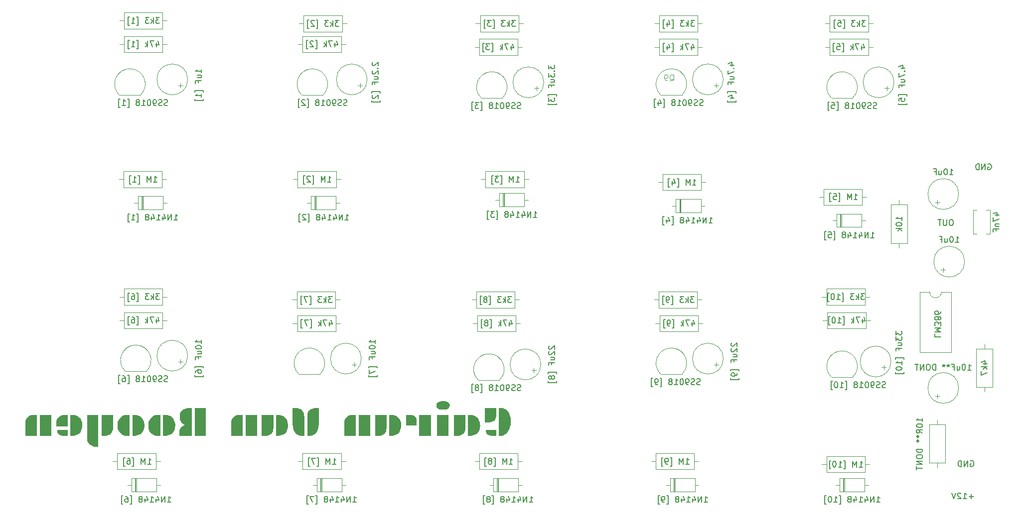
<source format=gbr>
%TF.GenerationSoftware,KiCad,Pcbnew,8.0.7*%
%TF.CreationDate,2025-01-19T09:45:11-05:00*%
%TF.ProjectId,drone_ting,64726f6e-655f-4746-996e-672e6b696361,rev?*%
%TF.SameCoordinates,Original*%
%TF.FileFunction,Legend,Bot*%
%TF.FilePolarity,Positive*%
%FSLAX46Y46*%
G04 Gerber Fmt 4.6, Leading zero omitted, Abs format (unit mm)*
G04 Created by KiCad (PCBNEW 8.0.7) date 2025-01-19 09:45:11*
%MOMM*%
%LPD*%
G01*
G04 APERTURE LIST*
%ADD10C,0.200000*%
%ADD11C,0.300000*%
%ADD12C,0.150000*%
%ADD13C,0.100000*%
%ADD14C,0.120000*%
G04 APERTURE END LIST*
D10*
X207106517Y-60914838D02*
X207201755Y-60867219D01*
X207201755Y-60867219D02*
X207344612Y-60867219D01*
X207344612Y-60867219D02*
X207487469Y-60914838D01*
X207487469Y-60914838D02*
X207582707Y-61010076D01*
X207582707Y-61010076D02*
X207630326Y-61105314D01*
X207630326Y-61105314D02*
X207677945Y-61295790D01*
X207677945Y-61295790D02*
X207677945Y-61438647D01*
X207677945Y-61438647D02*
X207630326Y-61629123D01*
X207630326Y-61629123D02*
X207582707Y-61724361D01*
X207582707Y-61724361D02*
X207487469Y-61819600D01*
X207487469Y-61819600D02*
X207344612Y-61867219D01*
X207344612Y-61867219D02*
X207249374Y-61867219D01*
X207249374Y-61867219D02*
X207106517Y-61819600D01*
X207106517Y-61819600D02*
X207058898Y-61771980D01*
X207058898Y-61771980D02*
X207058898Y-61438647D01*
X207058898Y-61438647D02*
X207249374Y-61438647D01*
X206630326Y-61867219D02*
X206630326Y-60867219D01*
X206630326Y-60867219D02*
X206058898Y-61867219D01*
X206058898Y-61867219D02*
X206058898Y-60867219D01*
X205582707Y-61867219D02*
X205582707Y-60867219D01*
X205582707Y-60867219D02*
X205344612Y-60867219D01*
X205344612Y-60867219D02*
X205201755Y-60914838D01*
X205201755Y-60914838D02*
X205106517Y-61010076D01*
X205106517Y-61010076D02*
X205058898Y-61105314D01*
X205058898Y-61105314D02*
X205011279Y-61295790D01*
X205011279Y-61295790D02*
X205011279Y-61438647D01*
X205011279Y-61438647D02*
X205058898Y-61629123D01*
X205058898Y-61629123D02*
X205106517Y-61724361D01*
X205106517Y-61724361D02*
X205201755Y-61819600D01*
X205201755Y-61819600D02*
X205344612Y-61867219D01*
X205344612Y-61867219D02*
X205582707Y-61867219D01*
X204630326Y-117486266D02*
X203868422Y-117486266D01*
X204249374Y-117867219D02*
X204249374Y-117105314D01*
X202868422Y-117867219D02*
X203439850Y-117867219D01*
X203154136Y-117867219D02*
X203154136Y-116867219D01*
X203154136Y-116867219D02*
X203249374Y-117010076D01*
X203249374Y-117010076D02*
X203344612Y-117105314D01*
X203344612Y-117105314D02*
X203439850Y-117152933D01*
X202487469Y-116962457D02*
X202439850Y-116914838D01*
X202439850Y-116914838D02*
X202344612Y-116867219D01*
X202344612Y-116867219D02*
X202106517Y-116867219D01*
X202106517Y-116867219D02*
X202011279Y-116914838D01*
X202011279Y-116914838D02*
X201963660Y-116962457D01*
X201963660Y-116962457D02*
X201916041Y-117057695D01*
X201916041Y-117057695D02*
X201916041Y-117152933D01*
X201916041Y-117152933D02*
X201963660Y-117295790D01*
X201963660Y-117295790D02*
X202535088Y-117867219D01*
X202535088Y-117867219D02*
X201916041Y-117867219D01*
X201630326Y-116867219D02*
X201296993Y-117867219D01*
X201296993Y-117867219D02*
X200963660Y-116867219D01*
D11*
G36*
X123577634Y-102397034D02*
G01*
X121602930Y-102397034D01*
X121602930Y-104879762D01*
X121886252Y-104879762D01*
X122154848Y-104872100D01*
X122398876Y-104849113D01*
X122659281Y-104801299D01*
X122918374Y-104717626D01*
X123155518Y-104585219D01*
X123180739Y-104565910D01*
X123354381Y-104379370D01*
X123478410Y-104138485D01*
X123546239Y-103883132D01*
X123574146Y-103631142D01*
X123577634Y-103493684D01*
X123577634Y-102397034D01*
G37*
G36*
X124224877Y-107150000D02*
G01*
X124469261Y-107129722D01*
X124733387Y-107056888D01*
X124981331Y-106931084D01*
X125185009Y-106777553D01*
X125240928Y-106726238D01*
X125424491Y-106526035D01*
X125567704Y-106325939D01*
X125694671Y-106102584D01*
X125805392Y-105855972D01*
X125847871Y-105743161D01*
X125926861Y-105497800D01*
X125986450Y-105253258D01*
X126026638Y-105009534D01*
X126048811Y-104731994D01*
X126050593Y-104628192D01*
X126040545Y-104372423D01*
X126010402Y-104125658D01*
X125947705Y-103841425D01*
X125856071Y-103570158D01*
X125735500Y-103311857D01*
X125639043Y-103146859D01*
X125479141Y-102931926D01*
X125296188Y-102751186D01*
X125090184Y-102604640D01*
X124861130Y-102492288D01*
X124616643Y-102423917D01*
X124366666Y-102397871D01*
X124310362Y-102397034D01*
X124007501Y-102397034D01*
X124007501Y-107150000D01*
X124224877Y-107150000D01*
G37*
G36*
X123577634Y-106175471D02*
G01*
X121781228Y-106175471D01*
X121781228Y-106311025D01*
X121821336Y-106566557D01*
X121941660Y-106787423D01*
X122024249Y-106877669D01*
X122230401Y-107021281D01*
X122484017Y-107111703D01*
X122752855Y-107147606D01*
X122851011Y-107150000D01*
X123577634Y-107150000D01*
X123577634Y-106175471D01*
G37*
G36*
X118332519Y-103568178D02*
G01*
X116357815Y-103568178D01*
X116357815Y-107150000D01*
X116613049Y-107150000D01*
X116884256Y-107142158D01*
X117130777Y-107118634D01*
X117394016Y-107069705D01*
X117656197Y-106984078D01*
X117896586Y-106848580D01*
X117922191Y-106828820D01*
X118101709Y-106638463D01*
X118229937Y-106395900D01*
X118300061Y-106140831D01*
X118328912Y-105890386D01*
X118332519Y-105754152D01*
X118332519Y-103568178D01*
G37*
G36*
X120811584Y-105400000D02*
G01*
X120799606Y-105142575D01*
X120763675Y-104897560D01*
X120710223Y-104685589D01*
X120618231Y-104448139D01*
X120494297Y-104234045D01*
X120393928Y-104104291D01*
X120205494Y-103922097D01*
X119989153Y-103777597D01*
X119744905Y-103670794D01*
X119472751Y-103601685D01*
X119224638Y-103572890D01*
X119066468Y-103568178D01*
X118762386Y-103568178D01*
X118762386Y-107150000D01*
X118979762Y-107150000D01*
X119245639Y-107138163D01*
X119492195Y-107102654D01*
X119762561Y-107028794D01*
X120005105Y-106920845D01*
X120219829Y-106778808D01*
X120347522Y-106665177D01*
X120528343Y-106445605D01*
X120647984Y-106231911D01*
X120734995Y-105994690D01*
X120789378Y-105733942D01*
X120811130Y-105449666D01*
X120811584Y-105400000D01*
G37*
G36*
X114463712Y-102706001D02*
G01*
X114739344Y-102694266D01*
X115032203Y-102646592D01*
X115267638Y-102562246D01*
X115474362Y-102412623D01*
X115611030Y-102171320D01*
X115639741Y-101954954D01*
X115599556Y-101696267D01*
X115465325Y-101485401D01*
X115353977Y-101401744D01*
X115124324Y-101305795D01*
X114857947Y-101253130D01*
X114605347Y-101234698D01*
X114501570Y-101233217D01*
X114235727Y-101243750D01*
X113979898Y-101280779D01*
X113729400Y-101362245D01*
X113655268Y-101401744D01*
X113474991Y-101573959D01*
X113386620Y-101818732D01*
X113376831Y-101956175D01*
X113413239Y-102217668D01*
X113534850Y-102435836D01*
X113635729Y-102525261D01*
X113873522Y-102635399D01*
X114138325Y-102688351D01*
X114393788Y-102705295D01*
X114463712Y-102706001D01*
G37*
G36*
X115446789Y-103571842D02*
G01*
X113520935Y-103571842D01*
X113520935Y-107150000D01*
X115446789Y-107150000D01*
X115446789Y-103571842D01*
G37*
G36*
X110034368Y-104583007D02*
G01*
X110002645Y-104290649D01*
X109907476Y-104047843D01*
X109748861Y-103854590D01*
X109526801Y-103710888D01*
X109241294Y-103616739D01*
X108967208Y-103577098D01*
X108734996Y-103568178D01*
X108214759Y-103568178D01*
X108214759Y-105398778D01*
X110034368Y-105398778D01*
X110034368Y-104583007D01*
G37*
G36*
X112438939Y-103568178D02*
G01*
X110450802Y-103568178D01*
X110450802Y-107150000D01*
X112438939Y-107150000D01*
X112438939Y-103568178D01*
G37*
G36*
X104913817Y-103568178D02*
G01*
X102939113Y-103568178D01*
X102939113Y-107150000D01*
X103194347Y-107150000D01*
X103465554Y-107142158D01*
X103712075Y-107118634D01*
X103975314Y-107069705D01*
X104237495Y-106984078D01*
X104477884Y-106848580D01*
X104503489Y-106828820D01*
X104683007Y-106638463D01*
X104811235Y-106395900D01*
X104881359Y-106140831D01*
X104910210Y-105890386D01*
X104913817Y-105754152D01*
X104913817Y-103568178D01*
G37*
G36*
X107392882Y-105400000D02*
G01*
X107380904Y-105142575D01*
X107344973Y-104897560D01*
X107291521Y-104685589D01*
X107199529Y-104448139D01*
X107075595Y-104234045D01*
X106975226Y-104104291D01*
X106786792Y-103922097D01*
X106570451Y-103777597D01*
X106326203Y-103670794D01*
X106054049Y-103601685D01*
X105805936Y-103572890D01*
X105647766Y-103568178D01*
X105343684Y-103568178D01*
X105343684Y-107150000D01*
X105561060Y-107150000D01*
X105826937Y-107138163D01*
X106073493Y-107102654D01*
X106343859Y-107028794D01*
X106586403Y-106920845D01*
X106801127Y-106778808D01*
X106928820Y-106665177D01*
X107109641Y-106445605D01*
X107229282Y-106231911D01*
X107316293Y-105994690D01*
X107370676Y-105733942D01*
X107392428Y-105449666D01*
X107392882Y-105400000D01*
G37*
G36*
X99676029Y-103568178D02*
G01*
X99326762Y-103568178D01*
X99019722Y-103582031D01*
X98745235Y-103623591D01*
X98503301Y-103692856D01*
X98246661Y-103818401D01*
X98040885Y-103987236D01*
X97885973Y-104199362D01*
X97781926Y-104454780D01*
X97727368Y-104699288D01*
X97701694Y-104950391D01*
X97697662Y-105108129D01*
X97697662Y-107150000D01*
X99676029Y-107150000D01*
X99676029Y-103568178D01*
G37*
G36*
X102151430Y-103568178D02*
G01*
X100164515Y-103568178D01*
X100164515Y-107150000D01*
X102151430Y-107150000D01*
X102151430Y-103568178D01*
G37*
G36*
X90921144Y-103893021D02*
G01*
X90906890Y-103612967D01*
X90864129Y-103363568D01*
X90778209Y-103111345D01*
X90653488Y-102900847D01*
X90515701Y-102753628D01*
X90311797Y-102614682D01*
X90061261Y-102509862D01*
X89809400Y-102447180D01*
X89523278Y-102409570D01*
X89258672Y-102397382D01*
X89202896Y-102397034D01*
X88953768Y-102397034D01*
X88953768Y-104905408D01*
X88961990Y-105199293D01*
X88986655Y-105472786D01*
X89027763Y-105725885D01*
X89108154Y-106031627D01*
X89217777Y-106301115D01*
X89356633Y-106534348D01*
X89524721Y-106731326D01*
X89722043Y-106892049D01*
X89889218Y-106988799D01*
X90130074Y-107080576D01*
X90375080Y-107130951D01*
X90644892Y-107149842D01*
X90673237Y-107150000D01*
X90921144Y-107150000D01*
X90921144Y-103893021D01*
G37*
G36*
X91692951Y-107150000D02*
G01*
X91957898Y-107134913D01*
X92200900Y-107089654D01*
X92463538Y-106995516D01*
X92694576Y-106857929D01*
X92894016Y-106676893D01*
X93009420Y-106532065D01*
X93144717Y-106302229D01*
X93252022Y-106037702D01*
X93320060Y-105790764D01*
X93368658Y-105519736D01*
X93397817Y-105224617D01*
X93407147Y-104971177D01*
X93407536Y-104905408D01*
X93407536Y-102397034D01*
X93159630Y-102397034D01*
X92889913Y-102405740D01*
X92644048Y-102431857D01*
X92380495Y-102486182D01*
X92116426Y-102581251D01*
X91899108Y-102710447D01*
X91845603Y-102753628D01*
X91668222Y-102956731D01*
X91554587Y-103179151D01*
X91479754Y-103443295D01*
X91446495Y-103702912D01*
X91440160Y-103893021D01*
X91440160Y-107150000D01*
X91692951Y-107150000D01*
G37*
G36*
X85687020Y-103568178D02*
G01*
X83712316Y-103568178D01*
X83712316Y-107150000D01*
X83967550Y-107150000D01*
X84238757Y-107142158D01*
X84485278Y-107118634D01*
X84748517Y-107069705D01*
X85010698Y-106984078D01*
X85251087Y-106848580D01*
X85276692Y-106828820D01*
X85456210Y-106638463D01*
X85584438Y-106395900D01*
X85654562Y-106140831D01*
X85683413Y-105890386D01*
X85687020Y-105754152D01*
X85687020Y-103568178D01*
G37*
G36*
X88166085Y-105400000D02*
G01*
X88154107Y-105142575D01*
X88118176Y-104897560D01*
X88064724Y-104685589D01*
X87972732Y-104448139D01*
X87848798Y-104234045D01*
X87748429Y-104104291D01*
X87559995Y-103922097D01*
X87343654Y-103777597D01*
X87099406Y-103670794D01*
X86827252Y-103601685D01*
X86579139Y-103572890D01*
X86420969Y-103568178D01*
X86116887Y-103568178D01*
X86116887Y-107150000D01*
X86334263Y-107150000D01*
X86600140Y-107138163D01*
X86846696Y-107102654D01*
X87117062Y-107028794D01*
X87359606Y-106920845D01*
X87574330Y-106778808D01*
X87702023Y-106665177D01*
X87882844Y-106445605D01*
X88002485Y-106231911D01*
X88089496Y-105994690D01*
X88143879Y-105733942D01*
X88165631Y-105449666D01*
X88166085Y-105400000D01*
G37*
G36*
X80449232Y-103568178D02*
G01*
X80099965Y-103568178D01*
X79792925Y-103582031D01*
X79518438Y-103623591D01*
X79276504Y-103692856D01*
X79019864Y-103818401D01*
X78814088Y-103987236D01*
X78659176Y-104199362D01*
X78555129Y-104454780D01*
X78500571Y-104699288D01*
X78474897Y-104950391D01*
X78470865Y-105108129D01*
X78470865Y-107150000D01*
X80449232Y-107150000D01*
X80449232Y-103568178D01*
G37*
G36*
X82924633Y-103568178D02*
G01*
X80937718Y-103568178D01*
X80937718Y-107150000D01*
X82924633Y-107150000D01*
X82924633Y-103568178D01*
G37*
G36*
X69764829Y-103889357D02*
G01*
X69777842Y-104143618D01*
X69830710Y-104427795D01*
X69924245Y-104674584D01*
X70058447Y-104883985D01*
X70233317Y-105055999D01*
X70448854Y-105190624D01*
X70597697Y-105253454D01*
X70372576Y-105363696D01*
X70172571Y-105518567D01*
X69997682Y-105718067D01*
X69911374Y-105848185D01*
X69800982Y-106075302D01*
X69726718Y-106322512D01*
X69688583Y-106589815D01*
X69683007Y-106746999D01*
X69683007Y-107150000D01*
X71807920Y-107150000D01*
X71807920Y-102390928D01*
X71590544Y-102390928D01*
X71314542Y-102399514D01*
X71062035Y-102425274D01*
X70790038Y-102478855D01*
X70551872Y-102557165D01*
X70316772Y-102679783D01*
X70230111Y-102742637D01*
X70048815Y-102924819D01*
X69912047Y-103145452D01*
X69819808Y-103404537D01*
X69776188Y-103657213D01*
X69764829Y-103889357D01*
G37*
G36*
X74225924Y-102397034D02*
G01*
X72300069Y-102397034D01*
X72300069Y-107150000D01*
X74225924Y-107150000D01*
X74225924Y-102397034D01*
G37*
G36*
X66473656Y-103568178D02*
G01*
X66169574Y-103568178D01*
X65909833Y-103581267D01*
X65623726Y-103631527D01*
X65365525Y-103719483D01*
X65135230Y-103845135D01*
X64932843Y-104008482D01*
X64842114Y-104104291D01*
X64679375Y-104331361D01*
X64556607Y-104588350D01*
X64483191Y-104832440D01*
X64439142Y-105098512D01*
X64424459Y-105386566D01*
X64435788Y-105632234D01*
X64479294Y-105904603D01*
X64555429Y-106152500D01*
X64664194Y-106375925D01*
X64832325Y-106605658D01*
X64888520Y-106665177D01*
X65084697Y-106829941D01*
X65308694Y-106960616D01*
X65560512Y-107057202D01*
X65840151Y-107119698D01*
X66094436Y-107145738D01*
X66256280Y-107150000D01*
X66473656Y-107150000D01*
X66473656Y-103568178D01*
G37*
G36*
X69001570Y-105400000D02*
G01*
X68989592Y-105142575D01*
X68953661Y-104897560D01*
X68900209Y-104685589D01*
X68808045Y-104448139D01*
X68683596Y-104234045D01*
X68582693Y-104104291D01*
X68394631Y-103922097D01*
X68178490Y-103777597D01*
X67934271Y-103670794D01*
X67661974Y-103601685D01*
X67413611Y-103572890D01*
X67255233Y-103568178D01*
X66952372Y-103568178D01*
X66952372Y-107150000D01*
X67169748Y-107150000D01*
X67435625Y-107138163D01*
X67682181Y-107102654D01*
X67952547Y-107028794D01*
X68195091Y-106920845D01*
X68409815Y-106778808D01*
X68537508Y-106665177D01*
X68718329Y-106445605D01*
X68837970Y-106231911D01*
X68924981Y-105994690D01*
X68979364Y-105733942D01*
X69001116Y-105449666D01*
X69001570Y-105400000D01*
G37*
G36*
X61232205Y-103568178D02*
G01*
X60928122Y-103568178D01*
X60668382Y-103581267D01*
X60382274Y-103631527D01*
X60124073Y-103719483D01*
X59893779Y-103845135D01*
X59691391Y-104008482D01*
X59600662Y-104104291D01*
X59437924Y-104331361D01*
X59315156Y-104588350D01*
X59241740Y-104832440D01*
X59197690Y-105098512D01*
X59183007Y-105386566D01*
X59194337Y-105632234D01*
X59237843Y-105904603D01*
X59313978Y-106152500D01*
X59422742Y-106375925D01*
X59590874Y-106605658D01*
X59647069Y-106665177D01*
X59843245Y-106829941D01*
X60067243Y-106960616D01*
X60319061Y-107057202D01*
X60598700Y-107119698D01*
X60852984Y-107145738D01*
X61014829Y-107150000D01*
X61232205Y-107150000D01*
X61232205Y-103568178D01*
G37*
G36*
X63760118Y-105400000D02*
G01*
X63748141Y-105142575D01*
X63712209Y-104897560D01*
X63658757Y-104685589D01*
X63566594Y-104448139D01*
X63442144Y-104234045D01*
X63341242Y-104104291D01*
X63153179Y-103922097D01*
X62937039Y-103777597D01*
X62692820Y-103670794D01*
X62420522Y-103601685D01*
X62172159Y-103572890D01*
X62013782Y-103568178D01*
X61710921Y-103568178D01*
X61710921Y-107150000D01*
X61928297Y-107150000D01*
X62194173Y-107138163D01*
X62440730Y-107102654D01*
X62711095Y-107028794D01*
X62953640Y-106920845D01*
X63168364Y-106778808D01*
X63296057Y-106665177D01*
X63476878Y-106445605D01*
X63596518Y-106231911D01*
X63683530Y-105994690D01*
X63737912Y-105733942D01*
X63759665Y-105449666D01*
X63760118Y-105400000D01*
G37*
G36*
X54002616Y-107340509D02*
G01*
X54017300Y-107637976D01*
X54061349Y-107906184D01*
X54134765Y-108145133D01*
X54278334Y-108418217D01*
X54474110Y-108639286D01*
X54722093Y-108808338D01*
X55022283Y-108925374D01*
X55281686Y-108979016D01*
X55570455Y-109003398D01*
X55673237Y-109005024D01*
X55926029Y-109005024D01*
X55926029Y-103568178D01*
X54002616Y-103568178D01*
X54002616Y-107340509D01*
G37*
G36*
X58456385Y-103568178D02*
G01*
X56479239Y-103568178D01*
X56479239Y-107150000D01*
X56827285Y-107150000D01*
X57134344Y-107136146D01*
X57408888Y-107094587D01*
X57650918Y-107025321D01*
X57907730Y-106899777D01*
X58113739Y-106730942D01*
X58268943Y-106518815D01*
X58373342Y-106263398D01*
X58427109Y-106018889D01*
X58452411Y-105767787D01*
X58456385Y-105610048D01*
X58456385Y-103568178D01*
G37*
G36*
X50739532Y-103568178D02*
G01*
X50473307Y-103568178D01*
X50157871Y-103582337D01*
X49874683Y-103624812D01*
X49623743Y-103695604D01*
X49355416Y-103823915D01*
X49137475Y-103996471D01*
X48969922Y-104213273D01*
X48852756Y-104474319D01*
X48791082Y-104731742D01*
X48762059Y-104996555D01*
X48757501Y-105163084D01*
X48757501Y-105580739D01*
X50739532Y-105580739D01*
X50739532Y-103568178D01*
G37*
G36*
X53218597Y-105400000D02*
G01*
X53206620Y-105142575D01*
X53170688Y-104897560D01*
X53117236Y-104685589D01*
X53025073Y-104448139D01*
X52900623Y-104234045D01*
X52799720Y-104104291D01*
X52611658Y-103922097D01*
X52395518Y-103777597D01*
X52151299Y-103670794D01*
X51879001Y-103601685D01*
X51630638Y-103572890D01*
X51472260Y-103568178D01*
X51169399Y-103568178D01*
X51169399Y-107150000D01*
X51386775Y-107150000D01*
X51652652Y-107138163D01*
X51899208Y-107102654D01*
X52169574Y-107028794D01*
X52412118Y-106920845D01*
X52626842Y-106778808D01*
X52754535Y-106665177D01*
X52935356Y-106445605D01*
X53054997Y-106231911D01*
X53142009Y-105994690D01*
X53196391Y-105733942D01*
X53218144Y-105449666D01*
X53218597Y-105400000D01*
G37*
G36*
X50739532Y-106175471D02*
G01*
X48943126Y-106175471D01*
X48943126Y-106311025D01*
X48983234Y-106566557D01*
X49103558Y-106787423D01*
X49186147Y-106877669D01*
X49392299Y-107021281D01*
X49645916Y-107111703D01*
X49914753Y-107147606D01*
X50012909Y-107150000D01*
X50739532Y-107150000D01*
X50739532Y-106175471D01*
G37*
G36*
X45498080Y-103568178D02*
G01*
X45148813Y-103568178D01*
X44841773Y-103582031D01*
X44567286Y-103623591D01*
X44325352Y-103692856D01*
X44068712Y-103818401D01*
X43862937Y-103987236D01*
X43708025Y-104199362D01*
X43603977Y-104454780D01*
X43549420Y-104699288D01*
X43523746Y-104950391D01*
X43519713Y-105108129D01*
X43519713Y-107150000D01*
X45498080Y-107150000D01*
X45498080Y-103568178D01*
G37*
G36*
X47973482Y-103568178D02*
G01*
X45986566Y-103568178D01*
X45986566Y-107150000D01*
X47973482Y-107150000D01*
X47973482Y-103568178D01*
G37*
D10*
X200939850Y-70367219D02*
X200749374Y-70367219D01*
X200749374Y-70367219D02*
X200654136Y-70414838D01*
X200654136Y-70414838D02*
X200558898Y-70510076D01*
X200558898Y-70510076D02*
X200511279Y-70700552D01*
X200511279Y-70700552D02*
X200511279Y-71033885D01*
X200511279Y-71033885D02*
X200558898Y-71224361D01*
X200558898Y-71224361D02*
X200654136Y-71319600D01*
X200654136Y-71319600D02*
X200749374Y-71367219D01*
X200749374Y-71367219D02*
X200939850Y-71367219D01*
X200939850Y-71367219D02*
X201035088Y-71319600D01*
X201035088Y-71319600D02*
X201130326Y-71224361D01*
X201130326Y-71224361D02*
X201177945Y-71033885D01*
X201177945Y-71033885D02*
X201177945Y-70700552D01*
X201177945Y-70700552D02*
X201130326Y-70510076D01*
X201130326Y-70510076D02*
X201035088Y-70414838D01*
X201035088Y-70414838D02*
X200939850Y-70367219D01*
X200082707Y-70367219D02*
X200082707Y-71176742D01*
X200082707Y-71176742D02*
X200035088Y-71271980D01*
X200035088Y-71271980D02*
X199987469Y-71319600D01*
X199987469Y-71319600D02*
X199892231Y-71367219D01*
X199892231Y-71367219D02*
X199701755Y-71367219D01*
X199701755Y-71367219D02*
X199606517Y-71319600D01*
X199606517Y-71319600D02*
X199558898Y-71271980D01*
X199558898Y-71271980D02*
X199511279Y-71176742D01*
X199511279Y-71176742D02*
X199511279Y-70367219D01*
X199177945Y-70367219D02*
X198606517Y-70367219D01*
X198892231Y-71367219D02*
X198892231Y-70367219D01*
X204106517Y-111414838D02*
X204201755Y-111367219D01*
X204201755Y-111367219D02*
X204344612Y-111367219D01*
X204344612Y-111367219D02*
X204487469Y-111414838D01*
X204487469Y-111414838D02*
X204582707Y-111510076D01*
X204582707Y-111510076D02*
X204630326Y-111605314D01*
X204630326Y-111605314D02*
X204677945Y-111795790D01*
X204677945Y-111795790D02*
X204677945Y-111938647D01*
X204677945Y-111938647D02*
X204630326Y-112129123D01*
X204630326Y-112129123D02*
X204582707Y-112224361D01*
X204582707Y-112224361D02*
X204487469Y-112319600D01*
X204487469Y-112319600D02*
X204344612Y-112367219D01*
X204344612Y-112367219D02*
X204249374Y-112367219D01*
X204249374Y-112367219D02*
X204106517Y-112319600D01*
X204106517Y-112319600D02*
X204058898Y-112271980D01*
X204058898Y-112271980D02*
X204058898Y-111938647D01*
X204058898Y-111938647D02*
X204249374Y-111938647D01*
X203630326Y-112367219D02*
X203630326Y-111367219D01*
X203630326Y-111367219D02*
X203058898Y-112367219D01*
X203058898Y-112367219D02*
X203058898Y-111367219D01*
X202582707Y-112367219D02*
X202582707Y-111367219D01*
X202582707Y-111367219D02*
X202344612Y-111367219D01*
X202344612Y-111367219D02*
X202201755Y-111414838D01*
X202201755Y-111414838D02*
X202106517Y-111510076D01*
X202106517Y-111510076D02*
X202058898Y-111605314D01*
X202058898Y-111605314D02*
X202011279Y-111795790D01*
X202011279Y-111795790D02*
X202011279Y-111938647D01*
X202011279Y-111938647D02*
X202058898Y-112129123D01*
X202058898Y-112129123D02*
X202106517Y-112224361D01*
X202106517Y-112224361D02*
X202201755Y-112319600D01*
X202201755Y-112319600D02*
X202344612Y-112367219D01*
X202344612Y-112367219D02*
X202582707Y-112367219D01*
D12*
X126889524Y-63954819D02*
X127460952Y-63954819D01*
X127175238Y-63954819D02*
X127175238Y-62954819D01*
X127175238Y-62954819D02*
X127270476Y-63097676D01*
X127270476Y-63097676D02*
X127365714Y-63192914D01*
X127365714Y-63192914D02*
X127460952Y-63240533D01*
X126460952Y-63954819D02*
X126460952Y-62954819D01*
X126460952Y-62954819D02*
X126127619Y-63669104D01*
X126127619Y-63669104D02*
X125794286Y-62954819D01*
X125794286Y-62954819D02*
X125794286Y-63954819D01*
X124270476Y-64288152D02*
X124508571Y-64288152D01*
X124508571Y-64288152D02*
X124508571Y-62859580D01*
X124508571Y-62859580D02*
X124270476Y-62859580D01*
X123984761Y-62954819D02*
X123365714Y-62954819D01*
X123365714Y-62954819D02*
X123699047Y-63335771D01*
X123699047Y-63335771D02*
X123556190Y-63335771D01*
X123556190Y-63335771D02*
X123460952Y-63383390D01*
X123460952Y-63383390D02*
X123413333Y-63431009D01*
X123413333Y-63431009D02*
X123365714Y-63526247D01*
X123365714Y-63526247D02*
X123365714Y-63764342D01*
X123365714Y-63764342D02*
X123413333Y-63859580D01*
X123413333Y-63859580D02*
X123460952Y-63907200D01*
X123460952Y-63907200D02*
X123556190Y-63954819D01*
X123556190Y-63954819D02*
X123841904Y-63954819D01*
X123841904Y-63954819D02*
X123937142Y-63907200D01*
X123937142Y-63907200D02*
X123984761Y-63859580D01*
X123032380Y-64288152D02*
X122794285Y-64288152D01*
X122794285Y-64288152D02*
X122794285Y-62859580D01*
X122794285Y-62859580D02*
X123032380Y-62859580D01*
X66318095Y-82954819D02*
X65699048Y-82954819D01*
X65699048Y-82954819D02*
X66032381Y-83335771D01*
X66032381Y-83335771D02*
X65889524Y-83335771D01*
X65889524Y-83335771D02*
X65794286Y-83383390D01*
X65794286Y-83383390D02*
X65746667Y-83431009D01*
X65746667Y-83431009D02*
X65699048Y-83526247D01*
X65699048Y-83526247D02*
X65699048Y-83764342D01*
X65699048Y-83764342D02*
X65746667Y-83859580D01*
X65746667Y-83859580D02*
X65794286Y-83907200D01*
X65794286Y-83907200D02*
X65889524Y-83954819D01*
X65889524Y-83954819D02*
X66175238Y-83954819D01*
X66175238Y-83954819D02*
X66270476Y-83907200D01*
X66270476Y-83907200D02*
X66318095Y-83859580D01*
X65270476Y-83954819D02*
X65270476Y-82954819D01*
X65175238Y-83573866D02*
X64889524Y-83954819D01*
X64889524Y-83288152D02*
X65270476Y-83669104D01*
X64556190Y-82954819D02*
X63937143Y-82954819D01*
X63937143Y-82954819D02*
X64270476Y-83335771D01*
X64270476Y-83335771D02*
X64127619Y-83335771D01*
X64127619Y-83335771D02*
X64032381Y-83383390D01*
X64032381Y-83383390D02*
X63984762Y-83431009D01*
X63984762Y-83431009D02*
X63937143Y-83526247D01*
X63937143Y-83526247D02*
X63937143Y-83764342D01*
X63937143Y-83764342D02*
X63984762Y-83859580D01*
X63984762Y-83859580D02*
X64032381Y-83907200D01*
X64032381Y-83907200D02*
X64127619Y-83954819D01*
X64127619Y-83954819D02*
X64413333Y-83954819D01*
X64413333Y-83954819D02*
X64508571Y-83907200D01*
X64508571Y-83907200D02*
X64556190Y-83859580D01*
X62460952Y-84288152D02*
X62699047Y-84288152D01*
X62699047Y-84288152D02*
X62699047Y-82859580D01*
X62699047Y-82859580D02*
X62460952Y-82859580D01*
X61651428Y-82954819D02*
X61841904Y-82954819D01*
X61841904Y-82954819D02*
X61937142Y-83002438D01*
X61937142Y-83002438D02*
X61984761Y-83050057D01*
X61984761Y-83050057D02*
X62079999Y-83192914D01*
X62079999Y-83192914D02*
X62127618Y-83383390D01*
X62127618Y-83383390D02*
X62127618Y-83764342D01*
X62127618Y-83764342D02*
X62079999Y-83859580D01*
X62079999Y-83859580D02*
X62032380Y-83907200D01*
X62032380Y-83907200D02*
X61937142Y-83954819D01*
X61937142Y-83954819D02*
X61746666Y-83954819D01*
X61746666Y-83954819D02*
X61651428Y-83907200D01*
X61651428Y-83907200D02*
X61603809Y-83859580D01*
X61603809Y-83859580D02*
X61556190Y-83764342D01*
X61556190Y-83764342D02*
X61556190Y-83526247D01*
X61556190Y-83526247D02*
X61603809Y-83431009D01*
X61603809Y-83431009D02*
X61651428Y-83383390D01*
X61651428Y-83383390D02*
X61746666Y-83335771D01*
X61746666Y-83335771D02*
X61937142Y-83335771D01*
X61937142Y-83335771D02*
X62032380Y-83383390D01*
X62032380Y-83383390D02*
X62079999Y-83431009D01*
X62079999Y-83431009D02*
X62127618Y-83526247D01*
X61222856Y-84288152D02*
X60984761Y-84288152D01*
X60984761Y-84288152D02*
X60984761Y-82859580D01*
X60984761Y-82859580D02*
X61222856Y-82859580D01*
X156714286Y-40788152D02*
X156714286Y-41454819D01*
X156952381Y-40407200D02*
X157190476Y-41121485D01*
X157190476Y-41121485D02*
X156571429Y-41121485D01*
X156285714Y-40454819D02*
X155619048Y-40454819D01*
X155619048Y-40454819D02*
X156047619Y-41454819D01*
X155238095Y-41454819D02*
X155238095Y-40454819D01*
X155142857Y-41073866D02*
X154857143Y-41454819D01*
X154857143Y-40788152D02*
X155238095Y-41169104D01*
X153380952Y-41788152D02*
X153619047Y-41788152D01*
X153619047Y-41788152D02*
X153619047Y-40359580D01*
X153619047Y-40359580D02*
X153380952Y-40359580D01*
X152571428Y-40788152D02*
X152571428Y-41454819D01*
X152809523Y-40407200D02*
X153047618Y-41121485D01*
X153047618Y-41121485D02*
X152428571Y-41121485D01*
X152142856Y-41788152D02*
X151904761Y-41788152D01*
X151904761Y-41788152D02*
X151904761Y-40359580D01*
X151904761Y-40359580D02*
X152142856Y-40359580D01*
X95658095Y-83454819D02*
X95039048Y-83454819D01*
X95039048Y-83454819D02*
X95372381Y-83835771D01*
X95372381Y-83835771D02*
X95229524Y-83835771D01*
X95229524Y-83835771D02*
X95134286Y-83883390D01*
X95134286Y-83883390D02*
X95086667Y-83931009D01*
X95086667Y-83931009D02*
X95039048Y-84026247D01*
X95039048Y-84026247D02*
X95039048Y-84264342D01*
X95039048Y-84264342D02*
X95086667Y-84359580D01*
X95086667Y-84359580D02*
X95134286Y-84407200D01*
X95134286Y-84407200D02*
X95229524Y-84454819D01*
X95229524Y-84454819D02*
X95515238Y-84454819D01*
X95515238Y-84454819D02*
X95610476Y-84407200D01*
X95610476Y-84407200D02*
X95658095Y-84359580D01*
X94610476Y-84454819D02*
X94610476Y-83454819D01*
X94515238Y-84073866D02*
X94229524Y-84454819D01*
X94229524Y-83788152D02*
X94610476Y-84169104D01*
X93896190Y-83454819D02*
X93277143Y-83454819D01*
X93277143Y-83454819D02*
X93610476Y-83835771D01*
X93610476Y-83835771D02*
X93467619Y-83835771D01*
X93467619Y-83835771D02*
X93372381Y-83883390D01*
X93372381Y-83883390D02*
X93324762Y-83931009D01*
X93324762Y-83931009D02*
X93277143Y-84026247D01*
X93277143Y-84026247D02*
X93277143Y-84264342D01*
X93277143Y-84264342D02*
X93324762Y-84359580D01*
X93324762Y-84359580D02*
X93372381Y-84407200D01*
X93372381Y-84407200D02*
X93467619Y-84454819D01*
X93467619Y-84454819D02*
X93753333Y-84454819D01*
X93753333Y-84454819D02*
X93848571Y-84407200D01*
X93848571Y-84407200D02*
X93896190Y-84359580D01*
X91800952Y-84788152D02*
X92039047Y-84788152D01*
X92039047Y-84788152D02*
X92039047Y-83359580D01*
X92039047Y-83359580D02*
X91800952Y-83359580D01*
X91515237Y-83454819D02*
X90848571Y-83454819D01*
X90848571Y-83454819D02*
X91277142Y-84454819D01*
X90562856Y-84788152D02*
X90324761Y-84788152D01*
X90324761Y-84788152D02*
X90324761Y-83359580D01*
X90324761Y-83359580D02*
X90562856Y-83359580D01*
X188190476Y-51407200D02*
X188047619Y-51454819D01*
X188047619Y-51454819D02*
X187809524Y-51454819D01*
X187809524Y-51454819D02*
X187714286Y-51407200D01*
X187714286Y-51407200D02*
X187666667Y-51359580D01*
X187666667Y-51359580D02*
X187619048Y-51264342D01*
X187619048Y-51264342D02*
X187619048Y-51169104D01*
X187619048Y-51169104D02*
X187666667Y-51073866D01*
X187666667Y-51073866D02*
X187714286Y-51026247D01*
X187714286Y-51026247D02*
X187809524Y-50978628D01*
X187809524Y-50978628D02*
X188000000Y-50931009D01*
X188000000Y-50931009D02*
X188095238Y-50883390D01*
X188095238Y-50883390D02*
X188142857Y-50835771D01*
X188142857Y-50835771D02*
X188190476Y-50740533D01*
X188190476Y-50740533D02*
X188190476Y-50645295D01*
X188190476Y-50645295D02*
X188142857Y-50550057D01*
X188142857Y-50550057D02*
X188095238Y-50502438D01*
X188095238Y-50502438D02*
X188000000Y-50454819D01*
X188000000Y-50454819D02*
X187761905Y-50454819D01*
X187761905Y-50454819D02*
X187619048Y-50502438D01*
X187238095Y-51407200D02*
X187095238Y-51454819D01*
X187095238Y-51454819D02*
X186857143Y-51454819D01*
X186857143Y-51454819D02*
X186761905Y-51407200D01*
X186761905Y-51407200D02*
X186714286Y-51359580D01*
X186714286Y-51359580D02*
X186666667Y-51264342D01*
X186666667Y-51264342D02*
X186666667Y-51169104D01*
X186666667Y-51169104D02*
X186714286Y-51073866D01*
X186714286Y-51073866D02*
X186761905Y-51026247D01*
X186761905Y-51026247D02*
X186857143Y-50978628D01*
X186857143Y-50978628D02*
X187047619Y-50931009D01*
X187047619Y-50931009D02*
X187142857Y-50883390D01*
X187142857Y-50883390D02*
X187190476Y-50835771D01*
X187190476Y-50835771D02*
X187238095Y-50740533D01*
X187238095Y-50740533D02*
X187238095Y-50645295D01*
X187238095Y-50645295D02*
X187190476Y-50550057D01*
X187190476Y-50550057D02*
X187142857Y-50502438D01*
X187142857Y-50502438D02*
X187047619Y-50454819D01*
X187047619Y-50454819D02*
X186809524Y-50454819D01*
X186809524Y-50454819D02*
X186666667Y-50502438D01*
X186190476Y-51454819D02*
X186000000Y-51454819D01*
X186000000Y-51454819D02*
X185904762Y-51407200D01*
X185904762Y-51407200D02*
X185857143Y-51359580D01*
X185857143Y-51359580D02*
X185761905Y-51216723D01*
X185761905Y-51216723D02*
X185714286Y-51026247D01*
X185714286Y-51026247D02*
X185714286Y-50645295D01*
X185714286Y-50645295D02*
X185761905Y-50550057D01*
X185761905Y-50550057D02*
X185809524Y-50502438D01*
X185809524Y-50502438D02*
X185904762Y-50454819D01*
X185904762Y-50454819D02*
X186095238Y-50454819D01*
X186095238Y-50454819D02*
X186190476Y-50502438D01*
X186190476Y-50502438D02*
X186238095Y-50550057D01*
X186238095Y-50550057D02*
X186285714Y-50645295D01*
X186285714Y-50645295D02*
X186285714Y-50883390D01*
X186285714Y-50883390D02*
X186238095Y-50978628D01*
X186238095Y-50978628D02*
X186190476Y-51026247D01*
X186190476Y-51026247D02*
X186095238Y-51073866D01*
X186095238Y-51073866D02*
X185904762Y-51073866D01*
X185904762Y-51073866D02*
X185809524Y-51026247D01*
X185809524Y-51026247D02*
X185761905Y-50978628D01*
X185761905Y-50978628D02*
X185714286Y-50883390D01*
X185095238Y-50454819D02*
X185000000Y-50454819D01*
X185000000Y-50454819D02*
X184904762Y-50502438D01*
X184904762Y-50502438D02*
X184857143Y-50550057D01*
X184857143Y-50550057D02*
X184809524Y-50645295D01*
X184809524Y-50645295D02*
X184761905Y-50835771D01*
X184761905Y-50835771D02*
X184761905Y-51073866D01*
X184761905Y-51073866D02*
X184809524Y-51264342D01*
X184809524Y-51264342D02*
X184857143Y-51359580D01*
X184857143Y-51359580D02*
X184904762Y-51407200D01*
X184904762Y-51407200D02*
X185000000Y-51454819D01*
X185000000Y-51454819D02*
X185095238Y-51454819D01*
X185095238Y-51454819D02*
X185190476Y-51407200D01*
X185190476Y-51407200D02*
X185238095Y-51359580D01*
X185238095Y-51359580D02*
X185285714Y-51264342D01*
X185285714Y-51264342D02*
X185333333Y-51073866D01*
X185333333Y-51073866D02*
X185333333Y-50835771D01*
X185333333Y-50835771D02*
X185285714Y-50645295D01*
X185285714Y-50645295D02*
X185238095Y-50550057D01*
X185238095Y-50550057D02*
X185190476Y-50502438D01*
X185190476Y-50502438D02*
X185095238Y-50454819D01*
X183809524Y-51454819D02*
X184380952Y-51454819D01*
X184095238Y-51454819D02*
X184095238Y-50454819D01*
X184095238Y-50454819D02*
X184190476Y-50597676D01*
X184190476Y-50597676D02*
X184285714Y-50692914D01*
X184285714Y-50692914D02*
X184380952Y-50740533D01*
X183238095Y-50883390D02*
X183333333Y-50835771D01*
X183333333Y-50835771D02*
X183380952Y-50788152D01*
X183380952Y-50788152D02*
X183428571Y-50692914D01*
X183428571Y-50692914D02*
X183428571Y-50645295D01*
X183428571Y-50645295D02*
X183380952Y-50550057D01*
X183380952Y-50550057D02*
X183333333Y-50502438D01*
X183333333Y-50502438D02*
X183238095Y-50454819D01*
X183238095Y-50454819D02*
X183047619Y-50454819D01*
X183047619Y-50454819D02*
X182952381Y-50502438D01*
X182952381Y-50502438D02*
X182904762Y-50550057D01*
X182904762Y-50550057D02*
X182857143Y-50645295D01*
X182857143Y-50645295D02*
X182857143Y-50692914D01*
X182857143Y-50692914D02*
X182904762Y-50788152D01*
X182904762Y-50788152D02*
X182952381Y-50835771D01*
X182952381Y-50835771D02*
X183047619Y-50883390D01*
X183047619Y-50883390D02*
X183238095Y-50883390D01*
X183238095Y-50883390D02*
X183333333Y-50931009D01*
X183333333Y-50931009D02*
X183380952Y-50978628D01*
X183380952Y-50978628D02*
X183428571Y-51073866D01*
X183428571Y-51073866D02*
X183428571Y-51264342D01*
X183428571Y-51264342D02*
X183380952Y-51359580D01*
X183380952Y-51359580D02*
X183333333Y-51407200D01*
X183333333Y-51407200D02*
X183238095Y-51454819D01*
X183238095Y-51454819D02*
X183047619Y-51454819D01*
X183047619Y-51454819D02*
X182952381Y-51407200D01*
X182952381Y-51407200D02*
X182904762Y-51359580D01*
X182904762Y-51359580D02*
X182857143Y-51264342D01*
X182857143Y-51264342D02*
X182857143Y-51073866D01*
X182857143Y-51073866D02*
X182904762Y-50978628D01*
X182904762Y-50978628D02*
X182952381Y-50931009D01*
X182952381Y-50931009D02*
X183047619Y-50883390D01*
X181380952Y-51788152D02*
X181619047Y-51788152D01*
X181619047Y-51788152D02*
X181619047Y-50359580D01*
X181619047Y-50359580D02*
X181380952Y-50359580D01*
X180523809Y-50454819D02*
X180999999Y-50454819D01*
X180999999Y-50454819D02*
X181047618Y-50931009D01*
X181047618Y-50931009D02*
X180999999Y-50883390D01*
X180999999Y-50883390D02*
X180904761Y-50835771D01*
X180904761Y-50835771D02*
X180666666Y-50835771D01*
X180666666Y-50835771D02*
X180571428Y-50883390D01*
X180571428Y-50883390D02*
X180523809Y-50931009D01*
X180523809Y-50931009D02*
X180476190Y-51026247D01*
X180476190Y-51026247D02*
X180476190Y-51264342D01*
X180476190Y-51264342D02*
X180523809Y-51359580D01*
X180523809Y-51359580D02*
X180571428Y-51407200D01*
X180571428Y-51407200D02*
X180666666Y-51454819D01*
X180666666Y-51454819D02*
X180904761Y-51454819D01*
X180904761Y-51454819D02*
X180999999Y-51407200D01*
X180999999Y-51407200D02*
X181047618Y-51359580D01*
X180142856Y-51788152D02*
X179904761Y-51788152D01*
X179904761Y-51788152D02*
X179904761Y-50359580D01*
X179904761Y-50359580D02*
X180142856Y-50359580D01*
X187166667Y-73454819D02*
X187738095Y-73454819D01*
X187452381Y-73454819D02*
X187452381Y-72454819D01*
X187452381Y-72454819D02*
X187547619Y-72597676D01*
X187547619Y-72597676D02*
X187642857Y-72692914D01*
X187642857Y-72692914D02*
X187738095Y-72740533D01*
X186738095Y-73454819D02*
X186738095Y-72454819D01*
X186738095Y-72454819D02*
X186166667Y-73454819D01*
X186166667Y-73454819D02*
X186166667Y-72454819D01*
X185261905Y-72788152D02*
X185261905Y-73454819D01*
X185500000Y-72407200D02*
X185738095Y-73121485D01*
X185738095Y-73121485D02*
X185119048Y-73121485D01*
X184214286Y-73454819D02*
X184785714Y-73454819D01*
X184500000Y-73454819D02*
X184500000Y-72454819D01*
X184500000Y-72454819D02*
X184595238Y-72597676D01*
X184595238Y-72597676D02*
X184690476Y-72692914D01*
X184690476Y-72692914D02*
X184785714Y-72740533D01*
X183357143Y-72788152D02*
X183357143Y-73454819D01*
X183595238Y-72407200D02*
X183833333Y-73121485D01*
X183833333Y-73121485D02*
X183214286Y-73121485D01*
X182690476Y-72883390D02*
X182785714Y-72835771D01*
X182785714Y-72835771D02*
X182833333Y-72788152D01*
X182833333Y-72788152D02*
X182880952Y-72692914D01*
X182880952Y-72692914D02*
X182880952Y-72645295D01*
X182880952Y-72645295D02*
X182833333Y-72550057D01*
X182833333Y-72550057D02*
X182785714Y-72502438D01*
X182785714Y-72502438D02*
X182690476Y-72454819D01*
X182690476Y-72454819D02*
X182500000Y-72454819D01*
X182500000Y-72454819D02*
X182404762Y-72502438D01*
X182404762Y-72502438D02*
X182357143Y-72550057D01*
X182357143Y-72550057D02*
X182309524Y-72645295D01*
X182309524Y-72645295D02*
X182309524Y-72692914D01*
X182309524Y-72692914D02*
X182357143Y-72788152D01*
X182357143Y-72788152D02*
X182404762Y-72835771D01*
X182404762Y-72835771D02*
X182500000Y-72883390D01*
X182500000Y-72883390D02*
X182690476Y-72883390D01*
X182690476Y-72883390D02*
X182785714Y-72931009D01*
X182785714Y-72931009D02*
X182833333Y-72978628D01*
X182833333Y-72978628D02*
X182880952Y-73073866D01*
X182880952Y-73073866D02*
X182880952Y-73264342D01*
X182880952Y-73264342D02*
X182833333Y-73359580D01*
X182833333Y-73359580D02*
X182785714Y-73407200D01*
X182785714Y-73407200D02*
X182690476Y-73454819D01*
X182690476Y-73454819D02*
X182500000Y-73454819D01*
X182500000Y-73454819D02*
X182404762Y-73407200D01*
X182404762Y-73407200D02*
X182357143Y-73359580D01*
X182357143Y-73359580D02*
X182309524Y-73264342D01*
X182309524Y-73264342D02*
X182309524Y-73073866D01*
X182309524Y-73073866D02*
X182357143Y-72978628D01*
X182357143Y-72978628D02*
X182404762Y-72931009D01*
X182404762Y-72931009D02*
X182500000Y-72883390D01*
X180833333Y-73788152D02*
X181071428Y-73788152D01*
X181071428Y-73788152D02*
X181071428Y-72359580D01*
X181071428Y-72359580D02*
X180833333Y-72359580D01*
X179976190Y-72454819D02*
X180452380Y-72454819D01*
X180452380Y-72454819D02*
X180499999Y-72931009D01*
X180499999Y-72931009D02*
X180452380Y-72883390D01*
X180452380Y-72883390D02*
X180357142Y-72835771D01*
X180357142Y-72835771D02*
X180119047Y-72835771D01*
X180119047Y-72835771D02*
X180023809Y-72883390D01*
X180023809Y-72883390D02*
X179976190Y-72931009D01*
X179976190Y-72931009D02*
X179928571Y-73026247D01*
X179928571Y-73026247D02*
X179928571Y-73264342D01*
X179928571Y-73264342D02*
X179976190Y-73359580D01*
X179976190Y-73359580D02*
X180023809Y-73407200D01*
X180023809Y-73407200D02*
X180119047Y-73454819D01*
X180119047Y-73454819D02*
X180357142Y-73454819D01*
X180357142Y-73454819D02*
X180452380Y-73407200D01*
X180452380Y-73407200D02*
X180499999Y-73359580D01*
X179595237Y-73788152D02*
X179357142Y-73788152D01*
X179357142Y-73788152D02*
X179357142Y-72359580D01*
X179357142Y-72359580D02*
X179595237Y-72359580D01*
X129166667Y-118454819D02*
X129738095Y-118454819D01*
X129452381Y-118454819D02*
X129452381Y-117454819D01*
X129452381Y-117454819D02*
X129547619Y-117597676D01*
X129547619Y-117597676D02*
X129642857Y-117692914D01*
X129642857Y-117692914D02*
X129738095Y-117740533D01*
X128738095Y-118454819D02*
X128738095Y-117454819D01*
X128738095Y-117454819D02*
X128166667Y-118454819D01*
X128166667Y-118454819D02*
X128166667Y-117454819D01*
X127261905Y-117788152D02*
X127261905Y-118454819D01*
X127500000Y-117407200D02*
X127738095Y-118121485D01*
X127738095Y-118121485D02*
X127119048Y-118121485D01*
X126214286Y-118454819D02*
X126785714Y-118454819D01*
X126500000Y-118454819D02*
X126500000Y-117454819D01*
X126500000Y-117454819D02*
X126595238Y-117597676D01*
X126595238Y-117597676D02*
X126690476Y-117692914D01*
X126690476Y-117692914D02*
X126785714Y-117740533D01*
X125357143Y-117788152D02*
X125357143Y-118454819D01*
X125595238Y-117407200D02*
X125833333Y-118121485D01*
X125833333Y-118121485D02*
X125214286Y-118121485D01*
X124690476Y-117883390D02*
X124785714Y-117835771D01*
X124785714Y-117835771D02*
X124833333Y-117788152D01*
X124833333Y-117788152D02*
X124880952Y-117692914D01*
X124880952Y-117692914D02*
X124880952Y-117645295D01*
X124880952Y-117645295D02*
X124833333Y-117550057D01*
X124833333Y-117550057D02*
X124785714Y-117502438D01*
X124785714Y-117502438D02*
X124690476Y-117454819D01*
X124690476Y-117454819D02*
X124500000Y-117454819D01*
X124500000Y-117454819D02*
X124404762Y-117502438D01*
X124404762Y-117502438D02*
X124357143Y-117550057D01*
X124357143Y-117550057D02*
X124309524Y-117645295D01*
X124309524Y-117645295D02*
X124309524Y-117692914D01*
X124309524Y-117692914D02*
X124357143Y-117788152D01*
X124357143Y-117788152D02*
X124404762Y-117835771D01*
X124404762Y-117835771D02*
X124500000Y-117883390D01*
X124500000Y-117883390D02*
X124690476Y-117883390D01*
X124690476Y-117883390D02*
X124785714Y-117931009D01*
X124785714Y-117931009D02*
X124833333Y-117978628D01*
X124833333Y-117978628D02*
X124880952Y-118073866D01*
X124880952Y-118073866D02*
X124880952Y-118264342D01*
X124880952Y-118264342D02*
X124833333Y-118359580D01*
X124833333Y-118359580D02*
X124785714Y-118407200D01*
X124785714Y-118407200D02*
X124690476Y-118454819D01*
X124690476Y-118454819D02*
X124500000Y-118454819D01*
X124500000Y-118454819D02*
X124404762Y-118407200D01*
X124404762Y-118407200D02*
X124357143Y-118359580D01*
X124357143Y-118359580D02*
X124309524Y-118264342D01*
X124309524Y-118264342D02*
X124309524Y-118073866D01*
X124309524Y-118073866D02*
X124357143Y-117978628D01*
X124357143Y-117978628D02*
X124404762Y-117931009D01*
X124404762Y-117931009D02*
X124500000Y-117883390D01*
X122833333Y-118788152D02*
X123071428Y-118788152D01*
X123071428Y-118788152D02*
X123071428Y-117359580D01*
X123071428Y-117359580D02*
X122833333Y-117359580D01*
X122309523Y-117883390D02*
X122404761Y-117835771D01*
X122404761Y-117835771D02*
X122452380Y-117788152D01*
X122452380Y-117788152D02*
X122499999Y-117692914D01*
X122499999Y-117692914D02*
X122499999Y-117645295D01*
X122499999Y-117645295D02*
X122452380Y-117550057D01*
X122452380Y-117550057D02*
X122404761Y-117502438D01*
X122404761Y-117502438D02*
X122309523Y-117454819D01*
X122309523Y-117454819D02*
X122119047Y-117454819D01*
X122119047Y-117454819D02*
X122023809Y-117502438D01*
X122023809Y-117502438D02*
X121976190Y-117550057D01*
X121976190Y-117550057D02*
X121928571Y-117645295D01*
X121928571Y-117645295D02*
X121928571Y-117692914D01*
X121928571Y-117692914D02*
X121976190Y-117788152D01*
X121976190Y-117788152D02*
X122023809Y-117835771D01*
X122023809Y-117835771D02*
X122119047Y-117883390D01*
X122119047Y-117883390D02*
X122309523Y-117883390D01*
X122309523Y-117883390D02*
X122404761Y-117931009D01*
X122404761Y-117931009D02*
X122452380Y-117978628D01*
X122452380Y-117978628D02*
X122499999Y-118073866D01*
X122499999Y-118073866D02*
X122499999Y-118264342D01*
X122499999Y-118264342D02*
X122452380Y-118359580D01*
X122452380Y-118359580D02*
X122404761Y-118407200D01*
X122404761Y-118407200D02*
X122309523Y-118454819D01*
X122309523Y-118454819D02*
X122119047Y-118454819D01*
X122119047Y-118454819D02*
X122023809Y-118407200D01*
X122023809Y-118407200D02*
X121976190Y-118359580D01*
X121976190Y-118359580D02*
X121928571Y-118264342D01*
X121928571Y-118264342D02*
X121928571Y-118073866D01*
X121928571Y-118073866D02*
X121976190Y-117978628D01*
X121976190Y-117978628D02*
X122023809Y-117931009D01*
X122023809Y-117931009D02*
X122119047Y-117883390D01*
X121595237Y-118788152D02*
X121357142Y-118788152D01*
X121357142Y-118788152D02*
X121357142Y-117359580D01*
X121357142Y-117359580D02*
X121595237Y-117359580D01*
X125794286Y-87788152D02*
X125794286Y-88454819D01*
X126032381Y-87407200D02*
X126270476Y-88121485D01*
X126270476Y-88121485D02*
X125651429Y-88121485D01*
X125365714Y-87454819D02*
X124699048Y-87454819D01*
X124699048Y-87454819D02*
X125127619Y-88454819D01*
X124318095Y-88454819D02*
X124318095Y-87454819D01*
X124222857Y-88073866D02*
X123937143Y-88454819D01*
X123937143Y-87788152D02*
X124318095Y-88169104D01*
X122460952Y-88788152D02*
X122699047Y-88788152D01*
X122699047Y-88788152D02*
X122699047Y-87359580D01*
X122699047Y-87359580D02*
X122460952Y-87359580D01*
X121937142Y-87883390D02*
X122032380Y-87835771D01*
X122032380Y-87835771D02*
X122079999Y-87788152D01*
X122079999Y-87788152D02*
X122127618Y-87692914D01*
X122127618Y-87692914D02*
X122127618Y-87645295D01*
X122127618Y-87645295D02*
X122079999Y-87550057D01*
X122079999Y-87550057D02*
X122032380Y-87502438D01*
X122032380Y-87502438D02*
X121937142Y-87454819D01*
X121937142Y-87454819D02*
X121746666Y-87454819D01*
X121746666Y-87454819D02*
X121651428Y-87502438D01*
X121651428Y-87502438D02*
X121603809Y-87550057D01*
X121603809Y-87550057D02*
X121556190Y-87645295D01*
X121556190Y-87645295D02*
X121556190Y-87692914D01*
X121556190Y-87692914D02*
X121603809Y-87788152D01*
X121603809Y-87788152D02*
X121651428Y-87835771D01*
X121651428Y-87835771D02*
X121746666Y-87883390D01*
X121746666Y-87883390D02*
X121937142Y-87883390D01*
X121937142Y-87883390D02*
X122032380Y-87931009D01*
X122032380Y-87931009D02*
X122079999Y-87978628D01*
X122079999Y-87978628D02*
X122127618Y-88073866D01*
X122127618Y-88073866D02*
X122127618Y-88264342D01*
X122127618Y-88264342D02*
X122079999Y-88359580D01*
X122079999Y-88359580D02*
X122032380Y-88407200D01*
X122032380Y-88407200D02*
X121937142Y-88454819D01*
X121937142Y-88454819D02*
X121746666Y-88454819D01*
X121746666Y-88454819D02*
X121651428Y-88407200D01*
X121651428Y-88407200D02*
X121603809Y-88359580D01*
X121603809Y-88359580D02*
X121556190Y-88264342D01*
X121556190Y-88264342D02*
X121556190Y-88073866D01*
X121556190Y-88073866D02*
X121603809Y-87978628D01*
X121603809Y-87978628D02*
X121651428Y-87931009D01*
X121651428Y-87931009D02*
X121746666Y-87883390D01*
X121222856Y-88788152D02*
X120984761Y-88788152D01*
X120984761Y-88788152D02*
X120984761Y-87359580D01*
X120984761Y-87359580D02*
X121222856Y-87359580D01*
X185770476Y-87288152D02*
X185770476Y-87954819D01*
X186008571Y-86907200D02*
X186246666Y-87621485D01*
X186246666Y-87621485D02*
X185627619Y-87621485D01*
X185341904Y-86954819D02*
X184675238Y-86954819D01*
X184675238Y-86954819D02*
X185103809Y-87954819D01*
X184294285Y-87954819D02*
X184294285Y-86954819D01*
X184199047Y-87573866D02*
X183913333Y-87954819D01*
X183913333Y-87288152D02*
X184294285Y-87669104D01*
X182437142Y-88288152D02*
X182675237Y-88288152D01*
X182675237Y-88288152D02*
X182675237Y-86859580D01*
X182675237Y-86859580D02*
X182437142Y-86859580D01*
X181532380Y-87954819D02*
X182103808Y-87954819D01*
X181818094Y-87954819D02*
X181818094Y-86954819D01*
X181818094Y-86954819D02*
X181913332Y-87097676D01*
X181913332Y-87097676D02*
X182008570Y-87192914D01*
X182008570Y-87192914D02*
X182103808Y-87240533D01*
X180913332Y-86954819D02*
X180818094Y-86954819D01*
X180818094Y-86954819D02*
X180722856Y-87002438D01*
X180722856Y-87002438D02*
X180675237Y-87050057D01*
X180675237Y-87050057D02*
X180627618Y-87145295D01*
X180627618Y-87145295D02*
X180579999Y-87335771D01*
X180579999Y-87335771D02*
X180579999Y-87573866D01*
X180579999Y-87573866D02*
X180627618Y-87764342D01*
X180627618Y-87764342D02*
X180675237Y-87859580D01*
X180675237Y-87859580D02*
X180722856Y-87907200D01*
X180722856Y-87907200D02*
X180818094Y-87954819D01*
X180818094Y-87954819D02*
X180913332Y-87954819D01*
X180913332Y-87954819D02*
X181008570Y-87907200D01*
X181008570Y-87907200D02*
X181056189Y-87859580D01*
X181056189Y-87859580D02*
X181103808Y-87764342D01*
X181103808Y-87764342D02*
X181151427Y-87573866D01*
X181151427Y-87573866D02*
X181151427Y-87335771D01*
X181151427Y-87335771D02*
X181103808Y-87145295D01*
X181103808Y-87145295D02*
X181056189Y-87050057D01*
X181056189Y-87050057D02*
X181008570Y-87002438D01*
X181008570Y-87002438D02*
X180913332Y-86954819D01*
X180246665Y-88288152D02*
X180008570Y-88288152D01*
X180008570Y-88288152D02*
X180008570Y-86859580D01*
X180008570Y-86859580D02*
X180246665Y-86859580D01*
X127690476Y-99407200D02*
X127547619Y-99454819D01*
X127547619Y-99454819D02*
X127309524Y-99454819D01*
X127309524Y-99454819D02*
X127214286Y-99407200D01*
X127214286Y-99407200D02*
X127166667Y-99359580D01*
X127166667Y-99359580D02*
X127119048Y-99264342D01*
X127119048Y-99264342D02*
X127119048Y-99169104D01*
X127119048Y-99169104D02*
X127166667Y-99073866D01*
X127166667Y-99073866D02*
X127214286Y-99026247D01*
X127214286Y-99026247D02*
X127309524Y-98978628D01*
X127309524Y-98978628D02*
X127500000Y-98931009D01*
X127500000Y-98931009D02*
X127595238Y-98883390D01*
X127595238Y-98883390D02*
X127642857Y-98835771D01*
X127642857Y-98835771D02*
X127690476Y-98740533D01*
X127690476Y-98740533D02*
X127690476Y-98645295D01*
X127690476Y-98645295D02*
X127642857Y-98550057D01*
X127642857Y-98550057D02*
X127595238Y-98502438D01*
X127595238Y-98502438D02*
X127500000Y-98454819D01*
X127500000Y-98454819D02*
X127261905Y-98454819D01*
X127261905Y-98454819D02*
X127119048Y-98502438D01*
X126738095Y-99407200D02*
X126595238Y-99454819D01*
X126595238Y-99454819D02*
X126357143Y-99454819D01*
X126357143Y-99454819D02*
X126261905Y-99407200D01*
X126261905Y-99407200D02*
X126214286Y-99359580D01*
X126214286Y-99359580D02*
X126166667Y-99264342D01*
X126166667Y-99264342D02*
X126166667Y-99169104D01*
X126166667Y-99169104D02*
X126214286Y-99073866D01*
X126214286Y-99073866D02*
X126261905Y-99026247D01*
X126261905Y-99026247D02*
X126357143Y-98978628D01*
X126357143Y-98978628D02*
X126547619Y-98931009D01*
X126547619Y-98931009D02*
X126642857Y-98883390D01*
X126642857Y-98883390D02*
X126690476Y-98835771D01*
X126690476Y-98835771D02*
X126738095Y-98740533D01*
X126738095Y-98740533D02*
X126738095Y-98645295D01*
X126738095Y-98645295D02*
X126690476Y-98550057D01*
X126690476Y-98550057D02*
X126642857Y-98502438D01*
X126642857Y-98502438D02*
X126547619Y-98454819D01*
X126547619Y-98454819D02*
X126309524Y-98454819D01*
X126309524Y-98454819D02*
X126166667Y-98502438D01*
X125690476Y-99454819D02*
X125500000Y-99454819D01*
X125500000Y-99454819D02*
X125404762Y-99407200D01*
X125404762Y-99407200D02*
X125357143Y-99359580D01*
X125357143Y-99359580D02*
X125261905Y-99216723D01*
X125261905Y-99216723D02*
X125214286Y-99026247D01*
X125214286Y-99026247D02*
X125214286Y-98645295D01*
X125214286Y-98645295D02*
X125261905Y-98550057D01*
X125261905Y-98550057D02*
X125309524Y-98502438D01*
X125309524Y-98502438D02*
X125404762Y-98454819D01*
X125404762Y-98454819D02*
X125595238Y-98454819D01*
X125595238Y-98454819D02*
X125690476Y-98502438D01*
X125690476Y-98502438D02*
X125738095Y-98550057D01*
X125738095Y-98550057D02*
X125785714Y-98645295D01*
X125785714Y-98645295D02*
X125785714Y-98883390D01*
X125785714Y-98883390D02*
X125738095Y-98978628D01*
X125738095Y-98978628D02*
X125690476Y-99026247D01*
X125690476Y-99026247D02*
X125595238Y-99073866D01*
X125595238Y-99073866D02*
X125404762Y-99073866D01*
X125404762Y-99073866D02*
X125309524Y-99026247D01*
X125309524Y-99026247D02*
X125261905Y-98978628D01*
X125261905Y-98978628D02*
X125214286Y-98883390D01*
X124595238Y-98454819D02*
X124500000Y-98454819D01*
X124500000Y-98454819D02*
X124404762Y-98502438D01*
X124404762Y-98502438D02*
X124357143Y-98550057D01*
X124357143Y-98550057D02*
X124309524Y-98645295D01*
X124309524Y-98645295D02*
X124261905Y-98835771D01*
X124261905Y-98835771D02*
X124261905Y-99073866D01*
X124261905Y-99073866D02*
X124309524Y-99264342D01*
X124309524Y-99264342D02*
X124357143Y-99359580D01*
X124357143Y-99359580D02*
X124404762Y-99407200D01*
X124404762Y-99407200D02*
X124500000Y-99454819D01*
X124500000Y-99454819D02*
X124595238Y-99454819D01*
X124595238Y-99454819D02*
X124690476Y-99407200D01*
X124690476Y-99407200D02*
X124738095Y-99359580D01*
X124738095Y-99359580D02*
X124785714Y-99264342D01*
X124785714Y-99264342D02*
X124833333Y-99073866D01*
X124833333Y-99073866D02*
X124833333Y-98835771D01*
X124833333Y-98835771D02*
X124785714Y-98645295D01*
X124785714Y-98645295D02*
X124738095Y-98550057D01*
X124738095Y-98550057D02*
X124690476Y-98502438D01*
X124690476Y-98502438D02*
X124595238Y-98454819D01*
X123309524Y-99454819D02*
X123880952Y-99454819D01*
X123595238Y-99454819D02*
X123595238Y-98454819D01*
X123595238Y-98454819D02*
X123690476Y-98597676D01*
X123690476Y-98597676D02*
X123785714Y-98692914D01*
X123785714Y-98692914D02*
X123880952Y-98740533D01*
X122738095Y-98883390D02*
X122833333Y-98835771D01*
X122833333Y-98835771D02*
X122880952Y-98788152D01*
X122880952Y-98788152D02*
X122928571Y-98692914D01*
X122928571Y-98692914D02*
X122928571Y-98645295D01*
X122928571Y-98645295D02*
X122880952Y-98550057D01*
X122880952Y-98550057D02*
X122833333Y-98502438D01*
X122833333Y-98502438D02*
X122738095Y-98454819D01*
X122738095Y-98454819D02*
X122547619Y-98454819D01*
X122547619Y-98454819D02*
X122452381Y-98502438D01*
X122452381Y-98502438D02*
X122404762Y-98550057D01*
X122404762Y-98550057D02*
X122357143Y-98645295D01*
X122357143Y-98645295D02*
X122357143Y-98692914D01*
X122357143Y-98692914D02*
X122404762Y-98788152D01*
X122404762Y-98788152D02*
X122452381Y-98835771D01*
X122452381Y-98835771D02*
X122547619Y-98883390D01*
X122547619Y-98883390D02*
X122738095Y-98883390D01*
X122738095Y-98883390D02*
X122833333Y-98931009D01*
X122833333Y-98931009D02*
X122880952Y-98978628D01*
X122880952Y-98978628D02*
X122928571Y-99073866D01*
X122928571Y-99073866D02*
X122928571Y-99264342D01*
X122928571Y-99264342D02*
X122880952Y-99359580D01*
X122880952Y-99359580D02*
X122833333Y-99407200D01*
X122833333Y-99407200D02*
X122738095Y-99454819D01*
X122738095Y-99454819D02*
X122547619Y-99454819D01*
X122547619Y-99454819D02*
X122452381Y-99407200D01*
X122452381Y-99407200D02*
X122404762Y-99359580D01*
X122404762Y-99359580D02*
X122357143Y-99264342D01*
X122357143Y-99264342D02*
X122357143Y-99073866D01*
X122357143Y-99073866D02*
X122404762Y-98978628D01*
X122404762Y-98978628D02*
X122452381Y-98931009D01*
X122452381Y-98931009D02*
X122547619Y-98883390D01*
X120880952Y-99788152D02*
X121119047Y-99788152D01*
X121119047Y-99788152D02*
X121119047Y-98359580D01*
X121119047Y-98359580D02*
X120880952Y-98359580D01*
X120357142Y-98883390D02*
X120452380Y-98835771D01*
X120452380Y-98835771D02*
X120499999Y-98788152D01*
X120499999Y-98788152D02*
X120547618Y-98692914D01*
X120547618Y-98692914D02*
X120547618Y-98645295D01*
X120547618Y-98645295D02*
X120499999Y-98550057D01*
X120499999Y-98550057D02*
X120452380Y-98502438D01*
X120452380Y-98502438D02*
X120357142Y-98454819D01*
X120357142Y-98454819D02*
X120166666Y-98454819D01*
X120166666Y-98454819D02*
X120071428Y-98502438D01*
X120071428Y-98502438D02*
X120023809Y-98550057D01*
X120023809Y-98550057D02*
X119976190Y-98645295D01*
X119976190Y-98645295D02*
X119976190Y-98692914D01*
X119976190Y-98692914D02*
X120023809Y-98788152D01*
X120023809Y-98788152D02*
X120071428Y-98835771D01*
X120071428Y-98835771D02*
X120166666Y-98883390D01*
X120166666Y-98883390D02*
X120357142Y-98883390D01*
X120357142Y-98883390D02*
X120452380Y-98931009D01*
X120452380Y-98931009D02*
X120499999Y-98978628D01*
X120499999Y-98978628D02*
X120547618Y-99073866D01*
X120547618Y-99073866D02*
X120547618Y-99264342D01*
X120547618Y-99264342D02*
X120499999Y-99359580D01*
X120499999Y-99359580D02*
X120452380Y-99407200D01*
X120452380Y-99407200D02*
X120357142Y-99454819D01*
X120357142Y-99454819D02*
X120166666Y-99454819D01*
X120166666Y-99454819D02*
X120071428Y-99407200D01*
X120071428Y-99407200D02*
X120023809Y-99359580D01*
X120023809Y-99359580D02*
X119976190Y-99264342D01*
X119976190Y-99264342D02*
X119976190Y-99073866D01*
X119976190Y-99073866D02*
X120023809Y-98978628D01*
X120023809Y-98978628D02*
X120071428Y-98931009D01*
X120071428Y-98931009D02*
X120166666Y-98883390D01*
X119642856Y-99788152D02*
X119404761Y-99788152D01*
X119404761Y-99788152D02*
X119404761Y-98359580D01*
X119404761Y-98359580D02*
X119642856Y-98359580D01*
X156794286Y-87788152D02*
X156794286Y-88454819D01*
X157032381Y-87407200D02*
X157270476Y-88121485D01*
X157270476Y-88121485D02*
X156651429Y-88121485D01*
X156365714Y-87454819D02*
X155699048Y-87454819D01*
X155699048Y-87454819D02*
X156127619Y-88454819D01*
X155318095Y-88454819D02*
X155318095Y-87454819D01*
X155222857Y-88073866D02*
X154937143Y-88454819D01*
X154937143Y-87788152D02*
X155318095Y-88169104D01*
X153460952Y-88788152D02*
X153699047Y-88788152D01*
X153699047Y-88788152D02*
X153699047Y-87359580D01*
X153699047Y-87359580D02*
X153460952Y-87359580D01*
X153032380Y-88454819D02*
X152841904Y-88454819D01*
X152841904Y-88454819D02*
X152746666Y-88407200D01*
X152746666Y-88407200D02*
X152699047Y-88359580D01*
X152699047Y-88359580D02*
X152603809Y-88216723D01*
X152603809Y-88216723D02*
X152556190Y-88026247D01*
X152556190Y-88026247D02*
X152556190Y-87645295D01*
X152556190Y-87645295D02*
X152603809Y-87550057D01*
X152603809Y-87550057D02*
X152651428Y-87502438D01*
X152651428Y-87502438D02*
X152746666Y-87454819D01*
X152746666Y-87454819D02*
X152937142Y-87454819D01*
X152937142Y-87454819D02*
X153032380Y-87502438D01*
X153032380Y-87502438D02*
X153079999Y-87550057D01*
X153079999Y-87550057D02*
X153127618Y-87645295D01*
X153127618Y-87645295D02*
X153127618Y-87883390D01*
X153127618Y-87883390D02*
X153079999Y-87978628D01*
X153079999Y-87978628D02*
X153032380Y-88026247D01*
X153032380Y-88026247D02*
X152937142Y-88073866D01*
X152937142Y-88073866D02*
X152746666Y-88073866D01*
X152746666Y-88073866D02*
X152651428Y-88026247D01*
X152651428Y-88026247D02*
X152603809Y-87978628D01*
X152603809Y-87978628D02*
X152556190Y-87883390D01*
X152222856Y-88788152D02*
X151984761Y-88788152D01*
X151984761Y-88788152D02*
X151984761Y-87359580D01*
X151984761Y-87359580D02*
X152222856Y-87359580D01*
X127690476Y-51407200D02*
X127547619Y-51454819D01*
X127547619Y-51454819D02*
X127309524Y-51454819D01*
X127309524Y-51454819D02*
X127214286Y-51407200D01*
X127214286Y-51407200D02*
X127166667Y-51359580D01*
X127166667Y-51359580D02*
X127119048Y-51264342D01*
X127119048Y-51264342D02*
X127119048Y-51169104D01*
X127119048Y-51169104D02*
X127166667Y-51073866D01*
X127166667Y-51073866D02*
X127214286Y-51026247D01*
X127214286Y-51026247D02*
X127309524Y-50978628D01*
X127309524Y-50978628D02*
X127500000Y-50931009D01*
X127500000Y-50931009D02*
X127595238Y-50883390D01*
X127595238Y-50883390D02*
X127642857Y-50835771D01*
X127642857Y-50835771D02*
X127690476Y-50740533D01*
X127690476Y-50740533D02*
X127690476Y-50645295D01*
X127690476Y-50645295D02*
X127642857Y-50550057D01*
X127642857Y-50550057D02*
X127595238Y-50502438D01*
X127595238Y-50502438D02*
X127500000Y-50454819D01*
X127500000Y-50454819D02*
X127261905Y-50454819D01*
X127261905Y-50454819D02*
X127119048Y-50502438D01*
X126738095Y-51407200D02*
X126595238Y-51454819D01*
X126595238Y-51454819D02*
X126357143Y-51454819D01*
X126357143Y-51454819D02*
X126261905Y-51407200D01*
X126261905Y-51407200D02*
X126214286Y-51359580D01*
X126214286Y-51359580D02*
X126166667Y-51264342D01*
X126166667Y-51264342D02*
X126166667Y-51169104D01*
X126166667Y-51169104D02*
X126214286Y-51073866D01*
X126214286Y-51073866D02*
X126261905Y-51026247D01*
X126261905Y-51026247D02*
X126357143Y-50978628D01*
X126357143Y-50978628D02*
X126547619Y-50931009D01*
X126547619Y-50931009D02*
X126642857Y-50883390D01*
X126642857Y-50883390D02*
X126690476Y-50835771D01*
X126690476Y-50835771D02*
X126738095Y-50740533D01*
X126738095Y-50740533D02*
X126738095Y-50645295D01*
X126738095Y-50645295D02*
X126690476Y-50550057D01*
X126690476Y-50550057D02*
X126642857Y-50502438D01*
X126642857Y-50502438D02*
X126547619Y-50454819D01*
X126547619Y-50454819D02*
X126309524Y-50454819D01*
X126309524Y-50454819D02*
X126166667Y-50502438D01*
X125690476Y-51454819D02*
X125500000Y-51454819D01*
X125500000Y-51454819D02*
X125404762Y-51407200D01*
X125404762Y-51407200D02*
X125357143Y-51359580D01*
X125357143Y-51359580D02*
X125261905Y-51216723D01*
X125261905Y-51216723D02*
X125214286Y-51026247D01*
X125214286Y-51026247D02*
X125214286Y-50645295D01*
X125214286Y-50645295D02*
X125261905Y-50550057D01*
X125261905Y-50550057D02*
X125309524Y-50502438D01*
X125309524Y-50502438D02*
X125404762Y-50454819D01*
X125404762Y-50454819D02*
X125595238Y-50454819D01*
X125595238Y-50454819D02*
X125690476Y-50502438D01*
X125690476Y-50502438D02*
X125738095Y-50550057D01*
X125738095Y-50550057D02*
X125785714Y-50645295D01*
X125785714Y-50645295D02*
X125785714Y-50883390D01*
X125785714Y-50883390D02*
X125738095Y-50978628D01*
X125738095Y-50978628D02*
X125690476Y-51026247D01*
X125690476Y-51026247D02*
X125595238Y-51073866D01*
X125595238Y-51073866D02*
X125404762Y-51073866D01*
X125404762Y-51073866D02*
X125309524Y-51026247D01*
X125309524Y-51026247D02*
X125261905Y-50978628D01*
X125261905Y-50978628D02*
X125214286Y-50883390D01*
X124595238Y-50454819D02*
X124500000Y-50454819D01*
X124500000Y-50454819D02*
X124404762Y-50502438D01*
X124404762Y-50502438D02*
X124357143Y-50550057D01*
X124357143Y-50550057D02*
X124309524Y-50645295D01*
X124309524Y-50645295D02*
X124261905Y-50835771D01*
X124261905Y-50835771D02*
X124261905Y-51073866D01*
X124261905Y-51073866D02*
X124309524Y-51264342D01*
X124309524Y-51264342D02*
X124357143Y-51359580D01*
X124357143Y-51359580D02*
X124404762Y-51407200D01*
X124404762Y-51407200D02*
X124500000Y-51454819D01*
X124500000Y-51454819D02*
X124595238Y-51454819D01*
X124595238Y-51454819D02*
X124690476Y-51407200D01*
X124690476Y-51407200D02*
X124738095Y-51359580D01*
X124738095Y-51359580D02*
X124785714Y-51264342D01*
X124785714Y-51264342D02*
X124833333Y-51073866D01*
X124833333Y-51073866D02*
X124833333Y-50835771D01*
X124833333Y-50835771D02*
X124785714Y-50645295D01*
X124785714Y-50645295D02*
X124738095Y-50550057D01*
X124738095Y-50550057D02*
X124690476Y-50502438D01*
X124690476Y-50502438D02*
X124595238Y-50454819D01*
X123309524Y-51454819D02*
X123880952Y-51454819D01*
X123595238Y-51454819D02*
X123595238Y-50454819D01*
X123595238Y-50454819D02*
X123690476Y-50597676D01*
X123690476Y-50597676D02*
X123785714Y-50692914D01*
X123785714Y-50692914D02*
X123880952Y-50740533D01*
X122738095Y-50883390D02*
X122833333Y-50835771D01*
X122833333Y-50835771D02*
X122880952Y-50788152D01*
X122880952Y-50788152D02*
X122928571Y-50692914D01*
X122928571Y-50692914D02*
X122928571Y-50645295D01*
X122928571Y-50645295D02*
X122880952Y-50550057D01*
X122880952Y-50550057D02*
X122833333Y-50502438D01*
X122833333Y-50502438D02*
X122738095Y-50454819D01*
X122738095Y-50454819D02*
X122547619Y-50454819D01*
X122547619Y-50454819D02*
X122452381Y-50502438D01*
X122452381Y-50502438D02*
X122404762Y-50550057D01*
X122404762Y-50550057D02*
X122357143Y-50645295D01*
X122357143Y-50645295D02*
X122357143Y-50692914D01*
X122357143Y-50692914D02*
X122404762Y-50788152D01*
X122404762Y-50788152D02*
X122452381Y-50835771D01*
X122452381Y-50835771D02*
X122547619Y-50883390D01*
X122547619Y-50883390D02*
X122738095Y-50883390D01*
X122738095Y-50883390D02*
X122833333Y-50931009D01*
X122833333Y-50931009D02*
X122880952Y-50978628D01*
X122880952Y-50978628D02*
X122928571Y-51073866D01*
X122928571Y-51073866D02*
X122928571Y-51264342D01*
X122928571Y-51264342D02*
X122880952Y-51359580D01*
X122880952Y-51359580D02*
X122833333Y-51407200D01*
X122833333Y-51407200D02*
X122738095Y-51454819D01*
X122738095Y-51454819D02*
X122547619Y-51454819D01*
X122547619Y-51454819D02*
X122452381Y-51407200D01*
X122452381Y-51407200D02*
X122404762Y-51359580D01*
X122404762Y-51359580D02*
X122357143Y-51264342D01*
X122357143Y-51264342D02*
X122357143Y-51073866D01*
X122357143Y-51073866D02*
X122404762Y-50978628D01*
X122404762Y-50978628D02*
X122452381Y-50931009D01*
X122452381Y-50931009D02*
X122547619Y-50883390D01*
X120880952Y-51788152D02*
X121119047Y-51788152D01*
X121119047Y-51788152D02*
X121119047Y-50359580D01*
X121119047Y-50359580D02*
X120880952Y-50359580D01*
X120595237Y-50454819D02*
X119976190Y-50454819D01*
X119976190Y-50454819D02*
X120309523Y-50835771D01*
X120309523Y-50835771D02*
X120166666Y-50835771D01*
X120166666Y-50835771D02*
X120071428Y-50883390D01*
X120071428Y-50883390D02*
X120023809Y-50931009D01*
X120023809Y-50931009D02*
X119976190Y-51026247D01*
X119976190Y-51026247D02*
X119976190Y-51264342D01*
X119976190Y-51264342D02*
X120023809Y-51359580D01*
X120023809Y-51359580D02*
X120071428Y-51407200D01*
X120071428Y-51407200D02*
X120166666Y-51454819D01*
X120166666Y-51454819D02*
X120452380Y-51454819D01*
X120452380Y-51454819D02*
X120547618Y-51407200D01*
X120547618Y-51407200D02*
X120595237Y-51359580D01*
X119642856Y-51788152D02*
X119404761Y-51788152D01*
X119404761Y-51788152D02*
X119404761Y-50359580D01*
X119404761Y-50359580D02*
X119642856Y-50359580D01*
X155729524Y-111954819D02*
X156300952Y-111954819D01*
X156015238Y-111954819D02*
X156015238Y-110954819D01*
X156015238Y-110954819D02*
X156110476Y-111097676D01*
X156110476Y-111097676D02*
X156205714Y-111192914D01*
X156205714Y-111192914D02*
X156300952Y-111240533D01*
X155300952Y-111954819D02*
X155300952Y-110954819D01*
X155300952Y-110954819D02*
X154967619Y-111669104D01*
X154967619Y-111669104D02*
X154634286Y-110954819D01*
X154634286Y-110954819D02*
X154634286Y-111954819D01*
X153110476Y-112288152D02*
X153348571Y-112288152D01*
X153348571Y-112288152D02*
X153348571Y-110859580D01*
X153348571Y-110859580D02*
X153110476Y-110859580D01*
X152681904Y-111954819D02*
X152491428Y-111954819D01*
X152491428Y-111954819D02*
X152396190Y-111907200D01*
X152396190Y-111907200D02*
X152348571Y-111859580D01*
X152348571Y-111859580D02*
X152253333Y-111716723D01*
X152253333Y-111716723D02*
X152205714Y-111526247D01*
X152205714Y-111526247D02*
X152205714Y-111145295D01*
X152205714Y-111145295D02*
X152253333Y-111050057D01*
X152253333Y-111050057D02*
X152300952Y-111002438D01*
X152300952Y-111002438D02*
X152396190Y-110954819D01*
X152396190Y-110954819D02*
X152586666Y-110954819D01*
X152586666Y-110954819D02*
X152681904Y-111002438D01*
X152681904Y-111002438D02*
X152729523Y-111050057D01*
X152729523Y-111050057D02*
X152777142Y-111145295D01*
X152777142Y-111145295D02*
X152777142Y-111383390D01*
X152777142Y-111383390D02*
X152729523Y-111478628D01*
X152729523Y-111478628D02*
X152681904Y-111526247D01*
X152681904Y-111526247D02*
X152586666Y-111573866D01*
X152586666Y-111573866D02*
X152396190Y-111573866D01*
X152396190Y-111573866D02*
X152300952Y-111526247D01*
X152300952Y-111526247D02*
X152253333Y-111478628D01*
X152253333Y-111478628D02*
X152205714Y-111383390D01*
X151872380Y-112288152D02*
X151634285Y-112288152D01*
X151634285Y-112288152D02*
X151634285Y-110859580D01*
X151634285Y-110859580D02*
X151872380Y-110859580D01*
X186134285Y-82954819D02*
X185515238Y-82954819D01*
X185515238Y-82954819D02*
X185848571Y-83335771D01*
X185848571Y-83335771D02*
X185705714Y-83335771D01*
X185705714Y-83335771D02*
X185610476Y-83383390D01*
X185610476Y-83383390D02*
X185562857Y-83431009D01*
X185562857Y-83431009D02*
X185515238Y-83526247D01*
X185515238Y-83526247D02*
X185515238Y-83764342D01*
X185515238Y-83764342D02*
X185562857Y-83859580D01*
X185562857Y-83859580D02*
X185610476Y-83907200D01*
X185610476Y-83907200D02*
X185705714Y-83954819D01*
X185705714Y-83954819D02*
X185991428Y-83954819D01*
X185991428Y-83954819D02*
X186086666Y-83907200D01*
X186086666Y-83907200D02*
X186134285Y-83859580D01*
X185086666Y-83954819D02*
X185086666Y-82954819D01*
X184991428Y-83573866D02*
X184705714Y-83954819D01*
X184705714Y-83288152D02*
X185086666Y-83669104D01*
X184372380Y-82954819D02*
X183753333Y-82954819D01*
X183753333Y-82954819D02*
X184086666Y-83335771D01*
X184086666Y-83335771D02*
X183943809Y-83335771D01*
X183943809Y-83335771D02*
X183848571Y-83383390D01*
X183848571Y-83383390D02*
X183800952Y-83431009D01*
X183800952Y-83431009D02*
X183753333Y-83526247D01*
X183753333Y-83526247D02*
X183753333Y-83764342D01*
X183753333Y-83764342D02*
X183800952Y-83859580D01*
X183800952Y-83859580D02*
X183848571Y-83907200D01*
X183848571Y-83907200D02*
X183943809Y-83954819D01*
X183943809Y-83954819D02*
X184229523Y-83954819D01*
X184229523Y-83954819D02*
X184324761Y-83907200D01*
X184324761Y-83907200D02*
X184372380Y-83859580D01*
X182277142Y-84288152D02*
X182515237Y-84288152D01*
X182515237Y-84288152D02*
X182515237Y-82859580D01*
X182515237Y-82859580D02*
X182277142Y-82859580D01*
X181372380Y-83954819D02*
X181943808Y-83954819D01*
X181658094Y-83954819D02*
X181658094Y-82954819D01*
X181658094Y-82954819D02*
X181753332Y-83097676D01*
X181753332Y-83097676D02*
X181848570Y-83192914D01*
X181848570Y-83192914D02*
X181943808Y-83240533D01*
X180753332Y-82954819D02*
X180658094Y-82954819D01*
X180658094Y-82954819D02*
X180562856Y-83002438D01*
X180562856Y-83002438D02*
X180515237Y-83050057D01*
X180515237Y-83050057D02*
X180467618Y-83145295D01*
X180467618Y-83145295D02*
X180419999Y-83335771D01*
X180419999Y-83335771D02*
X180419999Y-83573866D01*
X180419999Y-83573866D02*
X180467618Y-83764342D01*
X180467618Y-83764342D02*
X180515237Y-83859580D01*
X180515237Y-83859580D02*
X180562856Y-83907200D01*
X180562856Y-83907200D02*
X180658094Y-83954819D01*
X180658094Y-83954819D02*
X180753332Y-83954819D01*
X180753332Y-83954819D02*
X180848570Y-83907200D01*
X180848570Y-83907200D02*
X180896189Y-83859580D01*
X180896189Y-83859580D02*
X180943808Y-83764342D01*
X180943808Y-83764342D02*
X180991427Y-83573866D01*
X180991427Y-83573866D02*
X180991427Y-83335771D01*
X180991427Y-83335771D02*
X180943808Y-83145295D01*
X180943808Y-83145295D02*
X180896189Y-83050057D01*
X180896189Y-83050057D02*
X180848570Y-83002438D01*
X180848570Y-83002438D02*
X180753332Y-82954819D01*
X180086665Y-84288152D02*
X179848570Y-84288152D01*
X179848570Y-84288152D02*
X179848570Y-82859580D01*
X179848570Y-82859580D02*
X180086665Y-82859580D01*
X67690476Y-97907200D02*
X67547619Y-97954819D01*
X67547619Y-97954819D02*
X67309524Y-97954819D01*
X67309524Y-97954819D02*
X67214286Y-97907200D01*
X67214286Y-97907200D02*
X67166667Y-97859580D01*
X67166667Y-97859580D02*
X67119048Y-97764342D01*
X67119048Y-97764342D02*
X67119048Y-97669104D01*
X67119048Y-97669104D02*
X67166667Y-97573866D01*
X67166667Y-97573866D02*
X67214286Y-97526247D01*
X67214286Y-97526247D02*
X67309524Y-97478628D01*
X67309524Y-97478628D02*
X67500000Y-97431009D01*
X67500000Y-97431009D02*
X67595238Y-97383390D01*
X67595238Y-97383390D02*
X67642857Y-97335771D01*
X67642857Y-97335771D02*
X67690476Y-97240533D01*
X67690476Y-97240533D02*
X67690476Y-97145295D01*
X67690476Y-97145295D02*
X67642857Y-97050057D01*
X67642857Y-97050057D02*
X67595238Y-97002438D01*
X67595238Y-97002438D02*
X67500000Y-96954819D01*
X67500000Y-96954819D02*
X67261905Y-96954819D01*
X67261905Y-96954819D02*
X67119048Y-97002438D01*
X66738095Y-97907200D02*
X66595238Y-97954819D01*
X66595238Y-97954819D02*
X66357143Y-97954819D01*
X66357143Y-97954819D02*
X66261905Y-97907200D01*
X66261905Y-97907200D02*
X66214286Y-97859580D01*
X66214286Y-97859580D02*
X66166667Y-97764342D01*
X66166667Y-97764342D02*
X66166667Y-97669104D01*
X66166667Y-97669104D02*
X66214286Y-97573866D01*
X66214286Y-97573866D02*
X66261905Y-97526247D01*
X66261905Y-97526247D02*
X66357143Y-97478628D01*
X66357143Y-97478628D02*
X66547619Y-97431009D01*
X66547619Y-97431009D02*
X66642857Y-97383390D01*
X66642857Y-97383390D02*
X66690476Y-97335771D01*
X66690476Y-97335771D02*
X66738095Y-97240533D01*
X66738095Y-97240533D02*
X66738095Y-97145295D01*
X66738095Y-97145295D02*
X66690476Y-97050057D01*
X66690476Y-97050057D02*
X66642857Y-97002438D01*
X66642857Y-97002438D02*
X66547619Y-96954819D01*
X66547619Y-96954819D02*
X66309524Y-96954819D01*
X66309524Y-96954819D02*
X66166667Y-97002438D01*
X65690476Y-97954819D02*
X65500000Y-97954819D01*
X65500000Y-97954819D02*
X65404762Y-97907200D01*
X65404762Y-97907200D02*
X65357143Y-97859580D01*
X65357143Y-97859580D02*
X65261905Y-97716723D01*
X65261905Y-97716723D02*
X65214286Y-97526247D01*
X65214286Y-97526247D02*
X65214286Y-97145295D01*
X65214286Y-97145295D02*
X65261905Y-97050057D01*
X65261905Y-97050057D02*
X65309524Y-97002438D01*
X65309524Y-97002438D02*
X65404762Y-96954819D01*
X65404762Y-96954819D02*
X65595238Y-96954819D01*
X65595238Y-96954819D02*
X65690476Y-97002438D01*
X65690476Y-97002438D02*
X65738095Y-97050057D01*
X65738095Y-97050057D02*
X65785714Y-97145295D01*
X65785714Y-97145295D02*
X65785714Y-97383390D01*
X65785714Y-97383390D02*
X65738095Y-97478628D01*
X65738095Y-97478628D02*
X65690476Y-97526247D01*
X65690476Y-97526247D02*
X65595238Y-97573866D01*
X65595238Y-97573866D02*
X65404762Y-97573866D01*
X65404762Y-97573866D02*
X65309524Y-97526247D01*
X65309524Y-97526247D02*
X65261905Y-97478628D01*
X65261905Y-97478628D02*
X65214286Y-97383390D01*
X64595238Y-96954819D02*
X64500000Y-96954819D01*
X64500000Y-96954819D02*
X64404762Y-97002438D01*
X64404762Y-97002438D02*
X64357143Y-97050057D01*
X64357143Y-97050057D02*
X64309524Y-97145295D01*
X64309524Y-97145295D02*
X64261905Y-97335771D01*
X64261905Y-97335771D02*
X64261905Y-97573866D01*
X64261905Y-97573866D02*
X64309524Y-97764342D01*
X64309524Y-97764342D02*
X64357143Y-97859580D01*
X64357143Y-97859580D02*
X64404762Y-97907200D01*
X64404762Y-97907200D02*
X64500000Y-97954819D01*
X64500000Y-97954819D02*
X64595238Y-97954819D01*
X64595238Y-97954819D02*
X64690476Y-97907200D01*
X64690476Y-97907200D02*
X64738095Y-97859580D01*
X64738095Y-97859580D02*
X64785714Y-97764342D01*
X64785714Y-97764342D02*
X64833333Y-97573866D01*
X64833333Y-97573866D02*
X64833333Y-97335771D01*
X64833333Y-97335771D02*
X64785714Y-97145295D01*
X64785714Y-97145295D02*
X64738095Y-97050057D01*
X64738095Y-97050057D02*
X64690476Y-97002438D01*
X64690476Y-97002438D02*
X64595238Y-96954819D01*
X63309524Y-97954819D02*
X63880952Y-97954819D01*
X63595238Y-97954819D02*
X63595238Y-96954819D01*
X63595238Y-96954819D02*
X63690476Y-97097676D01*
X63690476Y-97097676D02*
X63785714Y-97192914D01*
X63785714Y-97192914D02*
X63880952Y-97240533D01*
X62738095Y-97383390D02*
X62833333Y-97335771D01*
X62833333Y-97335771D02*
X62880952Y-97288152D01*
X62880952Y-97288152D02*
X62928571Y-97192914D01*
X62928571Y-97192914D02*
X62928571Y-97145295D01*
X62928571Y-97145295D02*
X62880952Y-97050057D01*
X62880952Y-97050057D02*
X62833333Y-97002438D01*
X62833333Y-97002438D02*
X62738095Y-96954819D01*
X62738095Y-96954819D02*
X62547619Y-96954819D01*
X62547619Y-96954819D02*
X62452381Y-97002438D01*
X62452381Y-97002438D02*
X62404762Y-97050057D01*
X62404762Y-97050057D02*
X62357143Y-97145295D01*
X62357143Y-97145295D02*
X62357143Y-97192914D01*
X62357143Y-97192914D02*
X62404762Y-97288152D01*
X62404762Y-97288152D02*
X62452381Y-97335771D01*
X62452381Y-97335771D02*
X62547619Y-97383390D01*
X62547619Y-97383390D02*
X62738095Y-97383390D01*
X62738095Y-97383390D02*
X62833333Y-97431009D01*
X62833333Y-97431009D02*
X62880952Y-97478628D01*
X62880952Y-97478628D02*
X62928571Y-97573866D01*
X62928571Y-97573866D02*
X62928571Y-97764342D01*
X62928571Y-97764342D02*
X62880952Y-97859580D01*
X62880952Y-97859580D02*
X62833333Y-97907200D01*
X62833333Y-97907200D02*
X62738095Y-97954819D01*
X62738095Y-97954819D02*
X62547619Y-97954819D01*
X62547619Y-97954819D02*
X62452381Y-97907200D01*
X62452381Y-97907200D02*
X62404762Y-97859580D01*
X62404762Y-97859580D02*
X62357143Y-97764342D01*
X62357143Y-97764342D02*
X62357143Y-97573866D01*
X62357143Y-97573866D02*
X62404762Y-97478628D01*
X62404762Y-97478628D02*
X62452381Y-97431009D01*
X62452381Y-97431009D02*
X62547619Y-97383390D01*
X60880952Y-98288152D02*
X61119047Y-98288152D01*
X61119047Y-98288152D02*
X61119047Y-96859580D01*
X61119047Y-96859580D02*
X60880952Y-96859580D01*
X60071428Y-96954819D02*
X60261904Y-96954819D01*
X60261904Y-96954819D02*
X60357142Y-97002438D01*
X60357142Y-97002438D02*
X60404761Y-97050057D01*
X60404761Y-97050057D02*
X60499999Y-97192914D01*
X60499999Y-97192914D02*
X60547618Y-97383390D01*
X60547618Y-97383390D02*
X60547618Y-97764342D01*
X60547618Y-97764342D02*
X60499999Y-97859580D01*
X60499999Y-97859580D02*
X60452380Y-97907200D01*
X60452380Y-97907200D02*
X60357142Y-97954819D01*
X60357142Y-97954819D02*
X60166666Y-97954819D01*
X60166666Y-97954819D02*
X60071428Y-97907200D01*
X60071428Y-97907200D02*
X60023809Y-97859580D01*
X60023809Y-97859580D02*
X59976190Y-97764342D01*
X59976190Y-97764342D02*
X59976190Y-97526247D01*
X59976190Y-97526247D02*
X60023809Y-97431009D01*
X60023809Y-97431009D02*
X60071428Y-97383390D01*
X60071428Y-97383390D02*
X60166666Y-97335771D01*
X60166666Y-97335771D02*
X60357142Y-97335771D01*
X60357142Y-97335771D02*
X60452380Y-97383390D01*
X60452380Y-97383390D02*
X60499999Y-97431009D01*
X60499999Y-97431009D02*
X60547618Y-97526247D01*
X59642856Y-98288152D02*
X59404761Y-98288152D01*
X59404761Y-98288152D02*
X59404761Y-96859580D01*
X59404761Y-96859580D02*
X59642856Y-96859580D01*
X208338152Y-69583333D02*
X209004819Y-69583333D01*
X207957200Y-69345238D02*
X208671485Y-69107143D01*
X208671485Y-69107143D02*
X208671485Y-69726190D01*
X208004819Y-70011905D02*
X208004819Y-70678571D01*
X208004819Y-70678571D02*
X209004819Y-70250000D01*
X208338152Y-71059524D02*
X209004819Y-71059524D01*
X208433390Y-71059524D02*
X208385771Y-71107143D01*
X208385771Y-71107143D02*
X208338152Y-71202381D01*
X208338152Y-71202381D02*
X208338152Y-71345238D01*
X208338152Y-71345238D02*
X208385771Y-71440476D01*
X208385771Y-71440476D02*
X208481009Y-71488095D01*
X208481009Y-71488095D02*
X209004819Y-71488095D01*
X208481009Y-72297619D02*
X208481009Y-71964286D01*
X209004819Y-71964286D02*
X208004819Y-71964286D01*
X208004819Y-71964286D02*
X208004819Y-72440476D01*
X203642857Y-95954819D02*
X204214285Y-95954819D01*
X203928571Y-95954819D02*
X203928571Y-94954819D01*
X203928571Y-94954819D02*
X204023809Y-95097676D01*
X204023809Y-95097676D02*
X204119047Y-95192914D01*
X204119047Y-95192914D02*
X204214285Y-95240533D01*
X203023809Y-94954819D02*
X202928571Y-94954819D01*
X202928571Y-94954819D02*
X202833333Y-95002438D01*
X202833333Y-95002438D02*
X202785714Y-95050057D01*
X202785714Y-95050057D02*
X202738095Y-95145295D01*
X202738095Y-95145295D02*
X202690476Y-95335771D01*
X202690476Y-95335771D02*
X202690476Y-95573866D01*
X202690476Y-95573866D02*
X202738095Y-95764342D01*
X202738095Y-95764342D02*
X202785714Y-95859580D01*
X202785714Y-95859580D02*
X202833333Y-95907200D01*
X202833333Y-95907200D02*
X202928571Y-95954819D01*
X202928571Y-95954819D02*
X203023809Y-95954819D01*
X203023809Y-95954819D02*
X203119047Y-95907200D01*
X203119047Y-95907200D02*
X203166666Y-95859580D01*
X203166666Y-95859580D02*
X203214285Y-95764342D01*
X203214285Y-95764342D02*
X203261904Y-95573866D01*
X203261904Y-95573866D02*
X203261904Y-95335771D01*
X203261904Y-95335771D02*
X203214285Y-95145295D01*
X203214285Y-95145295D02*
X203166666Y-95050057D01*
X203166666Y-95050057D02*
X203119047Y-95002438D01*
X203119047Y-95002438D02*
X203023809Y-94954819D01*
X201833333Y-95288152D02*
X201833333Y-95954819D01*
X202261904Y-95288152D02*
X202261904Y-95811961D01*
X202261904Y-95811961D02*
X202214285Y-95907200D01*
X202214285Y-95907200D02*
X202119047Y-95954819D01*
X202119047Y-95954819D02*
X201976190Y-95954819D01*
X201976190Y-95954819D02*
X201880952Y-95907200D01*
X201880952Y-95907200D02*
X201833333Y-95859580D01*
X201023809Y-95431009D02*
X201357142Y-95431009D01*
X201357142Y-95954819D02*
X201357142Y-94954819D01*
X201357142Y-94954819D02*
X200880952Y-94954819D01*
X200357142Y-94954819D02*
X200357142Y-95192914D01*
X200595237Y-95097676D02*
X200357142Y-95192914D01*
X200357142Y-95192914D02*
X200119047Y-95097676D01*
X200499999Y-95383390D02*
X200357142Y-95192914D01*
X200357142Y-95192914D02*
X200214285Y-95383390D01*
X199595237Y-94954819D02*
X199595237Y-95192914D01*
X199833332Y-95097676D02*
X199595237Y-95192914D01*
X199595237Y-95192914D02*
X199357142Y-95097676D01*
X199738094Y-95383390D02*
X199595237Y-95192914D01*
X199595237Y-95192914D02*
X199452380Y-95383390D01*
X198214284Y-95954819D02*
X198214284Y-94954819D01*
X198214284Y-94954819D02*
X197976189Y-94954819D01*
X197976189Y-94954819D02*
X197833332Y-95002438D01*
X197833332Y-95002438D02*
X197738094Y-95097676D01*
X197738094Y-95097676D02*
X197690475Y-95192914D01*
X197690475Y-95192914D02*
X197642856Y-95383390D01*
X197642856Y-95383390D02*
X197642856Y-95526247D01*
X197642856Y-95526247D02*
X197690475Y-95716723D01*
X197690475Y-95716723D02*
X197738094Y-95811961D01*
X197738094Y-95811961D02*
X197833332Y-95907200D01*
X197833332Y-95907200D02*
X197976189Y-95954819D01*
X197976189Y-95954819D02*
X198214284Y-95954819D01*
X197023808Y-94954819D02*
X196833332Y-94954819D01*
X196833332Y-94954819D02*
X196738094Y-95002438D01*
X196738094Y-95002438D02*
X196642856Y-95097676D01*
X196642856Y-95097676D02*
X196595237Y-95288152D01*
X196595237Y-95288152D02*
X196595237Y-95621485D01*
X196595237Y-95621485D02*
X196642856Y-95811961D01*
X196642856Y-95811961D02*
X196738094Y-95907200D01*
X196738094Y-95907200D02*
X196833332Y-95954819D01*
X196833332Y-95954819D02*
X197023808Y-95954819D01*
X197023808Y-95954819D02*
X197119046Y-95907200D01*
X197119046Y-95907200D02*
X197214284Y-95811961D01*
X197214284Y-95811961D02*
X197261903Y-95621485D01*
X197261903Y-95621485D02*
X197261903Y-95288152D01*
X197261903Y-95288152D02*
X197214284Y-95097676D01*
X197214284Y-95097676D02*
X197119046Y-95002438D01*
X197119046Y-95002438D02*
X197023808Y-94954819D01*
X196166665Y-95954819D02*
X196166665Y-94954819D01*
X196166665Y-94954819D02*
X195595237Y-95954819D01*
X195595237Y-95954819D02*
X195595237Y-94954819D01*
X195261903Y-94954819D02*
X194690475Y-94954819D01*
X194976189Y-95954819D02*
X194976189Y-94954819D01*
D13*
X198103884Y-100408533D02*
X198865789Y-100408533D01*
X198484836Y-100027580D02*
X198484836Y-100789485D01*
D12*
X126054286Y-40788152D02*
X126054286Y-41454819D01*
X126292381Y-40407200D02*
X126530476Y-41121485D01*
X126530476Y-41121485D02*
X125911429Y-41121485D01*
X125625714Y-40454819D02*
X124959048Y-40454819D01*
X124959048Y-40454819D02*
X125387619Y-41454819D01*
X124578095Y-41454819D02*
X124578095Y-40454819D01*
X124482857Y-41073866D02*
X124197143Y-41454819D01*
X124197143Y-40788152D02*
X124578095Y-41169104D01*
X122720952Y-41788152D02*
X122959047Y-41788152D01*
X122959047Y-41788152D02*
X122959047Y-40359580D01*
X122959047Y-40359580D02*
X122720952Y-40359580D01*
X122435237Y-40454819D02*
X121816190Y-40454819D01*
X121816190Y-40454819D02*
X122149523Y-40835771D01*
X122149523Y-40835771D02*
X122006666Y-40835771D01*
X122006666Y-40835771D02*
X121911428Y-40883390D01*
X121911428Y-40883390D02*
X121863809Y-40931009D01*
X121863809Y-40931009D02*
X121816190Y-41026247D01*
X121816190Y-41026247D02*
X121816190Y-41264342D01*
X121816190Y-41264342D02*
X121863809Y-41359580D01*
X121863809Y-41359580D02*
X121911428Y-41407200D01*
X121911428Y-41407200D02*
X122006666Y-41454819D01*
X122006666Y-41454819D02*
X122292380Y-41454819D01*
X122292380Y-41454819D02*
X122387618Y-41407200D01*
X122387618Y-41407200D02*
X122435237Y-41359580D01*
X121482856Y-41788152D02*
X121244761Y-41788152D01*
X121244761Y-41788152D02*
X121244761Y-40359580D01*
X121244761Y-40359580D02*
X121482856Y-40359580D01*
X132454819Y-44047619D02*
X132454819Y-44666666D01*
X132454819Y-44666666D02*
X132835771Y-44333333D01*
X132835771Y-44333333D02*
X132835771Y-44476190D01*
X132835771Y-44476190D02*
X132883390Y-44571428D01*
X132883390Y-44571428D02*
X132931009Y-44619047D01*
X132931009Y-44619047D02*
X133026247Y-44666666D01*
X133026247Y-44666666D02*
X133264342Y-44666666D01*
X133264342Y-44666666D02*
X133359580Y-44619047D01*
X133359580Y-44619047D02*
X133407200Y-44571428D01*
X133407200Y-44571428D02*
X133454819Y-44476190D01*
X133454819Y-44476190D02*
X133454819Y-44190476D01*
X133454819Y-44190476D02*
X133407200Y-44095238D01*
X133407200Y-44095238D02*
X133359580Y-44047619D01*
X133359580Y-45095238D02*
X133407200Y-45142857D01*
X133407200Y-45142857D02*
X133454819Y-45095238D01*
X133454819Y-45095238D02*
X133407200Y-45047619D01*
X133407200Y-45047619D02*
X133359580Y-45095238D01*
X133359580Y-45095238D02*
X133454819Y-45095238D01*
X132454819Y-45476190D02*
X132454819Y-46095237D01*
X132454819Y-46095237D02*
X132835771Y-45761904D01*
X132835771Y-45761904D02*
X132835771Y-45904761D01*
X132835771Y-45904761D02*
X132883390Y-45999999D01*
X132883390Y-45999999D02*
X132931009Y-46047618D01*
X132931009Y-46047618D02*
X133026247Y-46095237D01*
X133026247Y-46095237D02*
X133264342Y-46095237D01*
X133264342Y-46095237D02*
X133359580Y-46047618D01*
X133359580Y-46047618D02*
X133407200Y-45999999D01*
X133407200Y-45999999D02*
X133454819Y-45904761D01*
X133454819Y-45904761D02*
X133454819Y-45619047D01*
X133454819Y-45619047D02*
X133407200Y-45523809D01*
X133407200Y-45523809D02*
X133359580Y-45476190D01*
X132788152Y-46952380D02*
X133454819Y-46952380D01*
X132788152Y-46523809D02*
X133311961Y-46523809D01*
X133311961Y-46523809D02*
X133407200Y-46571428D01*
X133407200Y-46571428D02*
X133454819Y-46666666D01*
X133454819Y-46666666D02*
X133454819Y-46809523D01*
X133454819Y-46809523D02*
X133407200Y-46904761D01*
X133407200Y-46904761D02*
X133359580Y-46952380D01*
X132931009Y-47761904D02*
X132931009Y-47428571D01*
X133454819Y-47428571D02*
X132454819Y-47428571D01*
X132454819Y-47428571D02*
X132454819Y-47904761D01*
X133788152Y-49333333D02*
X133788152Y-49095238D01*
X133788152Y-49095238D02*
X132359580Y-49095238D01*
X132359580Y-49095238D02*
X132359580Y-49333333D01*
X132454819Y-49619048D02*
X132454819Y-50238095D01*
X132454819Y-50238095D02*
X132835771Y-49904762D01*
X132835771Y-49904762D02*
X132835771Y-50047619D01*
X132835771Y-50047619D02*
X132883390Y-50142857D01*
X132883390Y-50142857D02*
X132931009Y-50190476D01*
X132931009Y-50190476D02*
X133026247Y-50238095D01*
X133026247Y-50238095D02*
X133264342Y-50238095D01*
X133264342Y-50238095D02*
X133359580Y-50190476D01*
X133359580Y-50190476D02*
X133407200Y-50142857D01*
X133407200Y-50142857D02*
X133454819Y-50047619D01*
X133454819Y-50047619D02*
X133454819Y-49761905D01*
X133454819Y-49761905D02*
X133407200Y-49666667D01*
X133407200Y-49666667D02*
X133359580Y-49619048D01*
X133788152Y-50571429D02*
X133788152Y-50809524D01*
X133788152Y-50809524D02*
X132359580Y-50809524D01*
X132359580Y-50809524D02*
X132359580Y-50571429D01*
D13*
X130408533Y-48396115D02*
X130408533Y-47634211D01*
X130027580Y-48015163D02*
X130789485Y-48015163D01*
D12*
X73454819Y-91404761D02*
X73454819Y-90833333D01*
X73454819Y-91119047D02*
X72454819Y-91119047D01*
X72454819Y-91119047D02*
X72597676Y-91023809D01*
X72597676Y-91023809D02*
X72692914Y-90928571D01*
X72692914Y-90928571D02*
X72740533Y-90833333D01*
X72454819Y-92023809D02*
X72454819Y-92119047D01*
X72454819Y-92119047D02*
X72502438Y-92214285D01*
X72502438Y-92214285D02*
X72550057Y-92261904D01*
X72550057Y-92261904D02*
X72645295Y-92309523D01*
X72645295Y-92309523D02*
X72835771Y-92357142D01*
X72835771Y-92357142D02*
X73073866Y-92357142D01*
X73073866Y-92357142D02*
X73264342Y-92309523D01*
X73264342Y-92309523D02*
X73359580Y-92261904D01*
X73359580Y-92261904D02*
X73407200Y-92214285D01*
X73407200Y-92214285D02*
X73454819Y-92119047D01*
X73454819Y-92119047D02*
X73454819Y-92023809D01*
X73454819Y-92023809D02*
X73407200Y-91928571D01*
X73407200Y-91928571D02*
X73359580Y-91880952D01*
X73359580Y-91880952D02*
X73264342Y-91833333D01*
X73264342Y-91833333D02*
X73073866Y-91785714D01*
X73073866Y-91785714D02*
X72835771Y-91785714D01*
X72835771Y-91785714D02*
X72645295Y-91833333D01*
X72645295Y-91833333D02*
X72550057Y-91880952D01*
X72550057Y-91880952D02*
X72502438Y-91928571D01*
X72502438Y-91928571D02*
X72454819Y-92023809D01*
X72788152Y-93214285D02*
X73454819Y-93214285D01*
X72788152Y-92785714D02*
X73311961Y-92785714D01*
X73311961Y-92785714D02*
X73407200Y-92833333D01*
X73407200Y-92833333D02*
X73454819Y-92928571D01*
X73454819Y-92928571D02*
X73454819Y-93071428D01*
X73454819Y-93071428D02*
X73407200Y-93166666D01*
X73407200Y-93166666D02*
X73359580Y-93214285D01*
X72931009Y-94023809D02*
X72931009Y-93690476D01*
X73454819Y-93690476D02*
X72454819Y-93690476D01*
X72454819Y-93690476D02*
X72454819Y-94166666D01*
X73788152Y-95595238D02*
X73788152Y-95357143D01*
X73788152Y-95357143D02*
X72359580Y-95357143D01*
X72359580Y-95357143D02*
X72359580Y-95595238D01*
X72454819Y-96404762D02*
X72454819Y-96214286D01*
X72454819Y-96214286D02*
X72502438Y-96119048D01*
X72502438Y-96119048D02*
X72550057Y-96071429D01*
X72550057Y-96071429D02*
X72692914Y-95976191D01*
X72692914Y-95976191D02*
X72883390Y-95928572D01*
X72883390Y-95928572D02*
X73264342Y-95928572D01*
X73264342Y-95928572D02*
X73359580Y-95976191D01*
X73359580Y-95976191D02*
X73407200Y-96023810D01*
X73407200Y-96023810D02*
X73454819Y-96119048D01*
X73454819Y-96119048D02*
X73454819Y-96309524D01*
X73454819Y-96309524D02*
X73407200Y-96404762D01*
X73407200Y-96404762D02*
X73359580Y-96452381D01*
X73359580Y-96452381D02*
X73264342Y-96500000D01*
X73264342Y-96500000D02*
X73026247Y-96500000D01*
X73026247Y-96500000D02*
X72931009Y-96452381D01*
X72931009Y-96452381D02*
X72883390Y-96404762D01*
X72883390Y-96404762D02*
X72835771Y-96309524D01*
X72835771Y-96309524D02*
X72835771Y-96119048D01*
X72835771Y-96119048D02*
X72883390Y-96023810D01*
X72883390Y-96023810D02*
X72931009Y-95976191D01*
X72931009Y-95976191D02*
X73026247Y-95928572D01*
X73788152Y-96833334D02*
X73788152Y-97071429D01*
X73788152Y-97071429D02*
X72359580Y-97071429D01*
X72359580Y-97071429D02*
X72359580Y-96833334D01*
D13*
X69908533Y-94896115D02*
X69908533Y-94134211D01*
X69527580Y-94515163D02*
X70289485Y-94515163D01*
D12*
X206288152Y-94889523D02*
X206954819Y-94889523D01*
X205907200Y-94651428D02*
X206621485Y-94413333D01*
X206621485Y-94413333D02*
X206621485Y-95032380D01*
X206954819Y-95413333D02*
X205954819Y-95413333D01*
X206573866Y-95508571D02*
X206954819Y-95794285D01*
X206288152Y-95794285D02*
X206669104Y-95413333D01*
X205954819Y-96127619D02*
X205954819Y-96794285D01*
X205954819Y-96794285D02*
X206954819Y-96365714D01*
X67690476Y-50907200D02*
X67547619Y-50954819D01*
X67547619Y-50954819D02*
X67309524Y-50954819D01*
X67309524Y-50954819D02*
X67214286Y-50907200D01*
X67214286Y-50907200D02*
X67166667Y-50859580D01*
X67166667Y-50859580D02*
X67119048Y-50764342D01*
X67119048Y-50764342D02*
X67119048Y-50669104D01*
X67119048Y-50669104D02*
X67166667Y-50573866D01*
X67166667Y-50573866D02*
X67214286Y-50526247D01*
X67214286Y-50526247D02*
X67309524Y-50478628D01*
X67309524Y-50478628D02*
X67500000Y-50431009D01*
X67500000Y-50431009D02*
X67595238Y-50383390D01*
X67595238Y-50383390D02*
X67642857Y-50335771D01*
X67642857Y-50335771D02*
X67690476Y-50240533D01*
X67690476Y-50240533D02*
X67690476Y-50145295D01*
X67690476Y-50145295D02*
X67642857Y-50050057D01*
X67642857Y-50050057D02*
X67595238Y-50002438D01*
X67595238Y-50002438D02*
X67500000Y-49954819D01*
X67500000Y-49954819D02*
X67261905Y-49954819D01*
X67261905Y-49954819D02*
X67119048Y-50002438D01*
X66738095Y-50907200D02*
X66595238Y-50954819D01*
X66595238Y-50954819D02*
X66357143Y-50954819D01*
X66357143Y-50954819D02*
X66261905Y-50907200D01*
X66261905Y-50907200D02*
X66214286Y-50859580D01*
X66214286Y-50859580D02*
X66166667Y-50764342D01*
X66166667Y-50764342D02*
X66166667Y-50669104D01*
X66166667Y-50669104D02*
X66214286Y-50573866D01*
X66214286Y-50573866D02*
X66261905Y-50526247D01*
X66261905Y-50526247D02*
X66357143Y-50478628D01*
X66357143Y-50478628D02*
X66547619Y-50431009D01*
X66547619Y-50431009D02*
X66642857Y-50383390D01*
X66642857Y-50383390D02*
X66690476Y-50335771D01*
X66690476Y-50335771D02*
X66738095Y-50240533D01*
X66738095Y-50240533D02*
X66738095Y-50145295D01*
X66738095Y-50145295D02*
X66690476Y-50050057D01*
X66690476Y-50050057D02*
X66642857Y-50002438D01*
X66642857Y-50002438D02*
X66547619Y-49954819D01*
X66547619Y-49954819D02*
X66309524Y-49954819D01*
X66309524Y-49954819D02*
X66166667Y-50002438D01*
X65690476Y-50954819D02*
X65500000Y-50954819D01*
X65500000Y-50954819D02*
X65404762Y-50907200D01*
X65404762Y-50907200D02*
X65357143Y-50859580D01*
X65357143Y-50859580D02*
X65261905Y-50716723D01*
X65261905Y-50716723D02*
X65214286Y-50526247D01*
X65214286Y-50526247D02*
X65214286Y-50145295D01*
X65214286Y-50145295D02*
X65261905Y-50050057D01*
X65261905Y-50050057D02*
X65309524Y-50002438D01*
X65309524Y-50002438D02*
X65404762Y-49954819D01*
X65404762Y-49954819D02*
X65595238Y-49954819D01*
X65595238Y-49954819D02*
X65690476Y-50002438D01*
X65690476Y-50002438D02*
X65738095Y-50050057D01*
X65738095Y-50050057D02*
X65785714Y-50145295D01*
X65785714Y-50145295D02*
X65785714Y-50383390D01*
X65785714Y-50383390D02*
X65738095Y-50478628D01*
X65738095Y-50478628D02*
X65690476Y-50526247D01*
X65690476Y-50526247D02*
X65595238Y-50573866D01*
X65595238Y-50573866D02*
X65404762Y-50573866D01*
X65404762Y-50573866D02*
X65309524Y-50526247D01*
X65309524Y-50526247D02*
X65261905Y-50478628D01*
X65261905Y-50478628D02*
X65214286Y-50383390D01*
X64595238Y-49954819D02*
X64500000Y-49954819D01*
X64500000Y-49954819D02*
X64404762Y-50002438D01*
X64404762Y-50002438D02*
X64357143Y-50050057D01*
X64357143Y-50050057D02*
X64309524Y-50145295D01*
X64309524Y-50145295D02*
X64261905Y-50335771D01*
X64261905Y-50335771D02*
X64261905Y-50573866D01*
X64261905Y-50573866D02*
X64309524Y-50764342D01*
X64309524Y-50764342D02*
X64357143Y-50859580D01*
X64357143Y-50859580D02*
X64404762Y-50907200D01*
X64404762Y-50907200D02*
X64500000Y-50954819D01*
X64500000Y-50954819D02*
X64595238Y-50954819D01*
X64595238Y-50954819D02*
X64690476Y-50907200D01*
X64690476Y-50907200D02*
X64738095Y-50859580D01*
X64738095Y-50859580D02*
X64785714Y-50764342D01*
X64785714Y-50764342D02*
X64833333Y-50573866D01*
X64833333Y-50573866D02*
X64833333Y-50335771D01*
X64833333Y-50335771D02*
X64785714Y-50145295D01*
X64785714Y-50145295D02*
X64738095Y-50050057D01*
X64738095Y-50050057D02*
X64690476Y-50002438D01*
X64690476Y-50002438D02*
X64595238Y-49954819D01*
X63309524Y-50954819D02*
X63880952Y-50954819D01*
X63595238Y-50954819D02*
X63595238Y-49954819D01*
X63595238Y-49954819D02*
X63690476Y-50097676D01*
X63690476Y-50097676D02*
X63785714Y-50192914D01*
X63785714Y-50192914D02*
X63880952Y-50240533D01*
X62738095Y-50383390D02*
X62833333Y-50335771D01*
X62833333Y-50335771D02*
X62880952Y-50288152D01*
X62880952Y-50288152D02*
X62928571Y-50192914D01*
X62928571Y-50192914D02*
X62928571Y-50145295D01*
X62928571Y-50145295D02*
X62880952Y-50050057D01*
X62880952Y-50050057D02*
X62833333Y-50002438D01*
X62833333Y-50002438D02*
X62738095Y-49954819D01*
X62738095Y-49954819D02*
X62547619Y-49954819D01*
X62547619Y-49954819D02*
X62452381Y-50002438D01*
X62452381Y-50002438D02*
X62404762Y-50050057D01*
X62404762Y-50050057D02*
X62357143Y-50145295D01*
X62357143Y-50145295D02*
X62357143Y-50192914D01*
X62357143Y-50192914D02*
X62404762Y-50288152D01*
X62404762Y-50288152D02*
X62452381Y-50335771D01*
X62452381Y-50335771D02*
X62547619Y-50383390D01*
X62547619Y-50383390D02*
X62738095Y-50383390D01*
X62738095Y-50383390D02*
X62833333Y-50431009D01*
X62833333Y-50431009D02*
X62880952Y-50478628D01*
X62880952Y-50478628D02*
X62928571Y-50573866D01*
X62928571Y-50573866D02*
X62928571Y-50764342D01*
X62928571Y-50764342D02*
X62880952Y-50859580D01*
X62880952Y-50859580D02*
X62833333Y-50907200D01*
X62833333Y-50907200D02*
X62738095Y-50954819D01*
X62738095Y-50954819D02*
X62547619Y-50954819D01*
X62547619Y-50954819D02*
X62452381Y-50907200D01*
X62452381Y-50907200D02*
X62404762Y-50859580D01*
X62404762Y-50859580D02*
X62357143Y-50764342D01*
X62357143Y-50764342D02*
X62357143Y-50573866D01*
X62357143Y-50573866D02*
X62404762Y-50478628D01*
X62404762Y-50478628D02*
X62452381Y-50431009D01*
X62452381Y-50431009D02*
X62547619Y-50383390D01*
X60880952Y-51288152D02*
X61119047Y-51288152D01*
X61119047Y-51288152D02*
X61119047Y-49859580D01*
X61119047Y-49859580D02*
X60880952Y-49859580D01*
X59976190Y-50954819D02*
X60547618Y-50954819D01*
X60261904Y-50954819D02*
X60261904Y-49954819D01*
X60261904Y-49954819D02*
X60357142Y-50097676D01*
X60357142Y-50097676D02*
X60452380Y-50192914D01*
X60452380Y-50192914D02*
X60547618Y-50240533D01*
X59642856Y-51288152D02*
X59404761Y-51288152D01*
X59404761Y-51288152D02*
X59404761Y-49859580D01*
X59404761Y-49859580D02*
X59642856Y-49859580D01*
X96134286Y-40288152D02*
X96134286Y-40954819D01*
X96372381Y-39907200D02*
X96610476Y-40621485D01*
X96610476Y-40621485D02*
X95991429Y-40621485D01*
X95705714Y-39954819D02*
X95039048Y-39954819D01*
X95039048Y-39954819D02*
X95467619Y-40954819D01*
X94658095Y-40954819D02*
X94658095Y-39954819D01*
X94562857Y-40573866D02*
X94277143Y-40954819D01*
X94277143Y-40288152D02*
X94658095Y-40669104D01*
X92800952Y-41288152D02*
X93039047Y-41288152D01*
X93039047Y-41288152D02*
X93039047Y-39859580D01*
X93039047Y-39859580D02*
X92800952Y-39859580D01*
X92467618Y-40050057D02*
X92419999Y-40002438D01*
X92419999Y-40002438D02*
X92324761Y-39954819D01*
X92324761Y-39954819D02*
X92086666Y-39954819D01*
X92086666Y-39954819D02*
X91991428Y-40002438D01*
X91991428Y-40002438D02*
X91943809Y-40050057D01*
X91943809Y-40050057D02*
X91896190Y-40145295D01*
X91896190Y-40145295D02*
X91896190Y-40240533D01*
X91896190Y-40240533D02*
X91943809Y-40383390D01*
X91943809Y-40383390D02*
X92515237Y-40954819D01*
X92515237Y-40954819D02*
X91896190Y-40954819D01*
X91562856Y-41288152D02*
X91324761Y-41288152D01*
X91324761Y-41288152D02*
X91324761Y-39859580D01*
X91324761Y-39859580D02*
X91562856Y-39859580D01*
X65794286Y-40288152D02*
X65794286Y-40954819D01*
X66032381Y-39907200D02*
X66270476Y-40621485D01*
X66270476Y-40621485D02*
X65651429Y-40621485D01*
X65365714Y-39954819D02*
X64699048Y-39954819D01*
X64699048Y-39954819D02*
X65127619Y-40954819D01*
X64318095Y-40954819D02*
X64318095Y-39954819D01*
X64222857Y-40573866D02*
X63937143Y-40954819D01*
X63937143Y-40288152D02*
X64318095Y-40669104D01*
X62460952Y-41288152D02*
X62699047Y-41288152D01*
X62699047Y-41288152D02*
X62699047Y-39859580D01*
X62699047Y-39859580D02*
X62460952Y-39859580D01*
X61556190Y-40954819D02*
X62127618Y-40954819D01*
X61841904Y-40954819D02*
X61841904Y-39954819D01*
X61841904Y-39954819D02*
X61937142Y-40097676D01*
X61937142Y-40097676D02*
X62032380Y-40192914D01*
X62032380Y-40192914D02*
X62127618Y-40240533D01*
X61222856Y-41288152D02*
X60984761Y-41288152D01*
X60984761Y-41288152D02*
X60984761Y-39859580D01*
X60984761Y-39859580D02*
X61222856Y-39859580D01*
X189666666Y-98907200D02*
X189523809Y-98954819D01*
X189523809Y-98954819D02*
X189285714Y-98954819D01*
X189285714Y-98954819D02*
X189190476Y-98907200D01*
X189190476Y-98907200D02*
X189142857Y-98859580D01*
X189142857Y-98859580D02*
X189095238Y-98764342D01*
X189095238Y-98764342D02*
X189095238Y-98669104D01*
X189095238Y-98669104D02*
X189142857Y-98573866D01*
X189142857Y-98573866D02*
X189190476Y-98526247D01*
X189190476Y-98526247D02*
X189285714Y-98478628D01*
X189285714Y-98478628D02*
X189476190Y-98431009D01*
X189476190Y-98431009D02*
X189571428Y-98383390D01*
X189571428Y-98383390D02*
X189619047Y-98335771D01*
X189619047Y-98335771D02*
X189666666Y-98240533D01*
X189666666Y-98240533D02*
X189666666Y-98145295D01*
X189666666Y-98145295D02*
X189619047Y-98050057D01*
X189619047Y-98050057D02*
X189571428Y-98002438D01*
X189571428Y-98002438D02*
X189476190Y-97954819D01*
X189476190Y-97954819D02*
X189238095Y-97954819D01*
X189238095Y-97954819D02*
X189095238Y-98002438D01*
X188714285Y-98907200D02*
X188571428Y-98954819D01*
X188571428Y-98954819D02*
X188333333Y-98954819D01*
X188333333Y-98954819D02*
X188238095Y-98907200D01*
X188238095Y-98907200D02*
X188190476Y-98859580D01*
X188190476Y-98859580D02*
X188142857Y-98764342D01*
X188142857Y-98764342D02*
X188142857Y-98669104D01*
X188142857Y-98669104D02*
X188190476Y-98573866D01*
X188190476Y-98573866D02*
X188238095Y-98526247D01*
X188238095Y-98526247D02*
X188333333Y-98478628D01*
X188333333Y-98478628D02*
X188523809Y-98431009D01*
X188523809Y-98431009D02*
X188619047Y-98383390D01*
X188619047Y-98383390D02*
X188666666Y-98335771D01*
X188666666Y-98335771D02*
X188714285Y-98240533D01*
X188714285Y-98240533D02*
X188714285Y-98145295D01*
X188714285Y-98145295D02*
X188666666Y-98050057D01*
X188666666Y-98050057D02*
X188619047Y-98002438D01*
X188619047Y-98002438D02*
X188523809Y-97954819D01*
X188523809Y-97954819D02*
X188285714Y-97954819D01*
X188285714Y-97954819D02*
X188142857Y-98002438D01*
X187666666Y-98954819D02*
X187476190Y-98954819D01*
X187476190Y-98954819D02*
X187380952Y-98907200D01*
X187380952Y-98907200D02*
X187333333Y-98859580D01*
X187333333Y-98859580D02*
X187238095Y-98716723D01*
X187238095Y-98716723D02*
X187190476Y-98526247D01*
X187190476Y-98526247D02*
X187190476Y-98145295D01*
X187190476Y-98145295D02*
X187238095Y-98050057D01*
X187238095Y-98050057D02*
X187285714Y-98002438D01*
X187285714Y-98002438D02*
X187380952Y-97954819D01*
X187380952Y-97954819D02*
X187571428Y-97954819D01*
X187571428Y-97954819D02*
X187666666Y-98002438D01*
X187666666Y-98002438D02*
X187714285Y-98050057D01*
X187714285Y-98050057D02*
X187761904Y-98145295D01*
X187761904Y-98145295D02*
X187761904Y-98383390D01*
X187761904Y-98383390D02*
X187714285Y-98478628D01*
X187714285Y-98478628D02*
X187666666Y-98526247D01*
X187666666Y-98526247D02*
X187571428Y-98573866D01*
X187571428Y-98573866D02*
X187380952Y-98573866D01*
X187380952Y-98573866D02*
X187285714Y-98526247D01*
X187285714Y-98526247D02*
X187238095Y-98478628D01*
X187238095Y-98478628D02*
X187190476Y-98383390D01*
X186571428Y-97954819D02*
X186476190Y-97954819D01*
X186476190Y-97954819D02*
X186380952Y-98002438D01*
X186380952Y-98002438D02*
X186333333Y-98050057D01*
X186333333Y-98050057D02*
X186285714Y-98145295D01*
X186285714Y-98145295D02*
X186238095Y-98335771D01*
X186238095Y-98335771D02*
X186238095Y-98573866D01*
X186238095Y-98573866D02*
X186285714Y-98764342D01*
X186285714Y-98764342D02*
X186333333Y-98859580D01*
X186333333Y-98859580D02*
X186380952Y-98907200D01*
X186380952Y-98907200D02*
X186476190Y-98954819D01*
X186476190Y-98954819D02*
X186571428Y-98954819D01*
X186571428Y-98954819D02*
X186666666Y-98907200D01*
X186666666Y-98907200D02*
X186714285Y-98859580D01*
X186714285Y-98859580D02*
X186761904Y-98764342D01*
X186761904Y-98764342D02*
X186809523Y-98573866D01*
X186809523Y-98573866D02*
X186809523Y-98335771D01*
X186809523Y-98335771D02*
X186761904Y-98145295D01*
X186761904Y-98145295D02*
X186714285Y-98050057D01*
X186714285Y-98050057D02*
X186666666Y-98002438D01*
X186666666Y-98002438D02*
X186571428Y-97954819D01*
X185285714Y-98954819D02*
X185857142Y-98954819D01*
X185571428Y-98954819D02*
X185571428Y-97954819D01*
X185571428Y-97954819D02*
X185666666Y-98097676D01*
X185666666Y-98097676D02*
X185761904Y-98192914D01*
X185761904Y-98192914D02*
X185857142Y-98240533D01*
X184714285Y-98383390D02*
X184809523Y-98335771D01*
X184809523Y-98335771D02*
X184857142Y-98288152D01*
X184857142Y-98288152D02*
X184904761Y-98192914D01*
X184904761Y-98192914D02*
X184904761Y-98145295D01*
X184904761Y-98145295D02*
X184857142Y-98050057D01*
X184857142Y-98050057D02*
X184809523Y-98002438D01*
X184809523Y-98002438D02*
X184714285Y-97954819D01*
X184714285Y-97954819D02*
X184523809Y-97954819D01*
X184523809Y-97954819D02*
X184428571Y-98002438D01*
X184428571Y-98002438D02*
X184380952Y-98050057D01*
X184380952Y-98050057D02*
X184333333Y-98145295D01*
X184333333Y-98145295D02*
X184333333Y-98192914D01*
X184333333Y-98192914D02*
X184380952Y-98288152D01*
X184380952Y-98288152D02*
X184428571Y-98335771D01*
X184428571Y-98335771D02*
X184523809Y-98383390D01*
X184523809Y-98383390D02*
X184714285Y-98383390D01*
X184714285Y-98383390D02*
X184809523Y-98431009D01*
X184809523Y-98431009D02*
X184857142Y-98478628D01*
X184857142Y-98478628D02*
X184904761Y-98573866D01*
X184904761Y-98573866D02*
X184904761Y-98764342D01*
X184904761Y-98764342D02*
X184857142Y-98859580D01*
X184857142Y-98859580D02*
X184809523Y-98907200D01*
X184809523Y-98907200D02*
X184714285Y-98954819D01*
X184714285Y-98954819D02*
X184523809Y-98954819D01*
X184523809Y-98954819D02*
X184428571Y-98907200D01*
X184428571Y-98907200D02*
X184380952Y-98859580D01*
X184380952Y-98859580D02*
X184333333Y-98764342D01*
X184333333Y-98764342D02*
X184333333Y-98573866D01*
X184333333Y-98573866D02*
X184380952Y-98478628D01*
X184380952Y-98478628D02*
X184428571Y-98431009D01*
X184428571Y-98431009D02*
X184523809Y-98383390D01*
X182857142Y-99288152D02*
X183095237Y-99288152D01*
X183095237Y-99288152D02*
X183095237Y-97859580D01*
X183095237Y-97859580D02*
X182857142Y-97859580D01*
X181952380Y-98954819D02*
X182523808Y-98954819D01*
X182238094Y-98954819D02*
X182238094Y-97954819D01*
X182238094Y-97954819D02*
X182333332Y-98097676D01*
X182333332Y-98097676D02*
X182428570Y-98192914D01*
X182428570Y-98192914D02*
X182523808Y-98240533D01*
X181333332Y-97954819D02*
X181238094Y-97954819D01*
X181238094Y-97954819D02*
X181142856Y-98002438D01*
X181142856Y-98002438D02*
X181095237Y-98050057D01*
X181095237Y-98050057D02*
X181047618Y-98145295D01*
X181047618Y-98145295D02*
X180999999Y-98335771D01*
X180999999Y-98335771D02*
X180999999Y-98573866D01*
X180999999Y-98573866D02*
X181047618Y-98764342D01*
X181047618Y-98764342D02*
X181095237Y-98859580D01*
X181095237Y-98859580D02*
X181142856Y-98907200D01*
X181142856Y-98907200D02*
X181238094Y-98954819D01*
X181238094Y-98954819D02*
X181333332Y-98954819D01*
X181333332Y-98954819D02*
X181428570Y-98907200D01*
X181428570Y-98907200D02*
X181476189Y-98859580D01*
X181476189Y-98859580D02*
X181523808Y-98764342D01*
X181523808Y-98764342D02*
X181571427Y-98573866D01*
X181571427Y-98573866D02*
X181571427Y-98335771D01*
X181571427Y-98335771D02*
X181523808Y-98145295D01*
X181523808Y-98145295D02*
X181476189Y-98050057D01*
X181476189Y-98050057D02*
X181428570Y-98002438D01*
X181428570Y-98002438D02*
X181333332Y-97954819D01*
X180666665Y-99288152D02*
X180428570Y-99288152D01*
X180428570Y-99288152D02*
X180428570Y-97859580D01*
X180428570Y-97859580D02*
X180666665Y-97859580D01*
X98190476Y-50907200D02*
X98047619Y-50954819D01*
X98047619Y-50954819D02*
X97809524Y-50954819D01*
X97809524Y-50954819D02*
X97714286Y-50907200D01*
X97714286Y-50907200D02*
X97666667Y-50859580D01*
X97666667Y-50859580D02*
X97619048Y-50764342D01*
X97619048Y-50764342D02*
X97619048Y-50669104D01*
X97619048Y-50669104D02*
X97666667Y-50573866D01*
X97666667Y-50573866D02*
X97714286Y-50526247D01*
X97714286Y-50526247D02*
X97809524Y-50478628D01*
X97809524Y-50478628D02*
X98000000Y-50431009D01*
X98000000Y-50431009D02*
X98095238Y-50383390D01*
X98095238Y-50383390D02*
X98142857Y-50335771D01*
X98142857Y-50335771D02*
X98190476Y-50240533D01*
X98190476Y-50240533D02*
X98190476Y-50145295D01*
X98190476Y-50145295D02*
X98142857Y-50050057D01*
X98142857Y-50050057D02*
X98095238Y-50002438D01*
X98095238Y-50002438D02*
X98000000Y-49954819D01*
X98000000Y-49954819D02*
X97761905Y-49954819D01*
X97761905Y-49954819D02*
X97619048Y-50002438D01*
X97238095Y-50907200D02*
X97095238Y-50954819D01*
X97095238Y-50954819D02*
X96857143Y-50954819D01*
X96857143Y-50954819D02*
X96761905Y-50907200D01*
X96761905Y-50907200D02*
X96714286Y-50859580D01*
X96714286Y-50859580D02*
X96666667Y-50764342D01*
X96666667Y-50764342D02*
X96666667Y-50669104D01*
X96666667Y-50669104D02*
X96714286Y-50573866D01*
X96714286Y-50573866D02*
X96761905Y-50526247D01*
X96761905Y-50526247D02*
X96857143Y-50478628D01*
X96857143Y-50478628D02*
X97047619Y-50431009D01*
X97047619Y-50431009D02*
X97142857Y-50383390D01*
X97142857Y-50383390D02*
X97190476Y-50335771D01*
X97190476Y-50335771D02*
X97238095Y-50240533D01*
X97238095Y-50240533D02*
X97238095Y-50145295D01*
X97238095Y-50145295D02*
X97190476Y-50050057D01*
X97190476Y-50050057D02*
X97142857Y-50002438D01*
X97142857Y-50002438D02*
X97047619Y-49954819D01*
X97047619Y-49954819D02*
X96809524Y-49954819D01*
X96809524Y-49954819D02*
X96666667Y-50002438D01*
X96190476Y-50954819D02*
X96000000Y-50954819D01*
X96000000Y-50954819D02*
X95904762Y-50907200D01*
X95904762Y-50907200D02*
X95857143Y-50859580D01*
X95857143Y-50859580D02*
X95761905Y-50716723D01*
X95761905Y-50716723D02*
X95714286Y-50526247D01*
X95714286Y-50526247D02*
X95714286Y-50145295D01*
X95714286Y-50145295D02*
X95761905Y-50050057D01*
X95761905Y-50050057D02*
X95809524Y-50002438D01*
X95809524Y-50002438D02*
X95904762Y-49954819D01*
X95904762Y-49954819D02*
X96095238Y-49954819D01*
X96095238Y-49954819D02*
X96190476Y-50002438D01*
X96190476Y-50002438D02*
X96238095Y-50050057D01*
X96238095Y-50050057D02*
X96285714Y-50145295D01*
X96285714Y-50145295D02*
X96285714Y-50383390D01*
X96285714Y-50383390D02*
X96238095Y-50478628D01*
X96238095Y-50478628D02*
X96190476Y-50526247D01*
X96190476Y-50526247D02*
X96095238Y-50573866D01*
X96095238Y-50573866D02*
X95904762Y-50573866D01*
X95904762Y-50573866D02*
X95809524Y-50526247D01*
X95809524Y-50526247D02*
X95761905Y-50478628D01*
X95761905Y-50478628D02*
X95714286Y-50383390D01*
X95095238Y-49954819D02*
X95000000Y-49954819D01*
X95000000Y-49954819D02*
X94904762Y-50002438D01*
X94904762Y-50002438D02*
X94857143Y-50050057D01*
X94857143Y-50050057D02*
X94809524Y-50145295D01*
X94809524Y-50145295D02*
X94761905Y-50335771D01*
X94761905Y-50335771D02*
X94761905Y-50573866D01*
X94761905Y-50573866D02*
X94809524Y-50764342D01*
X94809524Y-50764342D02*
X94857143Y-50859580D01*
X94857143Y-50859580D02*
X94904762Y-50907200D01*
X94904762Y-50907200D02*
X95000000Y-50954819D01*
X95000000Y-50954819D02*
X95095238Y-50954819D01*
X95095238Y-50954819D02*
X95190476Y-50907200D01*
X95190476Y-50907200D02*
X95238095Y-50859580D01*
X95238095Y-50859580D02*
X95285714Y-50764342D01*
X95285714Y-50764342D02*
X95333333Y-50573866D01*
X95333333Y-50573866D02*
X95333333Y-50335771D01*
X95333333Y-50335771D02*
X95285714Y-50145295D01*
X95285714Y-50145295D02*
X95238095Y-50050057D01*
X95238095Y-50050057D02*
X95190476Y-50002438D01*
X95190476Y-50002438D02*
X95095238Y-49954819D01*
X93809524Y-50954819D02*
X94380952Y-50954819D01*
X94095238Y-50954819D02*
X94095238Y-49954819D01*
X94095238Y-49954819D02*
X94190476Y-50097676D01*
X94190476Y-50097676D02*
X94285714Y-50192914D01*
X94285714Y-50192914D02*
X94380952Y-50240533D01*
X93238095Y-50383390D02*
X93333333Y-50335771D01*
X93333333Y-50335771D02*
X93380952Y-50288152D01*
X93380952Y-50288152D02*
X93428571Y-50192914D01*
X93428571Y-50192914D02*
X93428571Y-50145295D01*
X93428571Y-50145295D02*
X93380952Y-50050057D01*
X93380952Y-50050057D02*
X93333333Y-50002438D01*
X93333333Y-50002438D02*
X93238095Y-49954819D01*
X93238095Y-49954819D02*
X93047619Y-49954819D01*
X93047619Y-49954819D02*
X92952381Y-50002438D01*
X92952381Y-50002438D02*
X92904762Y-50050057D01*
X92904762Y-50050057D02*
X92857143Y-50145295D01*
X92857143Y-50145295D02*
X92857143Y-50192914D01*
X92857143Y-50192914D02*
X92904762Y-50288152D01*
X92904762Y-50288152D02*
X92952381Y-50335771D01*
X92952381Y-50335771D02*
X93047619Y-50383390D01*
X93047619Y-50383390D02*
X93238095Y-50383390D01*
X93238095Y-50383390D02*
X93333333Y-50431009D01*
X93333333Y-50431009D02*
X93380952Y-50478628D01*
X93380952Y-50478628D02*
X93428571Y-50573866D01*
X93428571Y-50573866D02*
X93428571Y-50764342D01*
X93428571Y-50764342D02*
X93380952Y-50859580D01*
X93380952Y-50859580D02*
X93333333Y-50907200D01*
X93333333Y-50907200D02*
X93238095Y-50954819D01*
X93238095Y-50954819D02*
X93047619Y-50954819D01*
X93047619Y-50954819D02*
X92952381Y-50907200D01*
X92952381Y-50907200D02*
X92904762Y-50859580D01*
X92904762Y-50859580D02*
X92857143Y-50764342D01*
X92857143Y-50764342D02*
X92857143Y-50573866D01*
X92857143Y-50573866D02*
X92904762Y-50478628D01*
X92904762Y-50478628D02*
X92952381Y-50431009D01*
X92952381Y-50431009D02*
X93047619Y-50383390D01*
X91380952Y-51288152D02*
X91619047Y-51288152D01*
X91619047Y-51288152D02*
X91619047Y-49859580D01*
X91619047Y-49859580D02*
X91380952Y-49859580D01*
X91047618Y-50050057D02*
X90999999Y-50002438D01*
X90999999Y-50002438D02*
X90904761Y-49954819D01*
X90904761Y-49954819D02*
X90666666Y-49954819D01*
X90666666Y-49954819D02*
X90571428Y-50002438D01*
X90571428Y-50002438D02*
X90523809Y-50050057D01*
X90523809Y-50050057D02*
X90476190Y-50145295D01*
X90476190Y-50145295D02*
X90476190Y-50240533D01*
X90476190Y-50240533D02*
X90523809Y-50383390D01*
X90523809Y-50383390D02*
X91095237Y-50954819D01*
X91095237Y-50954819D02*
X90476190Y-50954819D01*
X90142856Y-51288152D02*
X89904761Y-51288152D01*
X89904761Y-51288152D02*
X89904761Y-49859580D01*
X89904761Y-49859580D02*
X90142856Y-49859580D01*
X126818095Y-36454819D02*
X126199048Y-36454819D01*
X126199048Y-36454819D02*
X126532381Y-36835771D01*
X126532381Y-36835771D02*
X126389524Y-36835771D01*
X126389524Y-36835771D02*
X126294286Y-36883390D01*
X126294286Y-36883390D02*
X126246667Y-36931009D01*
X126246667Y-36931009D02*
X126199048Y-37026247D01*
X126199048Y-37026247D02*
X126199048Y-37264342D01*
X126199048Y-37264342D02*
X126246667Y-37359580D01*
X126246667Y-37359580D02*
X126294286Y-37407200D01*
X126294286Y-37407200D02*
X126389524Y-37454819D01*
X126389524Y-37454819D02*
X126675238Y-37454819D01*
X126675238Y-37454819D02*
X126770476Y-37407200D01*
X126770476Y-37407200D02*
X126818095Y-37359580D01*
X125770476Y-37454819D02*
X125770476Y-36454819D01*
X125675238Y-37073866D02*
X125389524Y-37454819D01*
X125389524Y-36788152D02*
X125770476Y-37169104D01*
X125056190Y-36454819D02*
X124437143Y-36454819D01*
X124437143Y-36454819D02*
X124770476Y-36835771D01*
X124770476Y-36835771D02*
X124627619Y-36835771D01*
X124627619Y-36835771D02*
X124532381Y-36883390D01*
X124532381Y-36883390D02*
X124484762Y-36931009D01*
X124484762Y-36931009D02*
X124437143Y-37026247D01*
X124437143Y-37026247D02*
X124437143Y-37264342D01*
X124437143Y-37264342D02*
X124484762Y-37359580D01*
X124484762Y-37359580D02*
X124532381Y-37407200D01*
X124532381Y-37407200D02*
X124627619Y-37454819D01*
X124627619Y-37454819D02*
X124913333Y-37454819D01*
X124913333Y-37454819D02*
X125008571Y-37407200D01*
X125008571Y-37407200D02*
X125056190Y-37359580D01*
X122960952Y-37788152D02*
X123199047Y-37788152D01*
X123199047Y-37788152D02*
X123199047Y-36359580D01*
X123199047Y-36359580D02*
X122960952Y-36359580D01*
X122675237Y-36454819D02*
X122056190Y-36454819D01*
X122056190Y-36454819D02*
X122389523Y-36835771D01*
X122389523Y-36835771D02*
X122246666Y-36835771D01*
X122246666Y-36835771D02*
X122151428Y-36883390D01*
X122151428Y-36883390D02*
X122103809Y-36931009D01*
X122103809Y-36931009D02*
X122056190Y-37026247D01*
X122056190Y-37026247D02*
X122056190Y-37264342D01*
X122056190Y-37264342D02*
X122103809Y-37359580D01*
X122103809Y-37359580D02*
X122151428Y-37407200D01*
X122151428Y-37407200D02*
X122246666Y-37454819D01*
X122246666Y-37454819D02*
X122532380Y-37454819D01*
X122532380Y-37454819D02*
X122627618Y-37407200D01*
X122627618Y-37407200D02*
X122675237Y-37359580D01*
X121722856Y-37788152D02*
X121484761Y-37788152D01*
X121484761Y-37788152D02*
X121484761Y-36359580D01*
X121484761Y-36359580D02*
X121722856Y-36359580D01*
X201571428Y-74204819D02*
X202142856Y-74204819D01*
X201857142Y-74204819D02*
X201857142Y-73204819D01*
X201857142Y-73204819D02*
X201952380Y-73347676D01*
X201952380Y-73347676D02*
X202047618Y-73442914D01*
X202047618Y-73442914D02*
X202142856Y-73490533D01*
X200952380Y-73204819D02*
X200857142Y-73204819D01*
X200857142Y-73204819D02*
X200761904Y-73252438D01*
X200761904Y-73252438D02*
X200714285Y-73300057D01*
X200714285Y-73300057D02*
X200666666Y-73395295D01*
X200666666Y-73395295D02*
X200619047Y-73585771D01*
X200619047Y-73585771D02*
X200619047Y-73823866D01*
X200619047Y-73823866D02*
X200666666Y-74014342D01*
X200666666Y-74014342D02*
X200714285Y-74109580D01*
X200714285Y-74109580D02*
X200761904Y-74157200D01*
X200761904Y-74157200D02*
X200857142Y-74204819D01*
X200857142Y-74204819D02*
X200952380Y-74204819D01*
X200952380Y-74204819D02*
X201047618Y-74157200D01*
X201047618Y-74157200D02*
X201095237Y-74109580D01*
X201095237Y-74109580D02*
X201142856Y-74014342D01*
X201142856Y-74014342D02*
X201190475Y-73823866D01*
X201190475Y-73823866D02*
X201190475Y-73585771D01*
X201190475Y-73585771D02*
X201142856Y-73395295D01*
X201142856Y-73395295D02*
X201095237Y-73300057D01*
X201095237Y-73300057D02*
X201047618Y-73252438D01*
X201047618Y-73252438D02*
X200952380Y-73204819D01*
X199761904Y-73538152D02*
X199761904Y-74204819D01*
X200190475Y-73538152D02*
X200190475Y-74061961D01*
X200190475Y-74061961D02*
X200142856Y-74157200D01*
X200142856Y-74157200D02*
X200047618Y-74204819D01*
X200047618Y-74204819D02*
X199904761Y-74204819D01*
X199904761Y-74204819D02*
X199809523Y-74157200D01*
X199809523Y-74157200D02*
X199761904Y-74109580D01*
X198952380Y-73681009D02*
X199285713Y-73681009D01*
X199285713Y-74204819D02*
X199285713Y-73204819D01*
X199285713Y-73204819D02*
X198809523Y-73204819D01*
D13*
X199103884Y-78908533D02*
X199865789Y-78908533D01*
X199484836Y-78527580D02*
X199484836Y-79289485D01*
D12*
X68786667Y-70454819D02*
X69358095Y-70454819D01*
X69072381Y-70454819D02*
X69072381Y-69454819D01*
X69072381Y-69454819D02*
X69167619Y-69597676D01*
X69167619Y-69597676D02*
X69262857Y-69692914D01*
X69262857Y-69692914D02*
X69358095Y-69740533D01*
X68358095Y-70454819D02*
X68358095Y-69454819D01*
X68358095Y-69454819D02*
X67786667Y-70454819D01*
X67786667Y-70454819D02*
X67786667Y-69454819D01*
X66881905Y-69788152D02*
X66881905Y-70454819D01*
X67120000Y-69407200D02*
X67358095Y-70121485D01*
X67358095Y-70121485D02*
X66739048Y-70121485D01*
X65834286Y-70454819D02*
X66405714Y-70454819D01*
X66120000Y-70454819D02*
X66120000Y-69454819D01*
X66120000Y-69454819D02*
X66215238Y-69597676D01*
X66215238Y-69597676D02*
X66310476Y-69692914D01*
X66310476Y-69692914D02*
X66405714Y-69740533D01*
X64977143Y-69788152D02*
X64977143Y-70454819D01*
X65215238Y-69407200D02*
X65453333Y-70121485D01*
X65453333Y-70121485D02*
X64834286Y-70121485D01*
X64310476Y-69883390D02*
X64405714Y-69835771D01*
X64405714Y-69835771D02*
X64453333Y-69788152D01*
X64453333Y-69788152D02*
X64500952Y-69692914D01*
X64500952Y-69692914D02*
X64500952Y-69645295D01*
X64500952Y-69645295D02*
X64453333Y-69550057D01*
X64453333Y-69550057D02*
X64405714Y-69502438D01*
X64405714Y-69502438D02*
X64310476Y-69454819D01*
X64310476Y-69454819D02*
X64120000Y-69454819D01*
X64120000Y-69454819D02*
X64024762Y-69502438D01*
X64024762Y-69502438D02*
X63977143Y-69550057D01*
X63977143Y-69550057D02*
X63929524Y-69645295D01*
X63929524Y-69645295D02*
X63929524Y-69692914D01*
X63929524Y-69692914D02*
X63977143Y-69788152D01*
X63977143Y-69788152D02*
X64024762Y-69835771D01*
X64024762Y-69835771D02*
X64120000Y-69883390D01*
X64120000Y-69883390D02*
X64310476Y-69883390D01*
X64310476Y-69883390D02*
X64405714Y-69931009D01*
X64405714Y-69931009D02*
X64453333Y-69978628D01*
X64453333Y-69978628D02*
X64500952Y-70073866D01*
X64500952Y-70073866D02*
X64500952Y-70264342D01*
X64500952Y-70264342D02*
X64453333Y-70359580D01*
X64453333Y-70359580D02*
X64405714Y-70407200D01*
X64405714Y-70407200D02*
X64310476Y-70454819D01*
X64310476Y-70454819D02*
X64120000Y-70454819D01*
X64120000Y-70454819D02*
X64024762Y-70407200D01*
X64024762Y-70407200D02*
X63977143Y-70359580D01*
X63977143Y-70359580D02*
X63929524Y-70264342D01*
X63929524Y-70264342D02*
X63929524Y-70073866D01*
X63929524Y-70073866D02*
X63977143Y-69978628D01*
X63977143Y-69978628D02*
X64024762Y-69931009D01*
X64024762Y-69931009D02*
X64120000Y-69883390D01*
X62453333Y-70788152D02*
X62691428Y-70788152D01*
X62691428Y-70788152D02*
X62691428Y-69359580D01*
X62691428Y-69359580D02*
X62453333Y-69359580D01*
X61548571Y-70454819D02*
X62119999Y-70454819D01*
X61834285Y-70454819D02*
X61834285Y-69454819D01*
X61834285Y-69454819D02*
X61929523Y-69597676D01*
X61929523Y-69597676D02*
X62024761Y-69692914D01*
X62024761Y-69692914D02*
X62119999Y-69740533D01*
X61215237Y-70788152D02*
X60977142Y-70788152D01*
X60977142Y-70788152D02*
X60977142Y-69359580D01*
X60977142Y-69359580D02*
X61215237Y-69359580D01*
X188142857Y-118454819D02*
X188714285Y-118454819D01*
X188428571Y-118454819D02*
X188428571Y-117454819D01*
X188428571Y-117454819D02*
X188523809Y-117597676D01*
X188523809Y-117597676D02*
X188619047Y-117692914D01*
X188619047Y-117692914D02*
X188714285Y-117740533D01*
X187714285Y-118454819D02*
X187714285Y-117454819D01*
X187714285Y-117454819D02*
X187142857Y-118454819D01*
X187142857Y-118454819D02*
X187142857Y-117454819D01*
X186238095Y-117788152D02*
X186238095Y-118454819D01*
X186476190Y-117407200D02*
X186714285Y-118121485D01*
X186714285Y-118121485D02*
X186095238Y-118121485D01*
X185190476Y-118454819D02*
X185761904Y-118454819D01*
X185476190Y-118454819D02*
X185476190Y-117454819D01*
X185476190Y-117454819D02*
X185571428Y-117597676D01*
X185571428Y-117597676D02*
X185666666Y-117692914D01*
X185666666Y-117692914D02*
X185761904Y-117740533D01*
X184333333Y-117788152D02*
X184333333Y-118454819D01*
X184571428Y-117407200D02*
X184809523Y-118121485D01*
X184809523Y-118121485D02*
X184190476Y-118121485D01*
X183666666Y-117883390D02*
X183761904Y-117835771D01*
X183761904Y-117835771D02*
X183809523Y-117788152D01*
X183809523Y-117788152D02*
X183857142Y-117692914D01*
X183857142Y-117692914D02*
X183857142Y-117645295D01*
X183857142Y-117645295D02*
X183809523Y-117550057D01*
X183809523Y-117550057D02*
X183761904Y-117502438D01*
X183761904Y-117502438D02*
X183666666Y-117454819D01*
X183666666Y-117454819D02*
X183476190Y-117454819D01*
X183476190Y-117454819D02*
X183380952Y-117502438D01*
X183380952Y-117502438D02*
X183333333Y-117550057D01*
X183333333Y-117550057D02*
X183285714Y-117645295D01*
X183285714Y-117645295D02*
X183285714Y-117692914D01*
X183285714Y-117692914D02*
X183333333Y-117788152D01*
X183333333Y-117788152D02*
X183380952Y-117835771D01*
X183380952Y-117835771D02*
X183476190Y-117883390D01*
X183476190Y-117883390D02*
X183666666Y-117883390D01*
X183666666Y-117883390D02*
X183761904Y-117931009D01*
X183761904Y-117931009D02*
X183809523Y-117978628D01*
X183809523Y-117978628D02*
X183857142Y-118073866D01*
X183857142Y-118073866D02*
X183857142Y-118264342D01*
X183857142Y-118264342D02*
X183809523Y-118359580D01*
X183809523Y-118359580D02*
X183761904Y-118407200D01*
X183761904Y-118407200D02*
X183666666Y-118454819D01*
X183666666Y-118454819D02*
X183476190Y-118454819D01*
X183476190Y-118454819D02*
X183380952Y-118407200D01*
X183380952Y-118407200D02*
X183333333Y-118359580D01*
X183333333Y-118359580D02*
X183285714Y-118264342D01*
X183285714Y-118264342D02*
X183285714Y-118073866D01*
X183285714Y-118073866D02*
X183333333Y-117978628D01*
X183333333Y-117978628D02*
X183380952Y-117931009D01*
X183380952Y-117931009D02*
X183476190Y-117883390D01*
X181809523Y-118788152D02*
X182047618Y-118788152D01*
X182047618Y-118788152D02*
X182047618Y-117359580D01*
X182047618Y-117359580D02*
X181809523Y-117359580D01*
X180904761Y-118454819D02*
X181476189Y-118454819D01*
X181190475Y-118454819D02*
X181190475Y-117454819D01*
X181190475Y-117454819D02*
X181285713Y-117597676D01*
X181285713Y-117597676D02*
X181380951Y-117692914D01*
X181380951Y-117692914D02*
X181476189Y-117740533D01*
X180285713Y-117454819D02*
X180190475Y-117454819D01*
X180190475Y-117454819D02*
X180095237Y-117502438D01*
X180095237Y-117502438D02*
X180047618Y-117550057D01*
X180047618Y-117550057D02*
X179999999Y-117645295D01*
X179999999Y-117645295D02*
X179952380Y-117835771D01*
X179952380Y-117835771D02*
X179952380Y-118073866D01*
X179952380Y-118073866D02*
X179999999Y-118264342D01*
X179999999Y-118264342D02*
X180047618Y-118359580D01*
X180047618Y-118359580D02*
X180095237Y-118407200D01*
X180095237Y-118407200D02*
X180190475Y-118454819D01*
X180190475Y-118454819D02*
X180285713Y-118454819D01*
X180285713Y-118454819D02*
X180380951Y-118407200D01*
X180380951Y-118407200D02*
X180428570Y-118359580D01*
X180428570Y-118359580D02*
X180476189Y-118264342D01*
X180476189Y-118264342D02*
X180523808Y-118073866D01*
X180523808Y-118073866D02*
X180523808Y-117835771D01*
X180523808Y-117835771D02*
X180476189Y-117645295D01*
X180476189Y-117645295D02*
X180428570Y-117550057D01*
X180428570Y-117550057D02*
X180380951Y-117502438D01*
X180380951Y-117502438D02*
X180285713Y-117454819D01*
X179619046Y-118788152D02*
X179380951Y-118788152D01*
X179380951Y-118788152D02*
X179380951Y-117359580D01*
X179380951Y-117359580D02*
X179619046Y-117359580D01*
X185634286Y-40788152D02*
X185634286Y-41454819D01*
X185872381Y-40407200D02*
X186110476Y-41121485D01*
X186110476Y-41121485D02*
X185491429Y-41121485D01*
X185205714Y-40454819D02*
X184539048Y-40454819D01*
X184539048Y-40454819D02*
X184967619Y-41454819D01*
X184158095Y-41454819D02*
X184158095Y-40454819D01*
X184062857Y-41073866D02*
X183777143Y-41454819D01*
X183777143Y-40788152D02*
X184158095Y-41169104D01*
X182300952Y-41788152D02*
X182539047Y-41788152D01*
X182539047Y-41788152D02*
X182539047Y-40359580D01*
X182539047Y-40359580D02*
X182300952Y-40359580D01*
X181443809Y-40454819D02*
X181919999Y-40454819D01*
X181919999Y-40454819D02*
X181967618Y-40931009D01*
X181967618Y-40931009D02*
X181919999Y-40883390D01*
X181919999Y-40883390D02*
X181824761Y-40835771D01*
X181824761Y-40835771D02*
X181586666Y-40835771D01*
X181586666Y-40835771D02*
X181491428Y-40883390D01*
X181491428Y-40883390D02*
X181443809Y-40931009D01*
X181443809Y-40931009D02*
X181396190Y-41026247D01*
X181396190Y-41026247D02*
X181396190Y-41264342D01*
X181396190Y-41264342D02*
X181443809Y-41359580D01*
X181443809Y-41359580D02*
X181491428Y-41407200D01*
X181491428Y-41407200D02*
X181586666Y-41454819D01*
X181586666Y-41454819D02*
X181824761Y-41454819D01*
X181824761Y-41454819D02*
X181919999Y-41407200D01*
X181919999Y-41407200D02*
X181967618Y-41359580D01*
X181062856Y-41788152D02*
X180824761Y-41788152D01*
X180824761Y-41788152D02*
X180824761Y-40359580D01*
X180824761Y-40359580D02*
X181062856Y-40359580D01*
X158856667Y-118454819D02*
X159428095Y-118454819D01*
X159142381Y-118454819D02*
X159142381Y-117454819D01*
X159142381Y-117454819D02*
X159237619Y-117597676D01*
X159237619Y-117597676D02*
X159332857Y-117692914D01*
X159332857Y-117692914D02*
X159428095Y-117740533D01*
X158428095Y-118454819D02*
X158428095Y-117454819D01*
X158428095Y-117454819D02*
X157856667Y-118454819D01*
X157856667Y-118454819D02*
X157856667Y-117454819D01*
X156951905Y-117788152D02*
X156951905Y-118454819D01*
X157190000Y-117407200D02*
X157428095Y-118121485D01*
X157428095Y-118121485D02*
X156809048Y-118121485D01*
X155904286Y-118454819D02*
X156475714Y-118454819D01*
X156190000Y-118454819D02*
X156190000Y-117454819D01*
X156190000Y-117454819D02*
X156285238Y-117597676D01*
X156285238Y-117597676D02*
X156380476Y-117692914D01*
X156380476Y-117692914D02*
X156475714Y-117740533D01*
X155047143Y-117788152D02*
X155047143Y-118454819D01*
X155285238Y-117407200D02*
X155523333Y-118121485D01*
X155523333Y-118121485D02*
X154904286Y-118121485D01*
X154380476Y-117883390D02*
X154475714Y-117835771D01*
X154475714Y-117835771D02*
X154523333Y-117788152D01*
X154523333Y-117788152D02*
X154570952Y-117692914D01*
X154570952Y-117692914D02*
X154570952Y-117645295D01*
X154570952Y-117645295D02*
X154523333Y-117550057D01*
X154523333Y-117550057D02*
X154475714Y-117502438D01*
X154475714Y-117502438D02*
X154380476Y-117454819D01*
X154380476Y-117454819D02*
X154190000Y-117454819D01*
X154190000Y-117454819D02*
X154094762Y-117502438D01*
X154094762Y-117502438D02*
X154047143Y-117550057D01*
X154047143Y-117550057D02*
X153999524Y-117645295D01*
X153999524Y-117645295D02*
X153999524Y-117692914D01*
X153999524Y-117692914D02*
X154047143Y-117788152D01*
X154047143Y-117788152D02*
X154094762Y-117835771D01*
X154094762Y-117835771D02*
X154190000Y-117883390D01*
X154190000Y-117883390D02*
X154380476Y-117883390D01*
X154380476Y-117883390D02*
X154475714Y-117931009D01*
X154475714Y-117931009D02*
X154523333Y-117978628D01*
X154523333Y-117978628D02*
X154570952Y-118073866D01*
X154570952Y-118073866D02*
X154570952Y-118264342D01*
X154570952Y-118264342D02*
X154523333Y-118359580D01*
X154523333Y-118359580D02*
X154475714Y-118407200D01*
X154475714Y-118407200D02*
X154380476Y-118454819D01*
X154380476Y-118454819D02*
X154190000Y-118454819D01*
X154190000Y-118454819D02*
X154094762Y-118407200D01*
X154094762Y-118407200D02*
X154047143Y-118359580D01*
X154047143Y-118359580D02*
X153999524Y-118264342D01*
X153999524Y-118264342D02*
X153999524Y-118073866D01*
X153999524Y-118073866D02*
X154047143Y-117978628D01*
X154047143Y-117978628D02*
X154094762Y-117931009D01*
X154094762Y-117931009D02*
X154190000Y-117883390D01*
X152523333Y-118788152D02*
X152761428Y-118788152D01*
X152761428Y-118788152D02*
X152761428Y-117359580D01*
X152761428Y-117359580D02*
X152523333Y-117359580D01*
X152094761Y-118454819D02*
X151904285Y-118454819D01*
X151904285Y-118454819D02*
X151809047Y-118407200D01*
X151809047Y-118407200D02*
X151761428Y-118359580D01*
X151761428Y-118359580D02*
X151666190Y-118216723D01*
X151666190Y-118216723D02*
X151618571Y-118026247D01*
X151618571Y-118026247D02*
X151618571Y-117645295D01*
X151618571Y-117645295D02*
X151666190Y-117550057D01*
X151666190Y-117550057D02*
X151713809Y-117502438D01*
X151713809Y-117502438D02*
X151809047Y-117454819D01*
X151809047Y-117454819D02*
X151999523Y-117454819D01*
X151999523Y-117454819D02*
X152094761Y-117502438D01*
X152094761Y-117502438D02*
X152142380Y-117550057D01*
X152142380Y-117550057D02*
X152189999Y-117645295D01*
X152189999Y-117645295D02*
X152189999Y-117883390D01*
X152189999Y-117883390D02*
X152142380Y-117978628D01*
X152142380Y-117978628D02*
X152094761Y-118026247D01*
X152094761Y-118026247D02*
X151999523Y-118073866D01*
X151999523Y-118073866D02*
X151809047Y-118073866D01*
X151809047Y-118073866D02*
X151713809Y-118026247D01*
X151713809Y-118026247D02*
X151666190Y-117978628D01*
X151666190Y-117978628D02*
X151618571Y-117883390D01*
X151285237Y-118788152D02*
X151047142Y-118788152D01*
X151047142Y-118788152D02*
X151047142Y-117359580D01*
X151047142Y-117359580D02*
X151285237Y-117359580D01*
X97856667Y-70454819D02*
X98428095Y-70454819D01*
X98142381Y-70454819D02*
X98142381Y-69454819D01*
X98142381Y-69454819D02*
X98237619Y-69597676D01*
X98237619Y-69597676D02*
X98332857Y-69692914D01*
X98332857Y-69692914D02*
X98428095Y-69740533D01*
X97428095Y-70454819D02*
X97428095Y-69454819D01*
X97428095Y-69454819D02*
X96856667Y-70454819D01*
X96856667Y-70454819D02*
X96856667Y-69454819D01*
X95951905Y-69788152D02*
X95951905Y-70454819D01*
X96190000Y-69407200D02*
X96428095Y-70121485D01*
X96428095Y-70121485D02*
X95809048Y-70121485D01*
X94904286Y-70454819D02*
X95475714Y-70454819D01*
X95190000Y-70454819D02*
X95190000Y-69454819D01*
X95190000Y-69454819D02*
X95285238Y-69597676D01*
X95285238Y-69597676D02*
X95380476Y-69692914D01*
X95380476Y-69692914D02*
X95475714Y-69740533D01*
X94047143Y-69788152D02*
X94047143Y-70454819D01*
X94285238Y-69407200D02*
X94523333Y-70121485D01*
X94523333Y-70121485D02*
X93904286Y-70121485D01*
X93380476Y-69883390D02*
X93475714Y-69835771D01*
X93475714Y-69835771D02*
X93523333Y-69788152D01*
X93523333Y-69788152D02*
X93570952Y-69692914D01*
X93570952Y-69692914D02*
X93570952Y-69645295D01*
X93570952Y-69645295D02*
X93523333Y-69550057D01*
X93523333Y-69550057D02*
X93475714Y-69502438D01*
X93475714Y-69502438D02*
X93380476Y-69454819D01*
X93380476Y-69454819D02*
X93190000Y-69454819D01*
X93190000Y-69454819D02*
X93094762Y-69502438D01*
X93094762Y-69502438D02*
X93047143Y-69550057D01*
X93047143Y-69550057D02*
X92999524Y-69645295D01*
X92999524Y-69645295D02*
X92999524Y-69692914D01*
X92999524Y-69692914D02*
X93047143Y-69788152D01*
X93047143Y-69788152D02*
X93094762Y-69835771D01*
X93094762Y-69835771D02*
X93190000Y-69883390D01*
X93190000Y-69883390D02*
X93380476Y-69883390D01*
X93380476Y-69883390D02*
X93475714Y-69931009D01*
X93475714Y-69931009D02*
X93523333Y-69978628D01*
X93523333Y-69978628D02*
X93570952Y-70073866D01*
X93570952Y-70073866D02*
X93570952Y-70264342D01*
X93570952Y-70264342D02*
X93523333Y-70359580D01*
X93523333Y-70359580D02*
X93475714Y-70407200D01*
X93475714Y-70407200D02*
X93380476Y-70454819D01*
X93380476Y-70454819D02*
X93190000Y-70454819D01*
X93190000Y-70454819D02*
X93094762Y-70407200D01*
X93094762Y-70407200D02*
X93047143Y-70359580D01*
X93047143Y-70359580D02*
X92999524Y-70264342D01*
X92999524Y-70264342D02*
X92999524Y-70073866D01*
X92999524Y-70073866D02*
X93047143Y-69978628D01*
X93047143Y-69978628D02*
X93094762Y-69931009D01*
X93094762Y-69931009D02*
X93190000Y-69883390D01*
X91523333Y-70788152D02*
X91761428Y-70788152D01*
X91761428Y-70788152D02*
X91761428Y-69359580D01*
X91761428Y-69359580D02*
X91523333Y-69359580D01*
X91189999Y-69550057D02*
X91142380Y-69502438D01*
X91142380Y-69502438D02*
X91047142Y-69454819D01*
X91047142Y-69454819D02*
X90809047Y-69454819D01*
X90809047Y-69454819D02*
X90713809Y-69502438D01*
X90713809Y-69502438D02*
X90666190Y-69550057D01*
X90666190Y-69550057D02*
X90618571Y-69645295D01*
X90618571Y-69645295D02*
X90618571Y-69740533D01*
X90618571Y-69740533D02*
X90666190Y-69883390D01*
X90666190Y-69883390D02*
X91237618Y-70454819D01*
X91237618Y-70454819D02*
X90618571Y-70454819D01*
X90285237Y-70788152D02*
X90047142Y-70788152D01*
X90047142Y-70788152D02*
X90047142Y-69359580D01*
X90047142Y-69359580D02*
X90285237Y-69359580D01*
X73454819Y-45380951D02*
X73454819Y-44809523D01*
X73454819Y-45095237D02*
X72454819Y-45095237D01*
X72454819Y-45095237D02*
X72597676Y-44999999D01*
X72597676Y-44999999D02*
X72692914Y-44904761D01*
X72692914Y-44904761D02*
X72740533Y-44809523D01*
X72788152Y-46238094D02*
X73454819Y-46238094D01*
X72788152Y-45809523D02*
X73311961Y-45809523D01*
X73311961Y-45809523D02*
X73407200Y-45857142D01*
X73407200Y-45857142D02*
X73454819Y-45952380D01*
X73454819Y-45952380D02*
X73454819Y-46095237D01*
X73454819Y-46095237D02*
X73407200Y-46190475D01*
X73407200Y-46190475D02*
X73359580Y-46238094D01*
X72931009Y-47047618D02*
X72931009Y-46714285D01*
X73454819Y-46714285D02*
X72454819Y-46714285D01*
X72454819Y-46714285D02*
X72454819Y-47190475D01*
X73788152Y-48619047D02*
X73788152Y-48380952D01*
X73788152Y-48380952D02*
X72359580Y-48380952D01*
X72359580Y-48380952D02*
X72359580Y-48619047D01*
X73454819Y-49523809D02*
X73454819Y-48952381D01*
X73454819Y-49238095D02*
X72454819Y-49238095D01*
X72454819Y-49238095D02*
X72597676Y-49142857D01*
X72597676Y-49142857D02*
X72692914Y-49047619D01*
X72692914Y-49047619D02*
X72740533Y-48952381D01*
X73788152Y-49857143D02*
X73788152Y-50095238D01*
X73788152Y-50095238D02*
X72359580Y-50095238D01*
X72359580Y-50095238D02*
X72359580Y-49857143D01*
D13*
X69908533Y-47896115D02*
X69908533Y-47134211D01*
X69527580Y-47515163D02*
X70289485Y-47515163D01*
D12*
X125729524Y-111954819D02*
X126300952Y-111954819D01*
X126015238Y-111954819D02*
X126015238Y-110954819D01*
X126015238Y-110954819D02*
X126110476Y-111097676D01*
X126110476Y-111097676D02*
X126205714Y-111192914D01*
X126205714Y-111192914D02*
X126300952Y-111240533D01*
X125300952Y-111954819D02*
X125300952Y-110954819D01*
X125300952Y-110954819D02*
X124967619Y-111669104D01*
X124967619Y-111669104D02*
X124634286Y-110954819D01*
X124634286Y-110954819D02*
X124634286Y-111954819D01*
X123110476Y-112288152D02*
X123348571Y-112288152D01*
X123348571Y-112288152D02*
X123348571Y-110859580D01*
X123348571Y-110859580D02*
X123110476Y-110859580D01*
X122586666Y-111383390D02*
X122681904Y-111335771D01*
X122681904Y-111335771D02*
X122729523Y-111288152D01*
X122729523Y-111288152D02*
X122777142Y-111192914D01*
X122777142Y-111192914D02*
X122777142Y-111145295D01*
X122777142Y-111145295D02*
X122729523Y-111050057D01*
X122729523Y-111050057D02*
X122681904Y-111002438D01*
X122681904Y-111002438D02*
X122586666Y-110954819D01*
X122586666Y-110954819D02*
X122396190Y-110954819D01*
X122396190Y-110954819D02*
X122300952Y-111002438D01*
X122300952Y-111002438D02*
X122253333Y-111050057D01*
X122253333Y-111050057D02*
X122205714Y-111145295D01*
X122205714Y-111145295D02*
X122205714Y-111192914D01*
X122205714Y-111192914D02*
X122253333Y-111288152D01*
X122253333Y-111288152D02*
X122300952Y-111335771D01*
X122300952Y-111335771D02*
X122396190Y-111383390D01*
X122396190Y-111383390D02*
X122586666Y-111383390D01*
X122586666Y-111383390D02*
X122681904Y-111431009D01*
X122681904Y-111431009D02*
X122729523Y-111478628D01*
X122729523Y-111478628D02*
X122777142Y-111573866D01*
X122777142Y-111573866D02*
X122777142Y-111764342D01*
X122777142Y-111764342D02*
X122729523Y-111859580D01*
X122729523Y-111859580D02*
X122681904Y-111907200D01*
X122681904Y-111907200D02*
X122586666Y-111954819D01*
X122586666Y-111954819D02*
X122396190Y-111954819D01*
X122396190Y-111954819D02*
X122300952Y-111907200D01*
X122300952Y-111907200D02*
X122253333Y-111859580D01*
X122253333Y-111859580D02*
X122205714Y-111764342D01*
X122205714Y-111764342D02*
X122205714Y-111573866D01*
X122205714Y-111573866D02*
X122253333Y-111478628D01*
X122253333Y-111478628D02*
X122300952Y-111431009D01*
X122300952Y-111431009D02*
X122396190Y-111383390D01*
X121872380Y-112288152D02*
X121634285Y-112288152D01*
X121634285Y-112288152D02*
X121634285Y-110859580D01*
X121634285Y-110859580D02*
X121872380Y-110859580D01*
X159666667Y-70954819D02*
X160238095Y-70954819D01*
X159952381Y-70954819D02*
X159952381Y-69954819D01*
X159952381Y-69954819D02*
X160047619Y-70097676D01*
X160047619Y-70097676D02*
X160142857Y-70192914D01*
X160142857Y-70192914D02*
X160238095Y-70240533D01*
X159238095Y-70954819D02*
X159238095Y-69954819D01*
X159238095Y-69954819D02*
X158666667Y-70954819D01*
X158666667Y-70954819D02*
X158666667Y-69954819D01*
X157761905Y-70288152D02*
X157761905Y-70954819D01*
X158000000Y-69907200D02*
X158238095Y-70621485D01*
X158238095Y-70621485D02*
X157619048Y-70621485D01*
X156714286Y-70954819D02*
X157285714Y-70954819D01*
X157000000Y-70954819D02*
X157000000Y-69954819D01*
X157000000Y-69954819D02*
X157095238Y-70097676D01*
X157095238Y-70097676D02*
X157190476Y-70192914D01*
X157190476Y-70192914D02*
X157285714Y-70240533D01*
X155857143Y-70288152D02*
X155857143Y-70954819D01*
X156095238Y-69907200D02*
X156333333Y-70621485D01*
X156333333Y-70621485D02*
X155714286Y-70621485D01*
X155190476Y-70383390D02*
X155285714Y-70335771D01*
X155285714Y-70335771D02*
X155333333Y-70288152D01*
X155333333Y-70288152D02*
X155380952Y-70192914D01*
X155380952Y-70192914D02*
X155380952Y-70145295D01*
X155380952Y-70145295D02*
X155333333Y-70050057D01*
X155333333Y-70050057D02*
X155285714Y-70002438D01*
X155285714Y-70002438D02*
X155190476Y-69954819D01*
X155190476Y-69954819D02*
X155000000Y-69954819D01*
X155000000Y-69954819D02*
X154904762Y-70002438D01*
X154904762Y-70002438D02*
X154857143Y-70050057D01*
X154857143Y-70050057D02*
X154809524Y-70145295D01*
X154809524Y-70145295D02*
X154809524Y-70192914D01*
X154809524Y-70192914D02*
X154857143Y-70288152D01*
X154857143Y-70288152D02*
X154904762Y-70335771D01*
X154904762Y-70335771D02*
X155000000Y-70383390D01*
X155000000Y-70383390D02*
X155190476Y-70383390D01*
X155190476Y-70383390D02*
X155285714Y-70431009D01*
X155285714Y-70431009D02*
X155333333Y-70478628D01*
X155333333Y-70478628D02*
X155380952Y-70573866D01*
X155380952Y-70573866D02*
X155380952Y-70764342D01*
X155380952Y-70764342D02*
X155333333Y-70859580D01*
X155333333Y-70859580D02*
X155285714Y-70907200D01*
X155285714Y-70907200D02*
X155190476Y-70954819D01*
X155190476Y-70954819D02*
X155000000Y-70954819D01*
X155000000Y-70954819D02*
X154904762Y-70907200D01*
X154904762Y-70907200D02*
X154857143Y-70859580D01*
X154857143Y-70859580D02*
X154809524Y-70764342D01*
X154809524Y-70764342D02*
X154809524Y-70573866D01*
X154809524Y-70573866D02*
X154857143Y-70478628D01*
X154857143Y-70478628D02*
X154904762Y-70431009D01*
X154904762Y-70431009D02*
X155000000Y-70383390D01*
X153333333Y-71288152D02*
X153571428Y-71288152D01*
X153571428Y-71288152D02*
X153571428Y-69859580D01*
X153571428Y-69859580D02*
X153333333Y-69859580D01*
X152523809Y-70288152D02*
X152523809Y-70954819D01*
X152761904Y-69907200D02*
X152999999Y-70621485D01*
X152999999Y-70621485D02*
X152380952Y-70621485D01*
X152095237Y-71288152D02*
X151857142Y-71288152D01*
X151857142Y-71288152D02*
X151857142Y-69859580D01*
X151857142Y-69859580D02*
X152095237Y-69859580D01*
D13*
X152995238Y-46752657D02*
X153090476Y-46705038D01*
X153090476Y-46705038D02*
X153185714Y-46609800D01*
X153185714Y-46609800D02*
X153328571Y-46466942D01*
X153328571Y-46466942D02*
X153423809Y-46419323D01*
X153423809Y-46419323D02*
X153519047Y-46419323D01*
X153471428Y-46657419D02*
X153566666Y-46609800D01*
X153566666Y-46609800D02*
X153661904Y-46514561D01*
X153661904Y-46514561D02*
X153709523Y-46324085D01*
X153709523Y-46324085D02*
X153709523Y-45990752D01*
X153709523Y-45990752D02*
X153661904Y-45800276D01*
X153661904Y-45800276D02*
X153566666Y-45705038D01*
X153566666Y-45705038D02*
X153471428Y-45657419D01*
X153471428Y-45657419D02*
X153280952Y-45657419D01*
X153280952Y-45657419D02*
X153185714Y-45705038D01*
X153185714Y-45705038D02*
X153090476Y-45800276D01*
X153090476Y-45800276D02*
X153042857Y-45990752D01*
X153042857Y-45990752D02*
X153042857Y-46324085D01*
X153042857Y-46324085D02*
X153090476Y-46514561D01*
X153090476Y-46514561D02*
X153185714Y-46609800D01*
X153185714Y-46609800D02*
X153280952Y-46657419D01*
X153280952Y-46657419D02*
X153471428Y-46657419D01*
X152566666Y-46657419D02*
X152376190Y-46657419D01*
X152376190Y-46657419D02*
X152280952Y-46609800D01*
X152280952Y-46609800D02*
X152233333Y-46562180D01*
X152233333Y-46562180D02*
X152138095Y-46419323D01*
X152138095Y-46419323D02*
X152090476Y-46228847D01*
X152090476Y-46228847D02*
X152090476Y-45847895D01*
X152090476Y-45847895D02*
X152138095Y-45752657D01*
X152138095Y-45752657D02*
X152185714Y-45705038D01*
X152185714Y-45705038D02*
X152280952Y-45657419D01*
X152280952Y-45657419D02*
X152471428Y-45657419D01*
X152471428Y-45657419D02*
X152566666Y-45705038D01*
X152566666Y-45705038D02*
X152614285Y-45752657D01*
X152614285Y-45752657D02*
X152661904Y-45847895D01*
X152661904Y-45847895D02*
X152661904Y-46085990D01*
X152661904Y-46085990D02*
X152614285Y-46181228D01*
X152614285Y-46181228D02*
X152566666Y-46228847D01*
X152566666Y-46228847D02*
X152471428Y-46276466D01*
X152471428Y-46276466D02*
X152280952Y-46276466D01*
X152280952Y-46276466D02*
X152185714Y-46228847D01*
X152185714Y-46228847D02*
X152138095Y-46181228D01*
X152138095Y-46181228D02*
X152090476Y-46085990D01*
D12*
X158690476Y-50907200D02*
X158547619Y-50954819D01*
X158547619Y-50954819D02*
X158309524Y-50954819D01*
X158309524Y-50954819D02*
X158214286Y-50907200D01*
X158214286Y-50907200D02*
X158166667Y-50859580D01*
X158166667Y-50859580D02*
X158119048Y-50764342D01*
X158119048Y-50764342D02*
X158119048Y-50669104D01*
X158119048Y-50669104D02*
X158166667Y-50573866D01*
X158166667Y-50573866D02*
X158214286Y-50526247D01*
X158214286Y-50526247D02*
X158309524Y-50478628D01*
X158309524Y-50478628D02*
X158500000Y-50431009D01*
X158500000Y-50431009D02*
X158595238Y-50383390D01*
X158595238Y-50383390D02*
X158642857Y-50335771D01*
X158642857Y-50335771D02*
X158690476Y-50240533D01*
X158690476Y-50240533D02*
X158690476Y-50145295D01*
X158690476Y-50145295D02*
X158642857Y-50050057D01*
X158642857Y-50050057D02*
X158595238Y-50002438D01*
X158595238Y-50002438D02*
X158500000Y-49954819D01*
X158500000Y-49954819D02*
X158261905Y-49954819D01*
X158261905Y-49954819D02*
X158119048Y-50002438D01*
X157738095Y-50907200D02*
X157595238Y-50954819D01*
X157595238Y-50954819D02*
X157357143Y-50954819D01*
X157357143Y-50954819D02*
X157261905Y-50907200D01*
X157261905Y-50907200D02*
X157214286Y-50859580D01*
X157214286Y-50859580D02*
X157166667Y-50764342D01*
X157166667Y-50764342D02*
X157166667Y-50669104D01*
X157166667Y-50669104D02*
X157214286Y-50573866D01*
X157214286Y-50573866D02*
X157261905Y-50526247D01*
X157261905Y-50526247D02*
X157357143Y-50478628D01*
X157357143Y-50478628D02*
X157547619Y-50431009D01*
X157547619Y-50431009D02*
X157642857Y-50383390D01*
X157642857Y-50383390D02*
X157690476Y-50335771D01*
X157690476Y-50335771D02*
X157738095Y-50240533D01*
X157738095Y-50240533D02*
X157738095Y-50145295D01*
X157738095Y-50145295D02*
X157690476Y-50050057D01*
X157690476Y-50050057D02*
X157642857Y-50002438D01*
X157642857Y-50002438D02*
X157547619Y-49954819D01*
X157547619Y-49954819D02*
X157309524Y-49954819D01*
X157309524Y-49954819D02*
X157166667Y-50002438D01*
X156690476Y-50954819D02*
X156500000Y-50954819D01*
X156500000Y-50954819D02*
X156404762Y-50907200D01*
X156404762Y-50907200D02*
X156357143Y-50859580D01*
X156357143Y-50859580D02*
X156261905Y-50716723D01*
X156261905Y-50716723D02*
X156214286Y-50526247D01*
X156214286Y-50526247D02*
X156214286Y-50145295D01*
X156214286Y-50145295D02*
X156261905Y-50050057D01*
X156261905Y-50050057D02*
X156309524Y-50002438D01*
X156309524Y-50002438D02*
X156404762Y-49954819D01*
X156404762Y-49954819D02*
X156595238Y-49954819D01*
X156595238Y-49954819D02*
X156690476Y-50002438D01*
X156690476Y-50002438D02*
X156738095Y-50050057D01*
X156738095Y-50050057D02*
X156785714Y-50145295D01*
X156785714Y-50145295D02*
X156785714Y-50383390D01*
X156785714Y-50383390D02*
X156738095Y-50478628D01*
X156738095Y-50478628D02*
X156690476Y-50526247D01*
X156690476Y-50526247D02*
X156595238Y-50573866D01*
X156595238Y-50573866D02*
X156404762Y-50573866D01*
X156404762Y-50573866D02*
X156309524Y-50526247D01*
X156309524Y-50526247D02*
X156261905Y-50478628D01*
X156261905Y-50478628D02*
X156214286Y-50383390D01*
X155595238Y-49954819D02*
X155500000Y-49954819D01*
X155500000Y-49954819D02*
X155404762Y-50002438D01*
X155404762Y-50002438D02*
X155357143Y-50050057D01*
X155357143Y-50050057D02*
X155309524Y-50145295D01*
X155309524Y-50145295D02*
X155261905Y-50335771D01*
X155261905Y-50335771D02*
X155261905Y-50573866D01*
X155261905Y-50573866D02*
X155309524Y-50764342D01*
X155309524Y-50764342D02*
X155357143Y-50859580D01*
X155357143Y-50859580D02*
X155404762Y-50907200D01*
X155404762Y-50907200D02*
X155500000Y-50954819D01*
X155500000Y-50954819D02*
X155595238Y-50954819D01*
X155595238Y-50954819D02*
X155690476Y-50907200D01*
X155690476Y-50907200D02*
X155738095Y-50859580D01*
X155738095Y-50859580D02*
X155785714Y-50764342D01*
X155785714Y-50764342D02*
X155833333Y-50573866D01*
X155833333Y-50573866D02*
X155833333Y-50335771D01*
X155833333Y-50335771D02*
X155785714Y-50145295D01*
X155785714Y-50145295D02*
X155738095Y-50050057D01*
X155738095Y-50050057D02*
X155690476Y-50002438D01*
X155690476Y-50002438D02*
X155595238Y-49954819D01*
X154309524Y-50954819D02*
X154880952Y-50954819D01*
X154595238Y-50954819D02*
X154595238Y-49954819D01*
X154595238Y-49954819D02*
X154690476Y-50097676D01*
X154690476Y-50097676D02*
X154785714Y-50192914D01*
X154785714Y-50192914D02*
X154880952Y-50240533D01*
X153738095Y-50383390D02*
X153833333Y-50335771D01*
X153833333Y-50335771D02*
X153880952Y-50288152D01*
X153880952Y-50288152D02*
X153928571Y-50192914D01*
X153928571Y-50192914D02*
X153928571Y-50145295D01*
X153928571Y-50145295D02*
X153880952Y-50050057D01*
X153880952Y-50050057D02*
X153833333Y-50002438D01*
X153833333Y-50002438D02*
X153738095Y-49954819D01*
X153738095Y-49954819D02*
X153547619Y-49954819D01*
X153547619Y-49954819D02*
X153452381Y-50002438D01*
X153452381Y-50002438D02*
X153404762Y-50050057D01*
X153404762Y-50050057D02*
X153357143Y-50145295D01*
X153357143Y-50145295D02*
X153357143Y-50192914D01*
X153357143Y-50192914D02*
X153404762Y-50288152D01*
X153404762Y-50288152D02*
X153452381Y-50335771D01*
X153452381Y-50335771D02*
X153547619Y-50383390D01*
X153547619Y-50383390D02*
X153738095Y-50383390D01*
X153738095Y-50383390D02*
X153833333Y-50431009D01*
X153833333Y-50431009D02*
X153880952Y-50478628D01*
X153880952Y-50478628D02*
X153928571Y-50573866D01*
X153928571Y-50573866D02*
X153928571Y-50764342D01*
X153928571Y-50764342D02*
X153880952Y-50859580D01*
X153880952Y-50859580D02*
X153833333Y-50907200D01*
X153833333Y-50907200D02*
X153738095Y-50954819D01*
X153738095Y-50954819D02*
X153547619Y-50954819D01*
X153547619Y-50954819D02*
X153452381Y-50907200D01*
X153452381Y-50907200D02*
X153404762Y-50859580D01*
X153404762Y-50859580D02*
X153357143Y-50764342D01*
X153357143Y-50764342D02*
X153357143Y-50573866D01*
X153357143Y-50573866D02*
X153404762Y-50478628D01*
X153404762Y-50478628D02*
X153452381Y-50431009D01*
X153452381Y-50431009D02*
X153547619Y-50383390D01*
X151880952Y-51288152D02*
X152119047Y-51288152D01*
X152119047Y-51288152D02*
X152119047Y-49859580D01*
X152119047Y-49859580D02*
X151880952Y-49859580D01*
X151071428Y-50288152D02*
X151071428Y-50954819D01*
X151309523Y-49907200D02*
X151547618Y-50621485D01*
X151547618Y-50621485D02*
X150928571Y-50621485D01*
X150642856Y-51288152D02*
X150404761Y-51288152D01*
X150404761Y-51288152D02*
X150404761Y-49859580D01*
X150404761Y-49859580D02*
X150642856Y-49859580D01*
X96818095Y-36454819D02*
X96199048Y-36454819D01*
X96199048Y-36454819D02*
X96532381Y-36835771D01*
X96532381Y-36835771D02*
X96389524Y-36835771D01*
X96389524Y-36835771D02*
X96294286Y-36883390D01*
X96294286Y-36883390D02*
X96246667Y-36931009D01*
X96246667Y-36931009D02*
X96199048Y-37026247D01*
X96199048Y-37026247D02*
X96199048Y-37264342D01*
X96199048Y-37264342D02*
X96246667Y-37359580D01*
X96246667Y-37359580D02*
X96294286Y-37407200D01*
X96294286Y-37407200D02*
X96389524Y-37454819D01*
X96389524Y-37454819D02*
X96675238Y-37454819D01*
X96675238Y-37454819D02*
X96770476Y-37407200D01*
X96770476Y-37407200D02*
X96818095Y-37359580D01*
X95770476Y-37454819D02*
X95770476Y-36454819D01*
X95675238Y-37073866D02*
X95389524Y-37454819D01*
X95389524Y-36788152D02*
X95770476Y-37169104D01*
X95056190Y-36454819D02*
X94437143Y-36454819D01*
X94437143Y-36454819D02*
X94770476Y-36835771D01*
X94770476Y-36835771D02*
X94627619Y-36835771D01*
X94627619Y-36835771D02*
X94532381Y-36883390D01*
X94532381Y-36883390D02*
X94484762Y-36931009D01*
X94484762Y-36931009D02*
X94437143Y-37026247D01*
X94437143Y-37026247D02*
X94437143Y-37264342D01*
X94437143Y-37264342D02*
X94484762Y-37359580D01*
X94484762Y-37359580D02*
X94532381Y-37407200D01*
X94532381Y-37407200D02*
X94627619Y-37454819D01*
X94627619Y-37454819D02*
X94913333Y-37454819D01*
X94913333Y-37454819D02*
X95008571Y-37407200D01*
X95008571Y-37407200D02*
X95056190Y-37359580D01*
X92960952Y-37788152D02*
X93199047Y-37788152D01*
X93199047Y-37788152D02*
X93199047Y-36359580D01*
X93199047Y-36359580D02*
X92960952Y-36359580D01*
X92627618Y-36550057D02*
X92579999Y-36502438D01*
X92579999Y-36502438D02*
X92484761Y-36454819D01*
X92484761Y-36454819D02*
X92246666Y-36454819D01*
X92246666Y-36454819D02*
X92151428Y-36502438D01*
X92151428Y-36502438D02*
X92103809Y-36550057D01*
X92103809Y-36550057D02*
X92056190Y-36645295D01*
X92056190Y-36645295D02*
X92056190Y-36740533D01*
X92056190Y-36740533D02*
X92103809Y-36883390D01*
X92103809Y-36883390D02*
X92675237Y-37454819D01*
X92675237Y-37454819D02*
X92056190Y-37454819D01*
X91722856Y-37788152D02*
X91484761Y-37788152D01*
X91484761Y-37788152D02*
X91484761Y-36359580D01*
X91484761Y-36359580D02*
X91722856Y-36359580D01*
X132550057Y-91833333D02*
X132502438Y-91880952D01*
X132502438Y-91880952D02*
X132454819Y-91976190D01*
X132454819Y-91976190D02*
X132454819Y-92214285D01*
X132454819Y-92214285D02*
X132502438Y-92309523D01*
X132502438Y-92309523D02*
X132550057Y-92357142D01*
X132550057Y-92357142D02*
X132645295Y-92404761D01*
X132645295Y-92404761D02*
X132740533Y-92404761D01*
X132740533Y-92404761D02*
X132883390Y-92357142D01*
X132883390Y-92357142D02*
X133454819Y-91785714D01*
X133454819Y-91785714D02*
X133454819Y-92404761D01*
X132550057Y-92785714D02*
X132502438Y-92833333D01*
X132502438Y-92833333D02*
X132454819Y-92928571D01*
X132454819Y-92928571D02*
X132454819Y-93166666D01*
X132454819Y-93166666D02*
X132502438Y-93261904D01*
X132502438Y-93261904D02*
X132550057Y-93309523D01*
X132550057Y-93309523D02*
X132645295Y-93357142D01*
X132645295Y-93357142D02*
X132740533Y-93357142D01*
X132740533Y-93357142D02*
X132883390Y-93309523D01*
X132883390Y-93309523D02*
X133454819Y-92738095D01*
X133454819Y-92738095D02*
X133454819Y-93357142D01*
X132788152Y-94214285D02*
X133454819Y-94214285D01*
X132788152Y-93785714D02*
X133311961Y-93785714D01*
X133311961Y-93785714D02*
X133407200Y-93833333D01*
X133407200Y-93833333D02*
X133454819Y-93928571D01*
X133454819Y-93928571D02*
X133454819Y-94071428D01*
X133454819Y-94071428D02*
X133407200Y-94166666D01*
X133407200Y-94166666D02*
X133359580Y-94214285D01*
X132931009Y-95023809D02*
X132931009Y-94690476D01*
X133454819Y-94690476D02*
X132454819Y-94690476D01*
X132454819Y-94690476D02*
X132454819Y-95166666D01*
X133788152Y-96595238D02*
X133788152Y-96357143D01*
X133788152Y-96357143D02*
X132359580Y-96357143D01*
X132359580Y-96357143D02*
X132359580Y-96595238D01*
X132883390Y-97119048D02*
X132835771Y-97023810D01*
X132835771Y-97023810D02*
X132788152Y-96976191D01*
X132788152Y-96976191D02*
X132692914Y-96928572D01*
X132692914Y-96928572D02*
X132645295Y-96928572D01*
X132645295Y-96928572D02*
X132550057Y-96976191D01*
X132550057Y-96976191D02*
X132502438Y-97023810D01*
X132502438Y-97023810D02*
X132454819Y-97119048D01*
X132454819Y-97119048D02*
X132454819Y-97309524D01*
X132454819Y-97309524D02*
X132502438Y-97404762D01*
X132502438Y-97404762D02*
X132550057Y-97452381D01*
X132550057Y-97452381D02*
X132645295Y-97500000D01*
X132645295Y-97500000D02*
X132692914Y-97500000D01*
X132692914Y-97500000D02*
X132788152Y-97452381D01*
X132788152Y-97452381D02*
X132835771Y-97404762D01*
X132835771Y-97404762D02*
X132883390Y-97309524D01*
X132883390Y-97309524D02*
X132883390Y-97119048D01*
X132883390Y-97119048D02*
X132931009Y-97023810D01*
X132931009Y-97023810D02*
X132978628Y-96976191D01*
X132978628Y-96976191D02*
X133073866Y-96928572D01*
X133073866Y-96928572D02*
X133264342Y-96928572D01*
X133264342Y-96928572D02*
X133359580Y-96976191D01*
X133359580Y-96976191D02*
X133407200Y-97023810D01*
X133407200Y-97023810D02*
X133454819Y-97119048D01*
X133454819Y-97119048D02*
X133454819Y-97309524D01*
X133454819Y-97309524D02*
X133407200Y-97404762D01*
X133407200Y-97404762D02*
X133359580Y-97452381D01*
X133359580Y-97452381D02*
X133264342Y-97500000D01*
X133264342Y-97500000D02*
X133073866Y-97500000D01*
X133073866Y-97500000D02*
X132978628Y-97452381D01*
X132978628Y-97452381D02*
X132931009Y-97404762D01*
X132931009Y-97404762D02*
X132883390Y-97309524D01*
X133788152Y-97833334D02*
X133788152Y-98071429D01*
X133788152Y-98071429D02*
X132359580Y-98071429D01*
X132359580Y-98071429D02*
X132359580Y-97833334D01*
D13*
X129908533Y-96396115D02*
X129908533Y-95634211D01*
X129527580Y-96015163D02*
X130289485Y-96015163D01*
D12*
X198045180Y-89810476D02*
X198045180Y-90286666D01*
X198045180Y-90286666D02*
X199045180Y-90286666D01*
X198045180Y-89477142D02*
X199045180Y-89477142D01*
X199045180Y-89477142D02*
X198330895Y-89143809D01*
X198330895Y-89143809D02*
X199045180Y-88810476D01*
X199045180Y-88810476D02*
X198045180Y-88810476D01*
X199045180Y-88429523D02*
X199045180Y-87810476D01*
X199045180Y-87810476D02*
X198664228Y-88143809D01*
X198664228Y-88143809D02*
X198664228Y-88000952D01*
X198664228Y-88000952D02*
X198616609Y-87905714D01*
X198616609Y-87905714D02*
X198568990Y-87858095D01*
X198568990Y-87858095D02*
X198473752Y-87810476D01*
X198473752Y-87810476D02*
X198235657Y-87810476D01*
X198235657Y-87810476D02*
X198140419Y-87858095D01*
X198140419Y-87858095D02*
X198092800Y-87905714D01*
X198092800Y-87905714D02*
X198045180Y-88000952D01*
X198045180Y-88000952D02*
X198045180Y-88286666D01*
X198045180Y-88286666D02*
X198092800Y-88381904D01*
X198092800Y-88381904D02*
X198140419Y-88429523D01*
X198616609Y-87239047D02*
X198664228Y-87334285D01*
X198664228Y-87334285D02*
X198711847Y-87381904D01*
X198711847Y-87381904D02*
X198807085Y-87429523D01*
X198807085Y-87429523D02*
X198854704Y-87429523D01*
X198854704Y-87429523D02*
X198949942Y-87381904D01*
X198949942Y-87381904D02*
X198997561Y-87334285D01*
X198997561Y-87334285D02*
X199045180Y-87239047D01*
X199045180Y-87239047D02*
X199045180Y-87048571D01*
X199045180Y-87048571D02*
X198997561Y-86953333D01*
X198997561Y-86953333D02*
X198949942Y-86905714D01*
X198949942Y-86905714D02*
X198854704Y-86858095D01*
X198854704Y-86858095D02*
X198807085Y-86858095D01*
X198807085Y-86858095D02*
X198711847Y-86905714D01*
X198711847Y-86905714D02*
X198664228Y-86953333D01*
X198664228Y-86953333D02*
X198616609Y-87048571D01*
X198616609Y-87048571D02*
X198616609Y-87239047D01*
X198616609Y-87239047D02*
X198568990Y-87334285D01*
X198568990Y-87334285D02*
X198521371Y-87381904D01*
X198521371Y-87381904D02*
X198426133Y-87429523D01*
X198426133Y-87429523D02*
X198235657Y-87429523D01*
X198235657Y-87429523D02*
X198140419Y-87381904D01*
X198140419Y-87381904D02*
X198092800Y-87334285D01*
X198092800Y-87334285D02*
X198045180Y-87239047D01*
X198045180Y-87239047D02*
X198045180Y-87048571D01*
X198045180Y-87048571D02*
X198092800Y-86953333D01*
X198092800Y-86953333D02*
X198140419Y-86905714D01*
X198140419Y-86905714D02*
X198235657Y-86858095D01*
X198235657Y-86858095D02*
X198426133Y-86858095D01*
X198426133Y-86858095D02*
X198521371Y-86905714D01*
X198521371Y-86905714D02*
X198568990Y-86953333D01*
X198568990Y-86953333D02*
X198616609Y-87048571D01*
X199045180Y-86000952D02*
X199045180Y-86191428D01*
X199045180Y-86191428D02*
X198997561Y-86286666D01*
X198997561Y-86286666D02*
X198949942Y-86334285D01*
X198949942Y-86334285D02*
X198807085Y-86429523D01*
X198807085Y-86429523D02*
X198616609Y-86477142D01*
X198616609Y-86477142D02*
X198235657Y-86477142D01*
X198235657Y-86477142D02*
X198140419Y-86429523D01*
X198140419Y-86429523D02*
X198092800Y-86381904D01*
X198092800Y-86381904D02*
X198045180Y-86286666D01*
X198045180Y-86286666D02*
X198045180Y-86096190D01*
X198045180Y-86096190D02*
X198092800Y-86000952D01*
X198092800Y-86000952D02*
X198140419Y-85953333D01*
X198140419Y-85953333D02*
X198235657Y-85905714D01*
X198235657Y-85905714D02*
X198473752Y-85905714D01*
X198473752Y-85905714D02*
X198568990Y-85953333D01*
X198568990Y-85953333D02*
X198616609Y-86000952D01*
X198616609Y-86000952D02*
X198664228Y-86096190D01*
X198664228Y-86096190D02*
X198664228Y-86286666D01*
X198664228Y-86286666D02*
X198616609Y-86381904D01*
X198616609Y-86381904D02*
X198568990Y-86429523D01*
X198568990Y-86429523D02*
X198473752Y-86477142D01*
X158190476Y-98407200D02*
X158047619Y-98454819D01*
X158047619Y-98454819D02*
X157809524Y-98454819D01*
X157809524Y-98454819D02*
X157714286Y-98407200D01*
X157714286Y-98407200D02*
X157666667Y-98359580D01*
X157666667Y-98359580D02*
X157619048Y-98264342D01*
X157619048Y-98264342D02*
X157619048Y-98169104D01*
X157619048Y-98169104D02*
X157666667Y-98073866D01*
X157666667Y-98073866D02*
X157714286Y-98026247D01*
X157714286Y-98026247D02*
X157809524Y-97978628D01*
X157809524Y-97978628D02*
X158000000Y-97931009D01*
X158000000Y-97931009D02*
X158095238Y-97883390D01*
X158095238Y-97883390D02*
X158142857Y-97835771D01*
X158142857Y-97835771D02*
X158190476Y-97740533D01*
X158190476Y-97740533D02*
X158190476Y-97645295D01*
X158190476Y-97645295D02*
X158142857Y-97550057D01*
X158142857Y-97550057D02*
X158095238Y-97502438D01*
X158095238Y-97502438D02*
X158000000Y-97454819D01*
X158000000Y-97454819D02*
X157761905Y-97454819D01*
X157761905Y-97454819D02*
X157619048Y-97502438D01*
X157238095Y-98407200D02*
X157095238Y-98454819D01*
X157095238Y-98454819D02*
X156857143Y-98454819D01*
X156857143Y-98454819D02*
X156761905Y-98407200D01*
X156761905Y-98407200D02*
X156714286Y-98359580D01*
X156714286Y-98359580D02*
X156666667Y-98264342D01*
X156666667Y-98264342D02*
X156666667Y-98169104D01*
X156666667Y-98169104D02*
X156714286Y-98073866D01*
X156714286Y-98073866D02*
X156761905Y-98026247D01*
X156761905Y-98026247D02*
X156857143Y-97978628D01*
X156857143Y-97978628D02*
X157047619Y-97931009D01*
X157047619Y-97931009D02*
X157142857Y-97883390D01*
X157142857Y-97883390D02*
X157190476Y-97835771D01*
X157190476Y-97835771D02*
X157238095Y-97740533D01*
X157238095Y-97740533D02*
X157238095Y-97645295D01*
X157238095Y-97645295D02*
X157190476Y-97550057D01*
X157190476Y-97550057D02*
X157142857Y-97502438D01*
X157142857Y-97502438D02*
X157047619Y-97454819D01*
X157047619Y-97454819D02*
X156809524Y-97454819D01*
X156809524Y-97454819D02*
X156666667Y-97502438D01*
X156190476Y-98454819D02*
X156000000Y-98454819D01*
X156000000Y-98454819D02*
X155904762Y-98407200D01*
X155904762Y-98407200D02*
X155857143Y-98359580D01*
X155857143Y-98359580D02*
X155761905Y-98216723D01*
X155761905Y-98216723D02*
X155714286Y-98026247D01*
X155714286Y-98026247D02*
X155714286Y-97645295D01*
X155714286Y-97645295D02*
X155761905Y-97550057D01*
X155761905Y-97550057D02*
X155809524Y-97502438D01*
X155809524Y-97502438D02*
X155904762Y-97454819D01*
X155904762Y-97454819D02*
X156095238Y-97454819D01*
X156095238Y-97454819D02*
X156190476Y-97502438D01*
X156190476Y-97502438D02*
X156238095Y-97550057D01*
X156238095Y-97550057D02*
X156285714Y-97645295D01*
X156285714Y-97645295D02*
X156285714Y-97883390D01*
X156285714Y-97883390D02*
X156238095Y-97978628D01*
X156238095Y-97978628D02*
X156190476Y-98026247D01*
X156190476Y-98026247D02*
X156095238Y-98073866D01*
X156095238Y-98073866D02*
X155904762Y-98073866D01*
X155904762Y-98073866D02*
X155809524Y-98026247D01*
X155809524Y-98026247D02*
X155761905Y-97978628D01*
X155761905Y-97978628D02*
X155714286Y-97883390D01*
X155095238Y-97454819D02*
X155000000Y-97454819D01*
X155000000Y-97454819D02*
X154904762Y-97502438D01*
X154904762Y-97502438D02*
X154857143Y-97550057D01*
X154857143Y-97550057D02*
X154809524Y-97645295D01*
X154809524Y-97645295D02*
X154761905Y-97835771D01*
X154761905Y-97835771D02*
X154761905Y-98073866D01*
X154761905Y-98073866D02*
X154809524Y-98264342D01*
X154809524Y-98264342D02*
X154857143Y-98359580D01*
X154857143Y-98359580D02*
X154904762Y-98407200D01*
X154904762Y-98407200D02*
X155000000Y-98454819D01*
X155000000Y-98454819D02*
X155095238Y-98454819D01*
X155095238Y-98454819D02*
X155190476Y-98407200D01*
X155190476Y-98407200D02*
X155238095Y-98359580D01*
X155238095Y-98359580D02*
X155285714Y-98264342D01*
X155285714Y-98264342D02*
X155333333Y-98073866D01*
X155333333Y-98073866D02*
X155333333Y-97835771D01*
X155333333Y-97835771D02*
X155285714Y-97645295D01*
X155285714Y-97645295D02*
X155238095Y-97550057D01*
X155238095Y-97550057D02*
X155190476Y-97502438D01*
X155190476Y-97502438D02*
X155095238Y-97454819D01*
X153809524Y-98454819D02*
X154380952Y-98454819D01*
X154095238Y-98454819D02*
X154095238Y-97454819D01*
X154095238Y-97454819D02*
X154190476Y-97597676D01*
X154190476Y-97597676D02*
X154285714Y-97692914D01*
X154285714Y-97692914D02*
X154380952Y-97740533D01*
X153238095Y-97883390D02*
X153333333Y-97835771D01*
X153333333Y-97835771D02*
X153380952Y-97788152D01*
X153380952Y-97788152D02*
X153428571Y-97692914D01*
X153428571Y-97692914D02*
X153428571Y-97645295D01*
X153428571Y-97645295D02*
X153380952Y-97550057D01*
X153380952Y-97550057D02*
X153333333Y-97502438D01*
X153333333Y-97502438D02*
X153238095Y-97454819D01*
X153238095Y-97454819D02*
X153047619Y-97454819D01*
X153047619Y-97454819D02*
X152952381Y-97502438D01*
X152952381Y-97502438D02*
X152904762Y-97550057D01*
X152904762Y-97550057D02*
X152857143Y-97645295D01*
X152857143Y-97645295D02*
X152857143Y-97692914D01*
X152857143Y-97692914D02*
X152904762Y-97788152D01*
X152904762Y-97788152D02*
X152952381Y-97835771D01*
X152952381Y-97835771D02*
X153047619Y-97883390D01*
X153047619Y-97883390D02*
X153238095Y-97883390D01*
X153238095Y-97883390D02*
X153333333Y-97931009D01*
X153333333Y-97931009D02*
X153380952Y-97978628D01*
X153380952Y-97978628D02*
X153428571Y-98073866D01*
X153428571Y-98073866D02*
X153428571Y-98264342D01*
X153428571Y-98264342D02*
X153380952Y-98359580D01*
X153380952Y-98359580D02*
X153333333Y-98407200D01*
X153333333Y-98407200D02*
X153238095Y-98454819D01*
X153238095Y-98454819D02*
X153047619Y-98454819D01*
X153047619Y-98454819D02*
X152952381Y-98407200D01*
X152952381Y-98407200D02*
X152904762Y-98359580D01*
X152904762Y-98359580D02*
X152857143Y-98264342D01*
X152857143Y-98264342D02*
X152857143Y-98073866D01*
X152857143Y-98073866D02*
X152904762Y-97978628D01*
X152904762Y-97978628D02*
X152952381Y-97931009D01*
X152952381Y-97931009D02*
X153047619Y-97883390D01*
X151380952Y-98788152D02*
X151619047Y-98788152D01*
X151619047Y-98788152D02*
X151619047Y-97359580D01*
X151619047Y-97359580D02*
X151380952Y-97359580D01*
X150952380Y-98454819D02*
X150761904Y-98454819D01*
X150761904Y-98454819D02*
X150666666Y-98407200D01*
X150666666Y-98407200D02*
X150619047Y-98359580D01*
X150619047Y-98359580D02*
X150523809Y-98216723D01*
X150523809Y-98216723D02*
X150476190Y-98026247D01*
X150476190Y-98026247D02*
X150476190Y-97645295D01*
X150476190Y-97645295D02*
X150523809Y-97550057D01*
X150523809Y-97550057D02*
X150571428Y-97502438D01*
X150571428Y-97502438D02*
X150666666Y-97454819D01*
X150666666Y-97454819D02*
X150857142Y-97454819D01*
X150857142Y-97454819D02*
X150952380Y-97502438D01*
X150952380Y-97502438D02*
X150999999Y-97550057D01*
X150999999Y-97550057D02*
X151047618Y-97645295D01*
X151047618Y-97645295D02*
X151047618Y-97883390D01*
X151047618Y-97883390D02*
X150999999Y-97978628D01*
X150999999Y-97978628D02*
X150952380Y-98026247D01*
X150952380Y-98026247D02*
X150857142Y-98073866D01*
X150857142Y-98073866D02*
X150666666Y-98073866D01*
X150666666Y-98073866D02*
X150571428Y-98026247D01*
X150571428Y-98026247D02*
X150523809Y-97978628D01*
X150523809Y-97978628D02*
X150476190Y-97883390D01*
X150142856Y-98788152D02*
X149904761Y-98788152D01*
X149904761Y-98788152D02*
X149904761Y-97359580D01*
X149904761Y-97359580D02*
X150142856Y-97359580D01*
X192454819Y-70484761D02*
X192454819Y-69913333D01*
X192454819Y-70199047D02*
X191454819Y-70199047D01*
X191454819Y-70199047D02*
X191597676Y-70103809D01*
X191597676Y-70103809D02*
X191692914Y-70008571D01*
X191692914Y-70008571D02*
X191740533Y-69913333D01*
X191454819Y-71103809D02*
X191454819Y-71199047D01*
X191454819Y-71199047D02*
X191502438Y-71294285D01*
X191502438Y-71294285D02*
X191550057Y-71341904D01*
X191550057Y-71341904D02*
X191645295Y-71389523D01*
X191645295Y-71389523D02*
X191835771Y-71437142D01*
X191835771Y-71437142D02*
X192073866Y-71437142D01*
X192073866Y-71437142D02*
X192264342Y-71389523D01*
X192264342Y-71389523D02*
X192359580Y-71341904D01*
X192359580Y-71341904D02*
X192407200Y-71294285D01*
X192407200Y-71294285D02*
X192454819Y-71199047D01*
X192454819Y-71199047D02*
X192454819Y-71103809D01*
X192454819Y-71103809D02*
X192407200Y-71008571D01*
X192407200Y-71008571D02*
X192359580Y-70960952D01*
X192359580Y-70960952D02*
X192264342Y-70913333D01*
X192264342Y-70913333D02*
X192073866Y-70865714D01*
X192073866Y-70865714D02*
X191835771Y-70865714D01*
X191835771Y-70865714D02*
X191645295Y-70913333D01*
X191645295Y-70913333D02*
X191550057Y-70960952D01*
X191550057Y-70960952D02*
X191502438Y-71008571D01*
X191502438Y-71008571D02*
X191454819Y-71103809D01*
X192454819Y-71865714D02*
X191454819Y-71865714D01*
X192073866Y-71960952D02*
X192454819Y-72246666D01*
X191788152Y-72246666D02*
X192169104Y-71865714D01*
X65794286Y-87288152D02*
X65794286Y-87954819D01*
X66032381Y-86907200D02*
X66270476Y-87621485D01*
X66270476Y-87621485D02*
X65651429Y-87621485D01*
X65365714Y-86954819D02*
X64699048Y-86954819D01*
X64699048Y-86954819D02*
X65127619Y-87954819D01*
X64318095Y-87954819D02*
X64318095Y-86954819D01*
X64222857Y-87573866D02*
X63937143Y-87954819D01*
X63937143Y-87288152D02*
X64318095Y-87669104D01*
X62460952Y-88288152D02*
X62699047Y-88288152D01*
X62699047Y-88288152D02*
X62699047Y-86859580D01*
X62699047Y-86859580D02*
X62460952Y-86859580D01*
X61651428Y-86954819D02*
X61841904Y-86954819D01*
X61841904Y-86954819D02*
X61937142Y-87002438D01*
X61937142Y-87002438D02*
X61984761Y-87050057D01*
X61984761Y-87050057D02*
X62079999Y-87192914D01*
X62079999Y-87192914D02*
X62127618Y-87383390D01*
X62127618Y-87383390D02*
X62127618Y-87764342D01*
X62127618Y-87764342D02*
X62079999Y-87859580D01*
X62079999Y-87859580D02*
X62032380Y-87907200D01*
X62032380Y-87907200D02*
X61937142Y-87954819D01*
X61937142Y-87954819D02*
X61746666Y-87954819D01*
X61746666Y-87954819D02*
X61651428Y-87907200D01*
X61651428Y-87907200D02*
X61603809Y-87859580D01*
X61603809Y-87859580D02*
X61556190Y-87764342D01*
X61556190Y-87764342D02*
X61556190Y-87526247D01*
X61556190Y-87526247D02*
X61603809Y-87431009D01*
X61603809Y-87431009D02*
X61651428Y-87383390D01*
X61651428Y-87383390D02*
X61746666Y-87335771D01*
X61746666Y-87335771D02*
X61937142Y-87335771D01*
X61937142Y-87335771D02*
X62032380Y-87383390D01*
X62032380Y-87383390D02*
X62079999Y-87431009D01*
X62079999Y-87431009D02*
X62127618Y-87526247D01*
X61222856Y-88288152D02*
X60984761Y-88288152D01*
X60984761Y-88288152D02*
X60984761Y-86859580D01*
X60984761Y-86859580D02*
X61222856Y-86859580D01*
X64309524Y-111954819D02*
X64880952Y-111954819D01*
X64595238Y-111954819D02*
X64595238Y-110954819D01*
X64595238Y-110954819D02*
X64690476Y-111097676D01*
X64690476Y-111097676D02*
X64785714Y-111192914D01*
X64785714Y-111192914D02*
X64880952Y-111240533D01*
X63880952Y-111954819D02*
X63880952Y-110954819D01*
X63880952Y-110954819D02*
X63547619Y-111669104D01*
X63547619Y-111669104D02*
X63214286Y-110954819D01*
X63214286Y-110954819D02*
X63214286Y-111954819D01*
X61690476Y-112288152D02*
X61928571Y-112288152D01*
X61928571Y-112288152D02*
X61928571Y-110859580D01*
X61928571Y-110859580D02*
X61690476Y-110859580D01*
X60880952Y-110954819D02*
X61071428Y-110954819D01*
X61071428Y-110954819D02*
X61166666Y-111002438D01*
X61166666Y-111002438D02*
X61214285Y-111050057D01*
X61214285Y-111050057D02*
X61309523Y-111192914D01*
X61309523Y-111192914D02*
X61357142Y-111383390D01*
X61357142Y-111383390D02*
X61357142Y-111764342D01*
X61357142Y-111764342D02*
X61309523Y-111859580D01*
X61309523Y-111859580D02*
X61261904Y-111907200D01*
X61261904Y-111907200D02*
X61166666Y-111954819D01*
X61166666Y-111954819D02*
X60976190Y-111954819D01*
X60976190Y-111954819D02*
X60880952Y-111907200D01*
X60880952Y-111907200D02*
X60833333Y-111859580D01*
X60833333Y-111859580D02*
X60785714Y-111764342D01*
X60785714Y-111764342D02*
X60785714Y-111526247D01*
X60785714Y-111526247D02*
X60833333Y-111431009D01*
X60833333Y-111431009D02*
X60880952Y-111383390D01*
X60880952Y-111383390D02*
X60976190Y-111335771D01*
X60976190Y-111335771D02*
X61166666Y-111335771D01*
X61166666Y-111335771D02*
X61261904Y-111383390D01*
X61261904Y-111383390D02*
X61309523Y-111431009D01*
X61309523Y-111431009D02*
X61357142Y-111526247D01*
X60452380Y-112288152D02*
X60214285Y-112288152D01*
X60214285Y-112288152D02*
X60214285Y-110859580D01*
X60214285Y-110859580D02*
X60452380Y-110859580D01*
X102954819Y-91404761D02*
X102954819Y-90833333D01*
X102954819Y-91119047D02*
X101954819Y-91119047D01*
X101954819Y-91119047D02*
X102097676Y-91023809D01*
X102097676Y-91023809D02*
X102192914Y-90928571D01*
X102192914Y-90928571D02*
X102240533Y-90833333D01*
X101954819Y-92023809D02*
X101954819Y-92119047D01*
X101954819Y-92119047D02*
X102002438Y-92214285D01*
X102002438Y-92214285D02*
X102050057Y-92261904D01*
X102050057Y-92261904D02*
X102145295Y-92309523D01*
X102145295Y-92309523D02*
X102335771Y-92357142D01*
X102335771Y-92357142D02*
X102573866Y-92357142D01*
X102573866Y-92357142D02*
X102764342Y-92309523D01*
X102764342Y-92309523D02*
X102859580Y-92261904D01*
X102859580Y-92261904D02*
X102907200Y-92214285D01*
X102907200Y-92214285D02*
X102954819Y-92119047D01*
X102954819Y-92119047D02*
X102954819Y-92023809D01*
X102954819Y-92023809D02*
X102907200Y-91928571D01*
X102907200Y-91928571D02*
X102859580Y-91880952D01*
X102859580Y-91880952D02*
X102764342Y-91833333D01*
X102764342Y-91833333D02*
X102573866Y-91785714D01*
X102573866Y-91785714D02*
X102335771Y-91785714D01*
X102335771Y-91785714D02*
X102145295Y-91833333D01*
X102145295Y-91833333D02*
X102050057Y-91880952D01*
X102050057Y-91880952D02*
X102002438Y-91928571D01*
X102002438Y-91928571D02*
X101954819Y-92023809D01*
X102288152Y-93214285D02*
X102954819Y-93214285D01*
X102288152Y-92785714D02*
X102811961Y-92785714D01*
X102811961Y-92785714D02*
X102907200Y-92833333D01*
X102907200Y-92833333D02*
X102954819Y-92928571D01*
X102954819Y-92928571D02*
X102954819Y-93071428D01*
X102954819Y-93071428D02*
X102907200Y-93166666D01*
X102907200Y-93166666D02*
X102859580Y-93214285D01*
X102431009Y-94023809D02*
X102431009Y-93690476D01*
X102954819Y-93690476D02*
X101954819Y-93690476D01*
X101954819Y-93690476D02*
X101954819Y-94166666D01*
X103288152Y-95595238D02*
X103288152Y-95357143D01*
X103288152Y-95357143D02*
X101859580Y-95357143D01*
X101859580Y-95357143D02*
X101859580Y-95595238D01*
X101954819Y-95880953D02*
X101954819Y-96547619D01*
X101954819Y-96547619D02*
X102954819Y-96119048D01*
X103288152Y-96833334D02*
X103288152Y-97071429D01*
X103288152Y-97071429D02*
X101859580Y-97071429D01*
X101859580Y-97071429D02*
X101859580Y-96833334D01*
D13*
X99408533Y-95396115D02*
X99408533Y-94634211D01*
X99027580Y-95015163D02*
X99789485Y-95015163D01*
D12*
X195954819Y-104738094D02*
X195954819Y-104166666D01*
X195954819Y-104452380D02*
X194954819Y-104452380D01*
X194954819Y-104452380D02*
X195097676Y-104357142D01*
X195097676Y-104357142D02*
X195192914Y-104261904D01*
X195192914Y-104261904D02*
X195240533Y-104166666D01*
X194954819Y-105357142D02*
X194954819Y-105452380D01*
X194954819Y-105452380D02*
X195002438Y-105547618D01*
X195002438Y-105547618D02*
X195050057Y-105595237D01*
X195050057Y-105595237D02*
X195145295Y-105642856D01*
X195145295Y-105642856D02*
X195335771Y-105690475D01*
X195335771Y-105690475D02*
X195573866Y-105690475D01*
X195573866Y-105690475D02*
X195764342Y-105642856D01*
X195764342Y-105642856D02*
X195859580Y-105595237D01*
X195859580Y-105595237D02*
X195907200Y-105547618D01*
X195907200Y-105547618D02*
X195954819Y-105452380D01*
X195954819Y-105452380D02*
X195954819Y-105357142D01*
X195954819Y-105357142D02*
X195907200Y-105261904D01*
X195907200Y-105261904D02*
X195859580Y-105214285D01*
X195859580Y-105214285D02*
X195764342Y-105166666D01*
X195764342Y-105166666D02*
X195573866Y-105119047D01*
X195573866Y-105119047D02*
X195335771Y-105119047D01*
X195335771Y-105119047D02*
X195145295Y-105166666D01*
X195145295Y-105166666D02*
X195050057Y-105214285D01*
X195050057Y-105214285D02*
X195002438Y-105261904D01*
X195002438Y-105261904D02*
X194954819Y-105357142D01*
X195954819Y-106690475D02*
X195478628Y-106357142D01*
X195954819Y-106119047D02*
X194954819Y-106119047D01*
X194954819Y-106119047D02*
X194954819Y-106499999D01*
X194954819Y-106499999D02*
X195002438Y-106595237D01*
X195002438Y-106595237D02*
X195050057Y-106642856D01*
X195050057Y-106642856D02*
X195145295Y-106690475D01*
X195145295Y-106690475D02*
X195288152Y-106690475D01*
X195288152Y-106690475D02*
X195383390Y-106642856D01*
X195383390Y-106642856D02*
X195431009Y-106595237D01*
X195431009Y-106595237D02*
X195478628Y-106499999D01*
X195478628Y-106499999D02*
X195478628Y-106119047D01*
X194954819Y-107261904D02*
X195192914Y-107261904D01*
X195097676Y-107023809D02*
X195192914Y-107261904D01*
X195192914Y-107261904D02*
X195097676Y-107499999D01*
X195383390Y-107119047D02*
X195192914Y-107261904D01*
X195192914Y-107261904D02*
X195383390Y-107404761D01*
X194954819Y-108023809D02*
X195192914Y-108023809D01*
X195097676Y-107785714D02*
X195192914Y-108023809D01*
X195192914Y-108023809D02*
X195097676Y-108261904D01*
X195383390Y-107880952D02*
X195192914Y-108023809D01*
X195192914Y-108023809D02*
X195383390Y-108166666D01*
X195954819Y-109404762D02*
X194954819Y-109404762D01*
X194954819Y-109404762D02*
X194954819Y-109642857D01*
X194954819Y-109642857D02*
X195002438Y-109785714D01*
X195002438Y-109785714D02*
X195097676Y-109880952D01*
X195097676Y-109880952D02*
X195192914Y-109928571D01*
X195192914Y-109928571D02*
X195383390Y-109976190D01*
X195383390Y-109976190D02*
X195526247Y-109976190D01*
X195526247Y-109976190D02*
X195716723Y-109928571D01*
X195716723Y-109928571D02*
X195811961Y-109880952D01*
X195811961Y-109880952D02*
X195907200Y-109785714D01*
X195907200Y-109785714D02*
X195954819Y-109642857D01*
X195954819Y-109642857D02*
X195954819Y-109404762D01*
X194954819Y-110595238D02*
X194954819Y-110785714D01*
X194954819Y-110785714D02*
X195002438Y-110880952D01*
X195002438Y-110880952D02*
X195097676Y-110976190D01*
X195097676Y-110976190D02*
X195288152Y-111023809D01*
X195288152Y-111023809D02*
X195621485Y-111023809D01*
X195621485Y-111023809D02*
X195811961Y-110976190D01*
X195811961Y-110976190D02*
X195907200Y-110880952D01*
X195907200Y-110880952D02*
X195954819Y-110785714D01*
X195954819Y-110785714D02*
X195954819Y-110595238D01*
X195954819Y-110595238D02*
X195907200Y-110500000D01*
X195907200Y-110500000D02*
X195811961Y-110404762D01*
X195811961Y-110404762D02*
X195621485Y-110357143D01*
X195621485Y-110357143D02*
X195288152Y-110357143D01*
X195288152Y-110357143D02*
X195097676Y-110404762D01*
X195097676Y-110404762D02*
X195002438Y-110500000D01*
X195002438Y-110500000D02*
X194954819Y-110595238D01*
X195954819Y-111452381D02*
X194954819Y-111452381D01*
X194954819Y-111452381D02*
X195954819Y-112023809D01*
X195954819Y-112023809D02*
X194954819Y-112023809D01*
X194954819Y-112357143D02*
X194954819Y-112928571D01*
X195954819Y-112642857D02*
X194954819Y-112642857D01*
X186318095Y-36454819D02*
X185699048Y-36454819D01*
X185699048Y-36454819D02*
X186032381Y-36835771D01*
X186032381Y-36835771D02*
X185889524Y-36835771D01*
X185889524Y-36835771D02*
X185794286Y-36883390D01*
X185794286Y-36883390D02*
X185746667Y-36931009D01*
X185746667Y-36931009D02*
X185699048Y-37026247D01*
X185699048Y-37026247D02*
X185699048Y-37264342D01*
X185699048Y-37264342D02*
X185746667Y-37359580D01*
X185746667Y-37359580D02*
X185794286Y-37407200D01*
X185794286Y-37407200D02*
X185889524Y-37454819D01*
X185889524Y-37454819D02*
X186175238Y-37454819D01*
X186175238Y-37454819D02*
X186270476Y-37407200D01*
X186270476Y-37407200D02*
X186318095Y-37359580D01*
X185270476Y-37454819D02*
X185270476Y-36454819D01*
X185175238Y-37073866D02*
X184889524Y-37454819D01*
X184889524Y-36788152D02*
X185270476Y-37169104D01*
X184556190Y-36454819D02*
X183937143Y-36454819D01*
X183937143Y-36454819D02*
X184270476Y-36835771D01*
X184270476Y-36835771D02*
X184127619Y-36835771D01*
X184127619Y-36835771D02*
X184032381Y-36883390D01*
X184032381Y-36883390D02*
X183984762Y-36931009D01*
X183984762Y-36931009D02*
X183937143Y-37026247D01*
X183937143Y-37026247D02*
X183937143Y-37264342D01*
X183937143Y-37264342D02*
X183984762Y-37359580D01*
X183984762Y-37359580D02*
X184032381Y-37407200D01*
X184032381Y-37407200D02*
X184127619Y-37454819D01*
X184127619Y-37454819D02*
X184413333Y-37454819D01*
X184413333Y-37454819D02*
X184508571Y-37407200D01*
X184508571Y-37407200D02*
X184556190Y-37359580D01*
X182460952Y-37788152D02*
X182699047Y-37788152D01*
X182699047Y-37788152D02*
X182699047Y-36359580D01*
X182699047Y-36359580D02*
X182460952Y-36359580D01*
X181603809Y-36454819D02*
X182079999Y-36454819D01*
X182079999Y-36454819D02*
X182127618Y-36931009D01*
X182127618Y-36931009D02*
X182079999Y-36883390D01*
X182079999Y-36883390D02*
X181984761Y-36835771D01*
X181984761Y-36835771D02*
X181746666Y-36835771D01*
X181746666Y-36835771D02*
X181651428Y-36883390D01*
X181651428Y-36883390D02*
X181603809Y-36931009D01*
X181603809Y-36931009D02*
X181556190Y-37026247D01*
X181556190Y-37026247D02*
X181556190Y-37264342D01*
X181556190Y-37264342D02*
X181603809Y-37359580D01*
X181603809Y-37359580D02*
X181651428Y-37407200D01*
X181651428Y-37407200D02*
X181746666Y-37454819D01*
X181746666Y-37454819D02*
X181984761Y-37454819D01*
X181984761Y-37454819D02*
X182079999Y-37407200D01*
X182079999Y-37407200D02*
X182127618Y-37359580D01*
X181222856Y-37788152D02*
X180984761Y-37788152D01*
X180984761Y-37788152D02*
X180984761Y-36359580D01*
X180984761Y-36359580D02*
X181222856Y-36359580D01*
X157158095Y-83454819D02*
X156539048Y-83454819D01*
X156539048Y-83454819D02*
X156872381Y-83835771D01*
X156872381Y-83835771D02*
X156729524Y-83835771D01*
X156729524Y-83835771D02*
X156634286Y-83883390D01*
X156634286Y-83883390D02*
X156586667Y-83931009D01*
X156586667Y-83931009D02*
X156539048Y-84026247D01*
X156539048Y-84026247D02*
X156539048Y-84264342D01*
X156539048Y-84264342D02*
X156586667Y-84359580D01*
X156586667Y-84359580D02*
X156634286Y-84407200D01*
X156634286Y-84407200D02*
X156729524Y-84454819D01*
X156729524Y-84454819D02*
X157015238Y-84454819D01*
X157015238Y-84454819D02*
X157110476Y-84407200D01*
X157110476Y-84407200D02*
X157158095Y-84359580D01*
X156110476Y-84454819D02*
X156110476Y-83454819D01*
X156015238Y-84073866D02*
X155729524Y-84454819D01*
X155729524Y-83788152D02*
X156110476Y-84169104D01*
X155396190Y-83454819D02*
X154777143Y-83454819D01*
X154777143Y-83454819D02*
X155110476Y-83835771D01*
X155110476Y-83835771D02*
X154967619Y-83835771D01*
X154967619Y-83835771D02*
X154872381Y-83883390D01*
X154872381Y-83883390D02*
X154824762Y-83931009D01*
X154824762Y-83931009D02*
X154777143Y-84026247D01*
X154777143Y-84026247D02*
X154777143Y-84264342D01*
X154777143Y-84264342D02*
X154824762Y-84359580D01*
X154824762Y-84359580D02*
X154872381Y-84407200D01*
X154872381Y-84407200D02*
X154967619Y-84454819D01*
X154967619Y-84454819D02*
X155253333Y-84454819D01*
X155253333Y-84454819D02*
X155348571Y-84407200D01*
X155348571Y-84407200D02*
X155396190Y-84359580D01*
X153300952Y-84788152D02*
X153539047Y-84788152D01*
X153539047Y-84788152D02*
X153539047Y-83359580D01*
X153539047Y-83359580D02*
X153300952Y-83359580D01*
X152872380Y-84454819D02*
X152681904Y-84454819D01*
X152681904Y-84454819D02*
X152586666Y-84407200D01*
X152586666Y-84407200D02*
X152539047Y-84359580D01*
X152539047Y-84359580D02*
X152443809Y-84216723D01*
X152443809Y-84216723D02*
X152396190Y-84026247D01*
X152396190Y-84026247D02*
X152396190Y-83645295D01*
X152396190Y-83645295D02*
X152443809Y-83550057D01*
X152443809Y-83550057D02*
X152491428Y-83502438D01*
X152491428Y-83502438D02*
X152586666Y-83454819D01*
X152586666Y-83454819D02*
X152777142Y-83454819D01*
X152777142Y-83454819D02*
X152872380Y-83502438D01*
X152872380Y-83502438D02*
X152919999Y-83550057D01*
X152919999Y-83550057D02*
X152967618Y-83645295D01*
X152967618Y-83645295D02*
X152967618Y-83883390D01*
X152967618Y-83883390D02*
X152919999Y-83978628D01*
X152919999Y-83978628D02*
X152872380Y-84026247D01*
X152872380Y-84026247D02*
X152777142Y-84073866D01*
X152777142Y-84073866D02*
X152586666Y-84073866D01*
X152586666Y-84073866D02*
X152491428Y-84026247D01*
X152491428Y-84026247D02*
X152443809Y-83978628D01*
X152443809Y-83978628D02*
X152396190Y-83883390D01*
X152062856Y-84788152D02*
X151824761Y-84788152D01*
X151824761Y-84788152D02*
X151824761Y-83359580D01*
X151824761Y-83359580D02*
X152062856Y-83359580D01*
X200571428Y-62704819D02*
X201142856Y-62704819D01*
X200857142Y-62704819D02*
X200857142Y-61704819D01*
X200857142Y-61704819D02*
X200952380Y-61847676D01*
X200952380Y-61847676D02*
X201047618Y-61942914D01*
X201047618Y-61942914D02*
X201142856Y-61990533D01*
X199952380Y-61704819D02*
X199857142Y-61704819D01*
X199857142Y-61704819D02*
X199761904Y-61752438D01*
X199761904Y-61752438D02*
X199714285Y-61800057D01*
X199714285Y-61800057D02*
X199666666Y-61895295D01*
X199666666Y-61895295D02*
X199619047Y-62085771D01*
X199619047Y-62085771D02*
X199619047Y-62323866D01*
X199619047Y-62323866D02*
X199666666Y-62514342D01*
X199666666Y-62514342D02*
X199714285Y-62609580D01*
X199714285Y-62609580D02*
X199761904Y-62657200D01*
X199761904Y-62657200D02*
X199857142Y-62704819D01*
X199857142Y-62704819D02*
X199952380Y-62704819D01*
X199952380Y-62704819D02*
X200047618Y-62657200D01*
X200047618Y-62657200D02*
X200095237Y-62609580D01*
X200095237Y-62609580D02*
X200142856Y-62514342D01*
X200142856Y-62514342D02*
X200190475Y-62323866D01*
X200190475Y-62323866D02*
X200190475Y-62085771D01*
X200190475Y-62085771D02*
X200142856Y-61895295D01*
X200142856Y-61895295D02*
X200095237Y-61800057D01*
X200095237Y-61800057D02*
X200047618Y-61752438D01*
X200047618Y-61752438D02*
X199952380Y-61704819D01*
X198761904Y-62038152D02*
X198761904Y-62704819D01*
X199190475Y-62038152D02*
X199190475Y-62561961D01*
X199190475Y-62561961D02*
X199142856Y-62657200D01*
X199142856Y-62657200D02*
X199047618Y-62704819D01*
X199047618Y-62704819D02*
X198904761Y-62704819D01*
X198904761Y-62704819D02*
X198809523Y-62657200D01*
X198809523Y-62657200D02*
X198761904Y-62609580D01*
X197952380Y-62181009D02*
X198285713Y-62181009D01*
X198285713Y-62704819D02*
X198285713Y-61704819D01*
X198285713Y-61704819D02*
X197809523Y-61704819D01*
D13*
X198103884Y-67408533D02*
X198865789Y-67408533D01*
X198484836Y-67027580D02*
X198484836Y-67789485D01*
D12*
X184309524Y-66954819D02*
X184880952Y-66954819D01*
X184595238Y-66954819D02*
X184595238Y-65954819D01*
X184595238Y-65954819D02*
X184690476Y-66097676D01*
X184690476Y-66097676D02*
X184785714Y-66192914D01*
X184785714Y-66192914D02*
X184880952Y-66240533D01*
X183880952Y-66954819D02*
X183880952Y-65954819D01*
X183880952Y-65954819D02*
X183547619Y-66669104D01*
X183547619Y-66669104D02*
X183214286Y-65954819D01*
X183214286Y-65954819D02*
X183214286Y-66954819D01*
X181690476Y-67288152D02*
X181928571Y-67288152D01*
X181928571Y-67288152D02*
X181928571Y-65859580D01*
X181928571Y-65859580D02*
X181690476Y-65859580D01*
X180833333Y-65954819D02*
X181309523Y-65954819D01*
X181309523Y-65954819D02*
X181357142Y-66431009D01*
X181357142Y-66431009D02*
X181309523Y-66383390D01*
X181309523Y-66383390D02*
X181214285Y-66335771D01*
X181214285Y-66335771D02*
X180976190Y-66335771D01*
X180976190Y-66335771D02*
X180880952Y-66383390D01*
X180880952Y-66383390D02*
X180833333Y-66431009D01*
X180833333Y-66431009D02*
X180785714Y-66526247D01*
X180785714Y-66526247D02*
X180785714Y-66764342D01*
X180785714Y-66764342D02*
X180833333Y-66859580D01*
X180833333Y-66859580D02*
X180880952Y-66907200D01*
X180880952Y-66907200D02*
X180976190Y-66954819D01*
X180976190Y-66954819D02*
X181214285Y-66954819D01*
X181214285Y-66954819D02*
X181309523Y-66907200D01*
X181309523Y-66907200D02*
X181357142Y-66859580D01*
X180452380Y-67288152D02*
X180214285Y-67288152D01*
X180214285Y-67288152D02*
X180214285Y-65859580D01*
X180214285Y-65859580D02*
X180452380Y-65859580D01*
X102550057Y-43595238D02*
X102502438Y-43642857D01*
X102502438Y-43642857D02*
X102454819Y-43738095D01*
X102454819Y-43738095D02*
X102454819Y-43976190D01*
X102454819Y-43976190D02*
X102502438Y-44071428D01*
X102502438Y-44071428D02*
X102550057Y-44119047D01*
X102550057Y-44119047D02*
X102645295Y-44166666D01*
X102645295Y-44166666D02*
X102740533Y-44166666D01*
X102740533Y-44166666D02*
X102883390Y-44119047D01*
X102883390Y-44119047D02*
X103454819Y-43547619D01*
X103454819Y-43547619D02*
X103454819Y-44166666D01*
X103359580Y-44595238D02*
X103407200Y-44642857D01*
X103407200Y-44642857D02*
X103454819Y-44595238D01*
X103454819Y-44595238D02*
X103407200Y-44547619D01*
X103407200Y-44547619D02*
X103359580Y-44595238D01*
X103359580Y-44595238D02*
X103454819Y-44595238D01*
X102550057Y-45023809D02*
X102502438Y-45071428D01*
X102502438Y-45071428D02*
X102454819Y-45166666D01*
X102454819Y-45166666D02*
X102454819Y-45404761D01*
X102454819Y-45404761D02*
X102502438Y-45499999D01*
X102502438Y-45499999D02*
X102550057Y-45547618D01*
X102550057Y-45547618D02*
X102645295Y-45595237D01*
X102645295Y-45595237D02*
X102740533Y-45595237D01*
X102740533Y-45595237D02*
X102883390Y-45547618D01*
X102883390Y-45547618D02*
X103454819Y-44976190D01*
X103454819Y-44976190D02*
X103454819Y-45595237D01*
X102788152Y-46452380D02*
X103454819Y-46452380D01*
X102788152Y-46023809D02*
X103311961Y-46023809D01*
X103311961Y-46023809D02*
X103407200Y-46071428D01*
X103407200Y-46071428D02*
X103454819Y-46166666D01*
X103454819Y-46166666D02*
X103454819Y-46309523D01*
X103454819Y-46309523D02*
X103407200Y-46404761D01*
X103407200Y-46404761D02*
X103359580Y-46452380D01*
X102931009Y-47261904D02*
X102931009Y-46928571D01*
X103454819Y-46928571D02*
X102454819Y-46928571D01*
X102454819Y-46928571D02*
X102454819Y-47404761D01*
X103788152Y-48833333D02*
X103788152Y-48595238D01*
X103788152Y-48595238D02*
X102359580Y-48595238D01*
X102359580Y-48595238D02*
X102359580Y-48833333D01*
X102550057Y-49166667D02*
X102502438Y-49214286D01*
X102502438Y-49214286D02*
X102454819Y-49309524D01*
X102454819Y-49309524D02*
X102454819Y-49547619D01*
X102454819Y-49547619D02*
X102502438Y-49642857D01*
X102502438Y-49642857D02*
X102550057Y-49690476D01*
X102550057Y-49690476D02*
X102645295Y-49738095D01*
X102645295Y-49738095D02*
X102740533Y-49738095D01*
X102740533Y-49738095D02*
X102883390Y-49690476D01*
X102883390Y-49690476D02*
X103454819Y-49119048D01*
X103454819Y-49119048D02*
X103454819Y-49738095D01*
X103788152Y-50071429D02*
X103788152Y-50309524D01*
X103788152Y-50309524D02*
X102359580Y-50309524D01*
X102359580Y-50309524D02*
X102359580Y-50071429D01*
D13*
X100408533Y-47896115D02*
X100408533Y-47134211D01*
X100027580Y-47515163D02*
X100789485Y-47515163D01*
D12*
X192288152Y-44571428D02*
X192954819Y-44571428D01*
X191907200Y-44333333D02*
X192621485Y-44095238D01*
X192621485Y-44095238D02*
X192621485Y-44714285D01*
X192859580Y-45095238D02*
X192907200Y-45142857D01*
X192907200Y-45142857D02*
X192954819Y-45095238D01*
X192954819Y-45095238D02*
X192907200Y-45047619D01*
X192907200Y-45047619D02*
X192859580Y-45095238D01*
X192859580Y-45095238D02*
X192954819Y-45095238D01*
X191954819Y-45476190D02*
X191954819Y-46142856D01*
X191954819Y-46142856D02*
X192954819Y-45714285D01*
X192288152Y-46952380D02*
X192954819Y-46952380D01*
X192288152Y-46523809D02*
X192811961Y-46523809D01*
X192811961Y-46523809D02*
X192907200Y-46571428D01*
X192907200Y-46571428D02*
X192954819Y-46666666D01*
X192954819Y-46666666D02*
X192954819Y-46809523D01*
X192954819Y-46809523D02*
X192907200Y-46904761D01*
X192907200Y-46904761D02*
X192859580Y-46952380D01*
X192431009Y-47761904D02*
X192431009Y-47428571D01*
X192954819Y-47428571D02*
X191954819Y-47428571D01*
X191954819Y-47428571D02*
X191954819Y-47904761D01*
X193288152Y-49333333D02*
X193288152Y-49095238D01*
X193288152Y-49095238D02*
X191859580Y-49095238D01*
X191859580Y-49095238D02*
X191859580Y-49333333D01*
X191954819Y-50190476D02*
X191954819Y-49714286D01*
X191954819Y-49714286D02*
X192431009Y-49666667D01*
X192431009Y-49666667D02*
X192383390Y-49714286D01*
X192383390Y-49714286D02*
X192335771Y-49809524D01*
X192335771Y-49809524D02*
X192335771Y-50047619D01*
X192335771Y-50047619D02*
X192383390Y-50142857D01*
X192383390Y-50142857D02*
X192431009Y-50190476D01*
X192431009Y-50190476D02*
X192526247Y-50238095D01*
X192526247Y-50238095D02*
X192764342Y-50238095D01*
X192764342Y-50238095D02*
X192859580Y-50190476D01*
X192859580Y-50190476D02*
X192907200Y-50142857D01*
X192907200Y-50142857D02*
X192954819Y-50047619D01*
X192954819Y-50047619D02*
X192954819Y-49809524D01*
X192954819Y-49809524D02*
X192907200Y-49714286D01*
X192907200Y-49714286D02*
X192859580Y-49666667D01*
X193288152Y-50571429D02*
X193288152Y-50809524D01*
X193288152Y-50809524D02*
X191859580Y-50809524D01*
X191859580Y-50809524D02*
X191859580Y-50571429D01*
D13*
X189908533Y-48396115D02*
X189908533Y-47634211D01*
X189527580Y-48015163D02*
X190289485Y-48015163D01*
D12*
X95214286Y-87788152D02*
X95214286Y-88454819D01*
X95452381Y-87407200D02*
X95690476Y-88121485D01*
X95690476Y-88121485D02*
X95071429Y-88121485D01*
X94785714Y-87454819D02*
X94119048Y-87454819D01*
X94119048Y-87454819D02*
X94547619Y-88454819D01*
X93738095Y-88454819D02*
X93738095Y-87454819D01*
X93642857Y-88073866D02*
X93357143Y-88454819D01*
X93357143Y-87788152D02*
X93738095Y-88169104D01*
X91880952Y-88788152D02*
X92119047Y-88788152D01*
X92119047Y-88788152D02*
X92119047Y-87359580D01*
X92119047Y-87359580D02*
X91880952Y-87359580D01*
X91595237Y-87454819D02*
X90928571Y-87454819D01*
X90928571Y-87454819D02*
X91357142Y-88454819D01*
X90642856Y-88788152D02*
X90404761Y-88788152D01*
X90404761Y-88788152D02*
X90404761Y-87359580D01*
X90404761Y-87359580D02*
X90642856Y-87359580D01*
X67666667Y-118454819D02*
X68238095Y-118454819D01*
X67952381Y-118454819D02*
X67952381Y-117454819D01*
X67952381Y-117454819D02*
X68047619Y-117597676D01*
X68047619Y-117597676D02*
X68142857Y-117692914D01*
X68142857Y-117692914D02*
X68238095Y-117740533D01*
X67238095Y-118454819D02*
X67238095Y-117454819D01*
X67238095Y-117454819D02*
X66666667Y-118454819D01*
X66666667Y-118454819D02*
X66666667Y-117454819D01*
X65761905Y-117788152D02*
X65761905Y-118454819D01*
X66000000Y-117407200D02*
X66238095Y-118121485D01*
X66238095Y-118121485D02*
X65619048Y-118121485D01*
X64714286Y-118454819D02*
X65285714Y-118454819D01*
X65000000Y-118454819D02*
X65000000Y-117454819D01*
X65000000Y-117454819D02*
X65095238Y-117597676D01*
X65095238Y-117597676D02*
X65190476Y-117692914D01*
X65190476Y-117692914D02*
X65285714Y-117740533D01*
X63857143Y-117788152D02*
X63857143Y-118454819D01*
X64095238Y-117407200D02*
X64333333Y-118121485D01*
X64333333Y-118121485D02*
X63714286Y-118121485D01*
X63190476Y-117883390D02*
X63285714Y-117835771D01*
X63285714Y-117835771D02*
X63333333Y-117788152D01*
X63333333Y-117788152D02*
X63380952Y-117692914D01*
X63380952Y-117692914D02*
X63380952Y-117645295D01*
X63380952Y-117645295D02*
X63333333Y-117550057D01*
X63333333Y-117550057D02*
X63285714Y-117502438D01*
X63285714Y-117502438D02*
X63190476Y-117454819D01*
X63190476Y-117454819D02*
X63000000Y-117454819D01*
X63000000Y-117454819D02*
X62904762Y-117502438D01*
X62904762Y-117502438D02*
X62857143Y-117550057D01*
X62857143Y-117550057D02*
X62809524Y-117645295D01*
X62809524Y-117645295D02*
X62809524Y-117692914D01*
X62809524Y-117692914D02*
X62857143Y-117788152D01*
X62857143Y-117788152D02*
X62904762Y-117835771D01*
X62904762Y-117835771D02*
X63000000Y-117883390D01*
X63000000Y-117883390D02*
X63190476Y-117883390D01*
X63190476Y-117883390D02*
X63285714Y-117931009D01*
X63285714Y-117931009D02*
X63333333Y-117978628D01*
X63333333Y-117978628D02*
X63380952Y-118073866D01*
X63380952Y-118073866D02*
X63380952Y-118264342D01*
X63380952Y-118264342D02*
X63333333Y-118359580D01*
X63333333Y-118359580D02*
X63285714Y-118407200D01*
X63285714Y-118407200D02*
X63190476Y-118454819D01*
X63190476Y-118454819D02*
X63000000Y-118454819D01*
X63000000Y-118454819D02*
X62904762Y-118407200D01*
X62904762Y-118407200D02*
X62857143Y-118359580D01*
X62857143Y-118359580D02*
X62809524Y-118264342D01*
X62809524Y-118264342D02*
X62809524Y-118073866D01*
X62809524Y-118073866D02*
X62857143Y-117978628D01*
X62857143Y-117978628D02*
X62904762Y-117931009D01*
X62904762Y-117931009D02*
X63000000Y-117883390D01*
X61333333Y-118788152D02*
X61571428Y-118788152D01*
X61571428Y-118788152D02*
X61571428Y-117359580D01*
X61571428Y-117359580D02*
X61333333Y-117359580D01*
X60523809Y-117454819D02*
X60714285Y-117454819D01*
X60714285Y-117454819D02*
X60809523Y-117502438D01*
X60809523Y-117502438D02*
X60857142Y-117550057D01*
X60857142Y-117550057D02*
X60952380Y-117692914D01*
X60952380Y-117692914D02*
X60999999Y-117883390D01*
X60999999Y-117883390D02*
X60999999Y-118264342D01*
X60999999Y-118264342D02*
X60952380Y-118359580D01*
X60952380Y-118359580D02*
X60904761Y-118407200D01*
X60904761Y-118407200D02*
X60809523Y-118454819D01*
X60809523Y-118454819D02*
X60619047Y-118454819D01*
X60619047Y-118454819D02*
X60523809Y-118407200D01*
X60523809Y-118407200D02*
X60476190Y-118359580D01*
X60476190Y-118359580D02*
X60428571Y-118264342D01*
X60428571Y-118264342D02*
X60428571Y-118026247D01*
X60428571Y-118026247D02*
X60476190Y-117931009D01*
X60476190Y-117931009D02*
X60523809Y-117883390D01*
X60523809Y-117883390D02*
X60619047Y-117835771D01*
X60619047Y-117835771D02*
X60809523Y-117835771D01*
X60809523Y-117835771D02*
X60904761Y-117883390D01*
X60904761Y-117883390D02*
X60952380Y-117931009D01*
X60952380Y-117931009D02*
X60999999Y-118026247D01*
X60095237Y-118788152D02*
X59857142Y-118788152D01*
X59857142Y-118788152D02*
X59857142Y-117359580D01*
X59857142Y-117359580D02*
X60095237Y-117359580D01*
X66318095Y-35954819D02*
X65699048Y-35954819D01*
X65699048Y-35954819D02*
X66032381Y-36335771D01*
X66032381Y-36335771D02*
X65889524Y-36335771D01*
X65889524Y-36335771D02*
X65794286Y-36383390D01*
X65794286Y-36383390D02*
X65746667Y-36431009D01*
X65746667Y-36431009D02*
X65699048Y-36526247D01*
X65699048Y-36526247D02*
X65699048Y-36764342D01*
X65699048Y-36764342D02*
X65746667Y-36859580D01*
X65746667Y-36859580D02*
X65794286Y-36907200D01*
X65794286Y-36907200D02*
X65889524Y-36954819D01*
X65889524Y-36954819D02*
X66175238Y-36954819D01*
X66175238Y-36954819D02*
X66270476Y-36907200D01*
X66270476Y-36907200D02*
X66318095Y-36859580D01*
X65270476Y-36954819D02*
X65270476Y-35954819D01*
X65175238Y-36573866D02*
X64889524Y-36954819D01*
X64889524Y-36288152D02*
X65270476Y-36669104D01*
X64556190Y-35954819D02*
X63937143Y-35954819D01*
X63937143Y-35954819D02*
X64270476Y-36335771D01*
X64270476Y-36335771D02*
X64127619Y-36335771D01*
X64127619Y-36335771D02*
X64032381Y-36383390D01*
X64032381Y-36383390D02*
X63984762Y-36431009D01*
X63984762Y-36431009D02*
X63937143Y-36526247D01*
X63937143Y-36526247D02*
X63937143Y-36764342D01*
X63937143Y-36764342D02*
X63984762Y-36859580D01*
X63984762Y-36859580D02*
X64032381Y-36907200D01*
X64032381Y-36907200D02*
X64127619Y-36954819D01*
X64127619Y-36954819D02*
X64413333Y-36954819D01*
X64413333Y-36954819D02*
X64508571Y-36907200D01*
X64508571Y-36907200D02*
X64556190Y-36859580D01*
X62460952Y-37288152D02*
X62699047Y-37288152D01*
X62699047Y-37288152D02*
X62699047Y-35859580D01*
X62699047Y-35859580D02*
X62460952Y-35859580D01*
X61556190Y-36954819D02*
X62127618Y-36954819D01*
X61841904Y-36954819D02*
X61841904Y-35954819D01*
X61841904Y-35954819D02*
X61937142Y-36097676D01*
X61937142Y-36097676D02*
X62032380Y-36192914D01*
X62032380Y-36192914D02*
X62127618Y-36240533D01*
X61222856Y-37288152D02*
X60984761Y-37288152D01*
X60984761Y-37288152D02*
X60984761Y-35859580D01*
X60984761Y-35859580D02*
X61222856Y-35859580D01*
X65309524Y-63954819D02*
X65880952Y-63954819D01*
X65595238Y-63954819D02*
X65595238Y-62954819D01*
X65595238Y-62954819D02*
X65690476Y-63097676D01*
X65690476Y-63097676D02*
X65785714Y-63192914D01*
X65785714Y-63192914D02*
X65880952Y-63240533D01*
X64880952Y-63954819D02*
X64880952Y-62954819D01*
X64880952Y-62954819D02*
X64547619Y-63669104D01*
X64547619Y-63669104D02*
X64214286Y-62954819D01*
X64214286Y-62954819D02*
X64214286Y-63954819D01*
X62690476Y-64288152D02*
X62928571Y-64288152D01*
X62928571Y-64288152D02*
X62928571Y-62859580D01*
X62928571Y-62859580D02*
X62690476Y-62859580D01*
X61785714Y-63954819D02*
X62357142Y-63954819D01*
X62071428Y-63954819D02*
X62071428Y-62954819D01*
X62071428Y-62954819D02*
X62166666Y-63097676D01*
X62166666Y-63097676D02*
X62261904Y-63192914D01*
X62261904Y-63192914D02*
X62357142Y-63240533D01*
X61452380Y-64288152D02*
X61214285Y-64288152D01*
X61214285Y-64288152D02*
X61214285Y-62859580D01*
X61214285Y-62859580D02*
X61452380Y-62859580D01*
X94889524Y-63954819D02*
X95460952Y-63954819D01*
X95175238Y-63954819D02*
X95175238Y-62954819D01*
X95175238Y-62954819D02*
X95270476Y-63097676D01*
X95270476Y-63097676D02*
X95365714Y-63192914D01*
X95365714Y-63192914D02*
X95460952Y-63240533D01*
X94460952Y-63954819D02*
X94460952Y-62954819D01*
X94460952Y-62954819D02*
X94127619Y-63669104D01*
X94127619Y-63669104D02*
X93794286Y-62954819D01*
X93794286Y-62954819D02*
X93794286Y-63954819D01*
X92270476Y-64288152D02*
X92508571Y-64288152D01*
X92508571Y-64288152D02*
X92508571Y-62859580D01*
X92508571Y-62859580D02*
X92270476Y-62859580D01*
X91937142Y-63050057D02*
X91889523Y-63002438D01*
X91889523Y-63002438D02*
X91794285Y-62954819D01*
X91794285Y-62954819D02*
X91556190Y-62954819D01*
X91556190Y-62954819D02*
X91460952Y-63002438D01*
X91460952Y-63002438D02*
X91413333Y-63050057D01*
X91413333Y-63050057D02*
X91365714Y-63145295D01*
X91365714Y-63145295D02*
X91365714Y-63240533D01*
X91365714Y-63240533D02*
X91413333Y-63383390D01*
X91413333Y-63383390D02*
X91984761Y-63954819D01*
X91984761Y-63954819D02*
X91365714Y-63954819D01*
X91032380Y-64288152D02*
X90794285Y-64288152D01*
X90794285Y-64288152D02*
X90794285Y-62859580D01*
X90794285Y-62859580D02*
X91032380Y-62859580D01*
X156889524Y-64454819D02*
X157460952Y-64454819D01*
X157175238Y-64454819D02*
X157175238Y-63454819D01*
X157175238Y-63454819D02*
X157270476Y-63597676D01*
X157270476Y-63597676D02*
X157365714Y-63692914D01*
X157365714Y-63692914D02*
X157460952Y-63740533D01*
X156460952Y-64454819D02*
X156460952Y-63454819D01*
X156460952Y-63454819D02*
X156127619Y-64169104D01*
X156127619Y-64169104D02*
X155794286Y-63454819D01*
X155794286Y-63454819D02*
X155794286Y-64454819D01*
X154270476Y-64788152D02*
X154508571Y-64788152D01*
X154508571Y-64788152D02*
X154508571Y-63359580D01*
X154508571Y-63359580D02*
X154270476Y-63359580D01*
X153460952Y-63788152D02*
X153460952Y-64454819D01*
X153699047Y-63407200D02*
X153937142Y-64121485D01*
X153937142Y-64121485D02*
X153318095Y-64121485D01*
X153032380Y-64788152D02*
X152794285Y-64788152D01*
X152794285Y-64788152D02*
X152794285Y-63359580D01*
X152794285Y-63359580D02*
X153032380Y-63359580D01*
X99166667Y-118454819D02*
X99738095Y-118454819D01*
X99452381Y-118454819D02*
X99452381Y-117454819D01*
X99452381Y-117454819D02*
X99547619Y-117597676D01*
X99547619Y-117597676D02*
X99642857Y-117692914D01*
X99642857Y-117692914D02*
X99738095Y-117740533D01*
X98738095Y-118454819D02*
X98738095Y-117454819D01*
X98738095Y-117454819D02*
X98166667Y-118454819D01*
X98166667Y-118454819D02*
X98166667Y-117454819D01*
X97261905Y-117788152D02*
X97261905Y-118454819D01*
X97500000Y-117407200D02*
X97738095Y-118121485D01*
X97738095Y-118121485D02*
X97119048Y-118121485D01*
X96214286Y-118454819D02*
X96785714Y-118454819D01*
X96500000Y-118454819D02*
X96500000Y-117454819D01*
X96500000Y-117454819D02*
X96595238Y-117597676D01*
X96595238Y-117597676D02*
X96690476Y-117692914D01*
X96690476Y-117692914D02*
X96785714Y-117740533D01*
X95357143Y-117788152D02*
X95357143Y-118454819D01*
X95595238Y-117407200D02*
X95833333Y-118121485D01*
X95833333Y-118121485D02*
X95214286Y-118121485D01*
X94690476Y-117883390D02*
X94785714Y-117835771D01*
X94785714Y-117835771D02*
X94833333Y-117788152D01*
X94833333Y-117788152D02*
X94880952Y-117692914D01*
X94880952Y-117692914D02*
X94880952Y-117645295D01*
X94880952Y-117645295D02*
X94833333Y-117550057D01*
X94833333Y-117550057D02*
X94785714Y-117502438D01*
X94785714Y-117502438D02*
X94690476Y-117454819D01*
X94690476Y-117454819D02*
X94500000Y-117454819D01*
X94500000Y-117454819D02*
X94404762Y-117502438D01*
X94404762Y-117502438D02*
X94357143Y-117550057D01*
X94357143Y-117550057D02*
X94309524Y-117645295D01*
X94309524Y-117645295D02*
X94309524Y-117692914D01*
X94309524Y-117692914D02*
X94357143Y-117788152D01*
X94357143Y-117788152D02*
X94404762Y-117835771D01*
X94404762Y-117835771D02*
X94500000Y-117883390D01*
X94500000Y-117883390D02*
X94690476Y-117883390D01*
X94690476Y-117883390D02*
X94785714Y-117931009D01*
X94785714Y-117931009D02*
X94833333Y-117978628D01*
X94833333Y-117978628D02*
X94880952Y-118073866D01*
X94880952Y-118073866D02*
X94880952Y-118264342D01*
X94880952Y-118264342D02*
X94833333Y-118359580D01*
X94833333Y-118359580D02*
X94785714Y-118407200D01*
X94785714Y-118407200D02*
X94690476Y-118454819D01*
X94690476Y-118454819D02*
X94500000Y-118454819D01*
X94500000Y-118454819D02*
X94404762Y-118407200D01*
X94404762Y-118407200D02*
X94357143Y-118359580D01*
X94357143Y-118359580D02*
X94309524Y-118264342D01*
X94309524Y-118264342D02*
X94309524Y-118073866D01*
X94309524Y-118073866D02*
X94357143Y-117978628D01*
X94357143Y-117978628D02*
X94404762Y-117931009D01*
X94404762Y-117931009D02*
X94500000Y-117883390D01*
X92833333Y-118788152D02*
X93071428Y-118788152D01*
X93071428Y-118788152D02*
X93071428Y-117359580D01*
X93071428Y-117359580D02*
X92833333Y-117359580D01*
X92547618Y-117454819D02*
X91880952Y-117454819D01*
X91880952Y-117454819D02*
X92309523Y-118454819D01*
X91595237Y-118788152D02*
X91357142Y-118788152D01*
X91357142Y-118788152D02*
X91357142Y-117359580D01*
X91357142Y-117359580D02*
X91595237Y-117359580D01*
X95729524Y-111954819D02*
X96300952Y-111954819D01*
X96015238Y-111954819D02*
X96015238Y-110954819D01*
X96015238Y-110954819D02*
X96110476Y-111097676D01*
X96110476Y-111097676D02*
X96205714Y-111192914D01*
X96205714Y-111192914D02*
X96300952Y-111240533D01*
X95300952Y-111954819D02*
X95300952Y-110954819D01*
X95300952Y-110954819D02*
X94967619Y-111669104D01*
X94967619Y-111669104D02*
X94634286Y-110954819D01*
X94634286Y-110954819D02*
X94634286Y-111954819D01*
X93110476Y-112288152D02*
X93348571Y-112288152D01*
X93348571Y-112288152D02*
X93348571Y-110859580D01*
X93348571Y-110859580D02*
X93110476Y-110859580D01*
X92824761Y-110954819D02*
X92158095Y-110954819D01*
X92158095Y-110954819D02*
X92586666Y-111954819D01*
X91872380Y-112288152D02*
X91634285Y-112288152D01*
X91634285Y-112288152D02*
X91634285Y-110859580D01*
X91634285Y-110859580D02*
X91872380Y-110859580D01*
X157238095Y-36454819D02*
X156619048Y-36454819D01*
X156619048Y-36454819D02*
X156952381Y-36835771D01*
X156952381Y-36835771D02*
X156809524Y-36835771D01*
X156809524Y-36835771D02*
X156714286Y-36883390D01*
X156714286Y-36883390D02*
X156666667Y-36931009D01*
X156666667Y-36931009D02*
X156619048Y-37026247D01*
X156619048Y-37026247D02*
X156619048Y-37264342D01*
X156619048Y-37264342D02*
X156666667Y-37359580D01*
X156666667Y-37359580D02*
X156714286Y-37407200D01*
X156714286Y-37407200D02*
X156809524Y-37454819D01*
X156809524Y-37454819D02*
X157095238Y-37454819D01*
X157095238Y-37454819D02*
X157190476Y-37407200D01*
X157190476Y-37407200D02*
X157238095Y-37359580D01*
X156190476Y-37454819D02*
X156190476Y-36454819D01*
X156095238Y-37073866D02*
X155809524Y-37454819D01*
X155809524Y-36788152D02*
X156190476Y-37169104D01*
X155476190Y-36454819D02*
X154857143Y-36454819D01*
X154857143Y-36454819D02*
X155190476Y-36835771D01*
X155190476Y-36835771D02*
X155047619Y-36835771D01*
X155047619Y-36835771D02*
X154952381Y-36883390D01*
X154952381Y-36883390D02*
X154904762Y-36931009D01*
X154904762Y-36931009D02*
X154857143Y-37026247D01*
X154857143Y-37026247D02*
X154857143Y-37264342D01*
X154857143Y-37264342D02*
X
... [37307 chars truncated]
</source>
